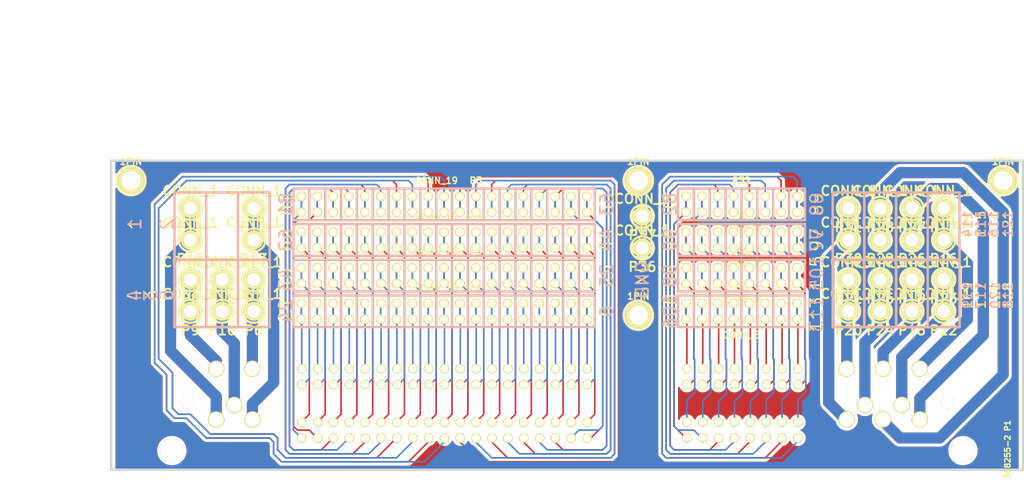
<source format=kicad_pcb>
(kicad_pcb (version 3) (host pcbnew "(2013-07-07 BZR 4022)-stable")
  (layers (15 F.Cu signal) (0 B.Cu signal) (18 B.Paste user) (19 F.Paste user) (20 B.SilkS user) (21 F.SilkS user) (22 B.Mask user) (23 F.Mask user) (28 Edge.Cuts user))
  (net 0 "")
  (net 1 GND)
  (net 2 N-000001)
  (net 3 N-0000010)
  (net 4 N-00000100)
  (net 5 N-00000101)
  (net 6 N-00000102)
  (net 7 N-00000103)
  (net 8 N-00000104)
  (net 9 N-00000105)
  (net 10 N-00000106)
  (net 11 N-00000107)
  (net 12 N-00000108)
  (net 13 N-00000109)
  (net 14 N-0000011)
  (net 15 N-00000110)
  (net 16 N-00000111)
  (net 17 N-00000112)
  (net 18 N-00000113)
  (net 19 N-00000114)
  (net 20 N-00000115)
  (net 21 N-00000116)
  (net 22 N-00000117)
  (net 23 N-00000118)
  (net 24 N-00000119)
  (net 25 N-0000012)
  (net 26 N-00000120)
  (net 27 N-00000121)
  (net 28 N-00000122)
  (net 29 N-0000013)
  (net 30 N-0000014)
  (net 31 N-0000015)
  (net 32 N-0000016)
  (net 33 N-0000017)
  (net 34 N-0000018)
  (net 35 N-0000019)
  (net 36 N-000002)
  (net 37 N-0000020)
  (net 38 N-0000021)
  (net 39 N-0000022)
  (net 40 N-0000023)
  (net 41 N-0000024)
  (net 42 N-0000025)
  (net 43 N-0000026)
  (net 44 N-0000027)
  (net 45 N-0000028)
  (net 46 N-0000029)
  (net 47 N-000003)
  (net 48 N-0000030)
  (net 49 N-0000031)
  (net 50 N-0000032)
  (net 51 N-0000033)
  (net 52 N-0000034)
  (net 53 N-0000035)
  (net 54 N-0000036)
  (net 55 N-0000037)
  (net 56 N-0000038)
  (net 57 N-0000039)
  (net 58 N-000004)
  (net 59 N-0000040)
  (net 60 N-0000041)
  (net 61 N-0000042)
  (net 62 N-0000043)
  (net 63 N-0000044)
  (net 64 N-0000045)
  (net 65 N-0000046)
  (net 66 N-0000047)
  (net 67 N-0000048)
  (net 68 N-0000049)
  (net 69 N-000005)
  (net 70 N-0000050)
  (net 71 N-0000051)
  (net 72 N-0000052)
  (net 73 N-0000053)
  (net 74 N-0000054)
  (net 75 N-0000055)
  (net 76 N-0000056)
  (net 77 N-0000057)
  (net 78 N-0000058)
  (net 79 N-0000059)
  (net 80 N-000006)
  (net 81 N-0000060)
  (net 82 N-0000061)
  (net 83 N-0000062)
  (net 84 N-0000063)
  (net 85 N-0000064)
  (net 86 N-0000065)
  (net 87 N-0000066)
  (net 88 N-0000067)
  (net 89 N-0000068)
  (net 90 N-0000069)
  (net 91 N-000007)
  (net 92 N-0000070)
  (net 93 N-0000071)
  (net 94 N-0000072)
  (net 95 N-0000073)
  (net 96 N-0000074)
  (net 97 N-0000075)
  (net 98 N-0000076)
  (net 99 N-0000077)
  (net 100 N-0000078)
  (net 101 N-0000079)
  (net 102 N-000008)
  (net 103 N-0000080)
  (net 104 N-0000081)
  (net 105 N-0000082)
  (net 106 N-0000083)
  (net 107 N-0000084)
  (net 108 N-0000085)
  (net 109 N-0000086)
  (net 110 N-0000087)
  (net 111 N-0000088)
  (net 112 N-0000089)
  (net 113 N-000009)
  (net 114 N-0000090)
  (net 115 N-0000091)
  (net 116 N-0000092)
  (net 117 N-0000093)
  (net 118 N-0000094)
  (net 119 N-0000096)
  (net 120 N-0000097)
  (net 121 N-0000098)
  (net 122 N-0000099)
  (module 368255-2 (layer F.Cu) (at 60.198 32.893)
    (fp_text reference P1 (at 138 68 270) (layer F.SilkS) (effects (font (size 0.889 0.889) (thickness 0.22352))))
    (fp_text value 368255-2 (at 138 73 90) (layer F.SilkS) (effects (font (size 0.889 0.889) (thickness 0.22225))))
    (pad 72 thru_hole circle (at 47.81 69.99) (size 1.5 1.5) (drill 1.1) (layers *.Cu *.Mask F.SilkS) (net 11 N-00000107))
    (pad 71 thru_hole circle (at 50.35 69.99) (size 1.5 1.5) (drill 1.1) (layers *.Cu *.Mask F.SilkS) (net 12 N-00000108))
    (pad 69 thru_hole circle (at 55.43 69.99) (size 1.5 1.5) (drill 1.1) (layers *.Cu *.Mask F.SilkS) (net 15 N-00000110))
    (pad 70 thru_hole circle (at 52.89 69.99) (size 1.5 1.5) (drill 1.1) (layers *.Cu *.Mask F.SilkS) (net 13 N-00000109))
    (pad 68 thru_hole circle (at 57.97 69.99) (size 1.5 1.5) (drill 1.1) (layers *.Cu *.Mask F.SilkS) (net 16 N-00000111))
    (pad 76 thru_hole circle (at 37.65 69.99) (size 1.5 1.5) (drill 1.1) (layers *.Cu *.Mask F.SilkS) (net 8 N-00000104))
    (pad 75 thru_hole circle (at 40.19 69.99) (size 1.5 1.5) (drill 1.1) (layers *.Cu *.Mask F.SilkS) (net 9 N-00000105))
    (pad 73 thru_hole circle (at 45.27 69.99) (size 1.5 1.5) (drill 1.1) (layers *.Cu *.Mask F.SilkS) (net 10 N-00000106))
    (pad 74 thru_hole circle (at 42.73 69.99) (size 1.5 1.5) (drill 1.1) (layers *.Cu *.Mask F.SilkS) (net 121 N-0000098))
    (pad 78 thru_hole circle (at 32.57 69.99) (size 1.5 1.5) (drill 1.1) (layers *.Cu *.Mask F.SilkS) (net 6 N-00000102))
    (pad 77 thru_hole circle (at 35.11 69.99) (size 1.5 1.5) (drill 1.1) (layers *.Cu *.Mask F.SilkS) (net 7 N-00000103))
    (pad 79 thru_hole circle (at 30.03 69.99) (size 1.5 1.5) (drill 1.1) (layers *.Cu *.Mask F.SilkS) (net 5 N-00000101))
    (pad 26 thru_hole circle (at 68.13 61.4) (size 1.5 1.5) (drill 1.1) (layers *.Cu *.Mask F.SilkS) (net 3 N-0000010))
    (pad 27 thru_hole circle (at 65.59 61.4) (size 1.5 1.5) (drill 1.1) (layers *.Cu *.Mask F.SilkS) (net 113 N-000009))
    (pad 80 thru_hole circle (at 27.49 69.99) (size 1.5 1.5) (drill 1.1) (layers *.Cu *.Mask F.SilkS) (net 4 N-00000100))
    (pad 61 thru_hole circle (at 27.49 67.45) (size 1.5 1.5) (drill 1.1) (layers *.Cu *.Mask F.SilkS) (net 108 N-0000085))
    (pad 60 thru_hole circle (at 30.03 67.45) (size 1.5 1.5) (drill 1.1) (layers *.Cu *.Mask F.SilkS) (net 45 N-0000028))
    (pad 58 thru_hole circle (at 35.11 67.45) (size 1.5 1.5) (drill 1.1) (layers *.Cu *.Mask F.SilkS) (net 48 N-0000030))
    (pad 59 thru_hole circle (at 32.57 67.45) (size 1.5 1.5) (drill 1.1) (layers *.Cu *.Mask F.SilkS) (net 46 N-0000029))
    (pad 55 thru_hole circle (at 42.73 67.45) (size 1.5 1.5) (drill 1.1) (layers *.Cu *.Mask F.SilkS) (net 51 N-0000033))
    (pad 54 thru_hole circle (at 45.27 67.45) (size 1.5 1.5) (drill 1.1) (layers *.Cu *.Mask F.SilkS) (net 52 N-0000034))
    (pad 56 thru_hole circle (at 40.19 67.45) (size 1.5 1.5) (drill 1.1) (layers *.Cu *.Mask F.SilkS) (net 50 N-0000032))
    (pad 57 thru_hole circle (at 37.65 67.45) (size 1.5 1.5) (drill 1.1) (layers *.Cu *.Mask F.SilkS) (net 49 N-0000031))
    (pad 15 thru_hole circle (at 47.81 58.86) (size 1.5 1.5) (drill 1.1) (layers *.Cu *.Mask F.SilkS) (net 38 N-0000021))
    (pad 14 thru_hole circle (at 50.35 58.86) (size 1.5 1.5) (drill 1.1) (layers *.Cu *.Mask F.SilkS) (net 39 N-0000022))
    (pad 12 thru_hole circle (at 55.43 58.86) (size 1.5 1.5) (drill 1.1) (layers *.Cu *.Mask F.SilkS) (net 41 N-0000024))
    (pad 13 thru_hole circle (at 52.89 58.86) (size 1.5 1.5) (drill 1.1) (layers *.Cu *.Mask F.SilkS) (net 40 N-0000023))
    (pad 9 thru_hole circle (at 63.05 58.86) (size 1.5 1.5) (drill 1.1) (layers *.Cu *.Mask F.SilkS) (net 59 N-0000040))
    (pad 10 thru_hole circle (at 60.51 58.86) (size 1.5 1.5) (drill 1.1) (layers *.Cu *.Mask F.SilkS) (net 43 N-0000026))
    (pad 11 thru_hole circle (at 57.97 58.86) (size 1.5 1.5) (drill 1.1) (layers *.Cu *.Mask F.SilkS) (net 42 N-0000025))
    (pad 25 thru_hole circle (at 70.67 61.4) (size 1.5 1.5) (drill 1.1) (layers *.Cu *.Mask F.SilkS) (net 14 N-0000011))
    (pad 118 thru_hole circle (at 121.05 64.66) (size 2.6 2.6) (drill 2.2) (layers *.Cu *.Mask F.SilkS) (net 107 N-0000084))
    (pad 116 thru_hole circle (at 123.95 66.99) (size 2.6 2.6) (drill 2.2) (layers *.Cu *.Mask F.SilkS) (net 109 N-0000086))
    (pad 121 thru_hole circle (at 123.95 58.86 180) (size 2.6 2.6) (drill 2.2) (layers *.Cu *.Mask F.SilkS) (net 119 N-0000096))
    (pad 119 thru_hole circle (at 112.25 58.86 180) (size 2.6 2.6) (drill 2.2) (layers *.Cu *.Mask F.SilkS) (net 120 N-0000097))
    (pad 114 thru_hole circle (at 112.25 66.99) (size 2.6 2.6) (drill 2.2) (layers *.Cu *.Mask F.SilkS) (net 111 N-0000088))
    (pad 120 thru_hole circle (at 118.05 58.86 180) (size 2.6 2.6) (drill 2.2) (layers *.Cu *.Mask F.SilkS) (net 106 N-0000083))
    (pad 115 thru_hole circle (at 118.05 66.99) (size 2.6 2.6) (drill 2.2) (layers *.Cu *.Mask F.SilkS) (net 110 N-0000087))
    (pad 117 thru_hole circle (at 115.15 64.66) (size 2.6 2.6) (drill 2.2) (layers *.Cu *.Mask F.SilkS) (net 101 N-0000079))
    (pad 112 thru_hole circle (at 101.88 58.86) (size 1.5 1.5) (drill 1.1) (layers *.Cu *.Mask F.SilkS) (net 114 N-0000090))
    (pad 108 thru_hole circle (at 91.72 58.86) (size 1.5 1.5) (drill 1.1) (layers *.Cu *.Mask F.SilkS) (net 118 N-0000094))
    (pad 109 thru_hole circle (at 94.26 58.86) (size 1.5 1.5) (drill 1.1) (layers *.Cu *.Mask F.SilkS) (net 117 N-0000093))
    (pad 111 thru_hole circle (at 99.34 58.86) (size 1.5 1.5) (drill 1.1) (layers *.Cu *.Mask F.SilkS) (net 115 N-0000091))
    (pad 110 thru_hole circle (at 96.8 58.86) (size 1.5 1.5) (drill 1.1) (layers *.Cu *.Mask F.SilkS) (net 116 N-0000092))
    (pad 106 thru_hole circle (at 86.64 58.86) (size 1.5 1.5) (drill 1.1) (layers *.Cu *.Mask F.SilkS) (net 74 N-0000054))
    (pad 107 thru_hole circle (at 89.18 58.86) (size 1.5 1.5) (drill 1.1) (layers *.Cu *.Mask F.SilkS) (net 87 N-0000066))
    (pad 113 thru_hole circle (at 104.42 58.86) (size 1.5 1.5) (drill 1.1) (layers *.Cu *.Mask F.SilkS) (net 112 N-0000089))
    (pad 105 thru_hole circle (at 104.42 61.4) (size 1.5 1.5) (drill 1.1) (layers *.Cu *.Mask F.SilkS) (net 75 N-0000055))
    (pad 99 thru_hole circle (at 89.18 61.4) (size 1.5 1.5) (drill 1.1) (layers *.Cu *.Mask F.SilkS) (net 82 N-0000061))
    (pad 98 thru_hole circle (at 86.64 61.4) (size 1.5 1.5) (drill 1.1) (layers *.Cu *.Mask F.SilkS) (net 83 N-0000062))
    (pad 102 thru_hole circle (at 96.8 61.4) (size 1.5 1.5) (drill 1.1) (layers *.Cu *.Mask F.SilkS) (net 78 N-0000058))
    (pad 103 thru_hole circle (at 99.34 61.4) (size 1.5 1.5) (drill 1.1) (layers *.Cu *.Mask F.SilkS) (net 77 N-0000057))
    (pad 101 thru_hole circle (at 94.26 61.4) (size 1.5 1.5) (drill 1.1) (layers *.Cu *.Mask F.SilkS) (net 79 N-0000059))
    (pad 100 thru_hole circle (at 91.72 61.4) (size 1.5 1.5) (drill 1.1) (layers *.Cu *.Mask F.SilkS) (net 81 N-0000060))
    (pad 104 thru_hole circle (at 101.88 61.4) (size 1.5 1.5) (drill 1.1) (layers *.Cu *.Mask F.SilkS) (net 76 N-0000056))
    (pad 88 thru_hole circle (at 101.88 69.99) (size 1.5 1.5) (drill 1.1) (layers *.Cu *.Mask F.SilkS) (net 94 N-0000072))
    (pad 84 thru_hole circle (at 91.72 69.99) (size 1.5 1.5) (drill 1.1) (layers *.Cu *.Mask F.SilkS) (net 98 N-0000076))
    (pad 85 thru_hole circle (at 94.26 69.99) (size 1.5 1.5) (drill 1.1) (layers *.Cu *.Mask F.SilkS) (net 97 N-0000075))
    (pad 87 thru_hole circle (at 99.34 69.99) (size 1.5 1.5) (drill 1.1) (layers *.Cu *.Mask F.SilkS) (net 95 N-0000073))
    (pad 86 thru_hole circle (at 96.8 69.99) (size 1.5 1.5) (drill 1.1) (layers *.Cu *.Mask F.SilkS) (net 96 N-0000074))
    (pad 82 thru_hole circle (at 86.64 69.99) (size 1.5 1.5) (drill 1.1) (layers *.Cu *.Mask F.SilkS) (net 100 N-0000078))
    (pad 83 thru_hole circle (at 89.18 69.99) (size 1.5 1.5) (drill 1.1) (layers *.Cu *.Mask F.SilkS) (net 99 N-0000077))
    (pad 89 thru_hole circle (at 104.42 69.99) (size 1.5 1.5) (drill 1.1) (layers *.Cu *.Mask F.SilkS) (net 93 N-0000071))
    (pad 97 thru_hole circle (at 104.42 67.45) (size 1.5 1.5) (drill 1.1) (layers *.Cu *.Mask F.SilkS) (net 84 N-0000063))
    (pad 91 thru_hole circle (at 89.18 67.45) (size 1.5 1.5) (drill 1.1) (layers *.Cu *.Mask F.SilkS) (net 90 N-0000069))
    (pad 90 thru_hole circle (at 86.64 67.45) (size 1.5 1.5) (drill 1.1) (layers *.Cu *.Mask F.SilkS) (net 92 N-0000070))
    (pad 94 thru_hole circle (at 96.8 67.45) (size 1.5 1.5) (drill 1.1) (layers *.Cu *.Mask F.SilkS) (net 73 N-0000053))
    (pad 95 thru_hole circle (at 99.34 67.45) (size 1.5 1.5) (drill 1.1) (layers *.Cu *.Mask F.SilkS) (net 86 N-0000065))
    (pad 93 thru_hole circle (at 94.26 67.45) (size 1.5 1.5) (drill 1.1) (layers *.Cu *.Mask F.SilkS) (net 88 N-0000067))
    (pad 92 thru_hole circle (at 91.72 67.45) (size 1.5 1.5) (drill 1.1) (layers *.Cu *.Mask F.SilkS) (net 89 N-0000068))
    (pad 96 thru_hole circle (at 101.88 67.45) (size 1.5 1.5) (drill 1.1) (layers *.Cu *.Mask F.SilkS) (net 85 N-0000064))
    (pad 62 thru_hole circle (at 24.95 67.45) (size 1.5 1.5) (drill 1.1) (layers *.Cu *.Mask F.SilkS) (net 22 N-00000117))
    (pad 45 thru_hole circle (at 68.13 67.45) (size 1.5 1.5) (drill 1.1) (layers *.Cu *.Mask F.SilkS) (net 62 N-0000043))
    (pad 49 thru_hole circle (at 57.97 67.45) (size 1.5 1.5) (drill 1.1) (layers *.Cu *.Mask F.SilkS) (net 57 N-0000039))
    (pad 48 thru_hole circle (at 60.51 67.45) (size 1.5 1.5) (drill 1.1) (layers *.Cu *.Mask F.SilkS) (net 44 N-0000027))
    (pad 46 thru_hole circle (at 65.59 67.45) (size 1.5 1.5) (drill 1.1) (layers *.Cu *.Mask F.SilkS) (net 61 N-0000042))
    (pad 47 thru_hole circle (at 63.05 67.45) (size 1.5 1.5) (drill 1.1) (layers *.Cu *.Mask F.SilkS) (net 60 N-0000041))
    (pad 51 thru_hole circle (at 52.89 67.45) (size 1.5 1.5) (drill 1.1) (layers *.Cu *.Mask F.SilkS) (net 55 N-0000037))
    (pad 50 thru_hole circle (at 55.43 67.45) (size 1.5 1.5) (drill 1.1) (layers *.Cu *.Mask F.SilkS) (net 56 N-0000038))
    (pad 52 thru_hole circle (at 50.35 67.45) (size 1.5 1.5) (drill 1.1) (layers *.Cu *.Mask F.SilkS) (net 54 N-0000036))
    (pad 53 thru_hole circle (at 47.81 67.45) (size 1.5 1.5) (drill 1.1) (layers *.Cu *.Mask F.SilkS) (net 53 N-0000035))
    (pad 44 thru_hole circle (at 70.67 67.45) (size 1.5 1.5) (drill 1.1) (layers *.Cu *.Mask F.SilkS) (net 63 N-0000044))
    (pad 63 thru_hole circle (at 70.67 69.99) (size 1.5 1.5) (drill 1.1) (layers *.Cu *.Mask F.SilkS) (net 21 N-00000116))
    (pad 66 thru_hole circle (at 63.05 69.99) (size 1.5 1.5) (drill 1.1) (layers *.Cu *.Mask F.SilkS) (net 18 N-00000113))
    (pad 65 thru_hole circle (at 65.59 69.99) (size 1.5 1.5) (drill 1.1) (layers *.Cu *.Mask F.SilkS) (net 19 N-00000114))
    (pad 67 thru_hole circle (at 60.51 69.99) (size 1.5 1.5) (drill 1.1) (layers *.Cu *.Mask F.SilkS) (net 17 N-00000112))
    (pad 64 thru_hole circle (at 68.13 69.99) (size 1.5 1.5) (drill 1.1) (layers *.Cu *.Mask F.SilkS) (net 20 N-00000115))
    (pad 81 thru_hole circle (at 24.95 69.99) (size 1.5 1.5) (drill 1.1) (layers *.Cu *.Mask F.SilkS) (net 122 N-0000099))
    (pad 43 thru_hole circle (at 24.95 61.4) (size 1.5 1.5) (drill 1.1) (layers *.Cu *.Mask F.SilkS) (net 64 N-0000045))
    (pad 42 thru_hole circle (at 27.49 61.4) (size 1.5 1.5) (drill 1.1) (layers *.Cu *.Mask F.SilkS) (net 65 N-0000046))
    (pad 40 thru_hole circle (at 32.57 61.4) (size 1.5 1.5) (drill 1.1) (layers *.Cu *.Mask F.SilkS) (net 67 N-0000048))
    (pad 41 thru_hole circle (at 30.03 61.4) (size 1.5 1.5) (drill 1.1) (layers *.Cu *.Mask F.SilkS) (net 66 N-0000047))
    (pad 37 thru_hole circle (at 40.19 61.4) (size 1.5 1.5) (drill 1.1) (layers *.Cu *.Mask F.SilkS) (net 71 N-0000051))
    (pad 36 thru_hole circle (at 42.73 61.4) (size 1.5 1.5) (drill 1.1) (layers *.Cu *.Mask F.SilkS) (net 72 N-0000052))
    (pad 38 thru_hole circle (at 37.65 61.4) (size 1.5 1.5) (drill 1.1) (layers *.Cu *.Mask F.SilkS) (net 70 N-0000050))
    (pad 39 thru_hole circle (at 35.11 61.4) (size 1.5 1.5) (drill 1.1) (layers *.Cu *.Mask F.SilkS) (net 68 N-0000049))
    (pad 35 thru_hole circle (at 45.27 61.4) (size 1.5 1.5) (drill 1.1) (layers *.Cu *.Mask F.SilkS) (net 30 N-0000014))
    (pad 30 thru_hole circle (at 57.97 61.4) (size 1.5 1.5) (drill 1.1) (layers *.Cu *.Mask F.SilkS) (net 80 N-000006))
    (pad 29 thru_hole circle (at 60.51 61.4) (size 1.5 1.5) (drill 1.1) (layers *.Cu *.Mask F.SilkS) (net 91 N-000007))
    (pad 28 thru_hole circle (at 63.05 61.4) (size 1.5 1.5) (drill 1.1) (layers *.Cu *.Mask F.SilkS) (net 102 N-000008))
    (pad 32 thru_hole circle (at 52.89 61.4) (size 1.5 1.5) (drill 1.1) (layers *.Cu *.Mask F.SilkS) (net 58 N-000004))
    (pad 31 thru_hole circle (at 55.43 61.4) (size 1.5 1.5) (drill 1.1) (layers *.Cu *.Mask F.SilkS) (net 69 N-000005))
    (pad 33 thru_hole circle (at 50.35 61.4) (size 1.5 1.5) (drill 1.1) (layers *.Cu *.Mask F.SilkS) (net 47 N-000003))
    (pad 34 thru_hole circle (at 47.81 61.4) (size 1.5 1.5) (drill 1.1) (layers *.Cu *.Mask F.SilkS) (net 36 N-000002))
    (pad 6 thru_hole circle (at 70.67 58.86) (size 1.5 1.5) (drill 1.1) (layers *.Cu *.Mask F.SilkS) (net 105 N-0000082))
    (pad 8 thru_hole circle (at 65.59 58.86) (size 1.5 1.5) (drill 1.1) (layers *.Cu *.Mask F.SilkS) (net 103 N-0000080))
    (pad 7 thru_hole circle (at 68.13 58.86) (size 1.5 1.5) (drill 1.1) (layers *.Cu *.Mask F.SilkS) (net 104 N-0000081))
    (pad 16 thru_hole circle (at 45.27 58.86) (size 1.5 1.5) (drill 1.1) (layers *.Cu *.Mask F.SilkS) (net 37 N-0000020))
    (pad 20 thru_hole circle (at 35.11 58.86) (size 1.5 1.5) (drill 1.1) (layers *.Cu *.Mask F.SilkS) (net 32 N-0000016))
    (pad 19 thru_hole circle (at 37.65 58.86) (size 1.5 1.5) (drill 1.1) (layers *.Cu *.Mask F.SilkS) (net 33 N-0000017))
    (pad 17 thru_hole circle (at 42.73 58.86) (size 1.5 1.5) (drill 1.1) (layers *.Cu *.Mask F.SilkS) (net 35 N-0000019))
    (pad 18 thru_hole circle (at 40.19 58.86) (size 1.5 1.5) (drill 1.1) (layers *.Cu *.Mask F.SilkS) (net 34 N-0000018))
    (pad 22 thru_hole circle (at 30.03 58.86) (size 1.5 1.5) (drill 1.1) (layers *.Cu *.Mask F.SilkS) (net 2 N-000001))
    (pad 21 thru_hole circle (at 32.57 58.86) (size 1.5 1.5) (drill 1.1) (layers *.Cu *.Mask F.SilkS) (net 31 N-0000015))
    (pad 23 thru_hole circle (at 27.49 58.86) (size 1.5 1.5) (drill 1.1) (layers *.Cu *.Mask F.SilkS) (net 29 N-0000013))
    (pad 24 thru_hole circle (at 24.95 58.86) (size 1.5 1.5) (drill 1.1) (layers *.Cu *.Mask F.SilkS) (net 25 N-0000012))
    (pad 3 thru_hole circle (at 14.15 64.66) (size 2.6 2.6) (drill 2.2) (layers *.Cu *.Mask F.SilkS) (net 26 N-00000120))
    (pad 2 thru_hole circle (at 17.05 66.99) (size 2.6 2.6) (drill 2.2) (layers *.Cu *.Mask F.SilkS) (net 27 N-00000121))
    (pad 5 thru_hole circle (at 17.05 58.86 180) (size 2.6 2.6) (drill 2.2) (layers *.Cu *.Mask F.SilkS) (net 23 N-00000118))
    (pad "" thru_hole circle (at 128.4 64.19) (size 2.2 2.2) (drill 2.2) (layers *.Cu *.Mask F.SilkS))
    (pad "" thru_hole circle (at 6.6 64.19) (size 2.2 2.2) (drill 2.2) (layers *.Cu *.Mask F.SilkS))
    (pad "" thru_hole circle (at 130.85 71.99) (size 3.7 3.7) (drill 3.7) (layers *.Cu *.Mask F.SilkS))
    (pad 1 thru_hole circle (at 11.25 66.99) (size 2.6 2.6) (drill 2.2) (layers *.Cu *.Mask F.SilkS) (net 28 N-00000122))
    (pad 4 thru_hole circle (at 11.25 58.86 180) (size 2.6 2.6) (drill 2.2) (layers *.Cu *.Mask F.SilkS) (net 24 N-00000119))
    (pad "" thru_hole circle (at 4.15 71.99) (size 3.7 3.7) (drill 3.7) (layers *.Cu *.Mask F.SilkS))
  )
  (module 19dpad (layer F.Cu) (at 106.68 82.55 180)
    (fp_text reference P2 (at -6.35 3.81 180) (layer F.SilkS) (effects (font (size 1.016 1.016) (thickness 0.27432))))
    (fp_text value CONN_19 (at 0 3.81 180) (layer F.SilkS) (effects (font (size 1.016 1.016) (thickness 0.2032))))
    (pad 1 thru_hole circle (at -24.13 1.27 180) (size 1.524 1.524) (drill 1.016) (layers *.Cu *.Mask F.SilkS) (net 105 N-0000082))
    (pad 2 thru_hole circle (at -21.59 1.27 180) (size 1.524 1.524) (drill 1.016) (layers *.Cu *.Mask F.SilkS) (net 104 N-0000081))
    (pad 3 thru_hole circle (at -19.05 1.27 180) (size 1.524 1.524) (drill 1.016) (layers *.Cu *.Mask F.SilkS) (net 103 N-0000080))
    (pad 4 thru_hole circle (at -16.51 1.27 180) (size 1.524 1.524) (drill 1.016) (layers *.Cu *.Mask F.SilkS) (net 59 N-0000040))
    (pad 5 thru_hole circle (at -13.97 1.27 180) (size 1.524 1.524) (drill 1.016) (layers *.Cu *.Mask F.SilkS) (net 43 N-0000026))
    (pad 6 thru_hole circle (at -11.43 1.27 180) (size 1.524 1.524) (drill 1.016) (layers *.Cu *.Mask F.SilkS) (net 42 N-0000025))
    (pad 7 thru_hole circle (at -8.89 1.27 180) (size 1.524 1.524) (drill 1.016) (layers *.Cu *.Mask F.SilkS) (net 41 N-0000024))
    (pad 8 thru_hole circle (at -6.35 1.27 180) (size 1.524 1.524) (drill 1.016) (layers *.Cu *.Mask F.SilkS) (net 40 N-0000023))
    (pad 9 thru_hole circle (at -3.81 1.27 180) (size 1.524 1.524) (drill 1.016) (layers *.Cu *.Mask F.SilkS) (net 39 N-0000022))
    (pad 10 thru_hole circle (at -1.27 1.27 180) (size 1.524 1.524) (drill 1.016) (layers *.Cu *.Mask F.SilkS) (net 38 N-0000021))
    (pad 11 thru_hole circle (at 1.27 1.27 180) (size 1.524 1.524) (drill 1.016) (layers *.Cu *.Mask F.SilkS) (net 37 N-0000020))
    (pad 12 thru_hole circle (at 3.81 1.27 180) (size 1.524 1.524) (drill 1.016) (layers *.Cu *.Mask F.SilkS) (net 35 N-0000019))
    (pad 13 thru_hole circle (at 6.35 1.27 180) (size 1.524 1.524) (drill 1.016) (layers *.Cu *.Mask F.SilkS) (net 34 N-0000018))
    (pad 14 thru_hole circle (at 8.89 1.27 180) (size 1.524 1.524) (drill 1.016) (layers *.Cu *.Mask F.SilkS) (net 33 N-0000017))
    (pad 15 thru_hole circle (at 11.43 1.27 180) (size 1.524 1.524) (drill 1.016) (layers *.Cu *.Mask F.SilkS) (net 32 N-0000016))
    (pad 16 thru_hole circle (at 13.97 1.27 180) (size 1.524 1.524) (drill 1.016) (layers *.Cu *.Mask F.SilkS) (net 31 N-0000015))
    (pad 17 thru_hole circle (at 16.51 1.27 180) (size 1.524 1.524) (drill 1.016) (layers *.Cu *.Mask F.SilkS) (net 2 N-000001))
    (pad 18 thru_hole circle (at 19.05 1.27 180) (size 1.524 1.524) (drill 1.016) (layers *.Cu *.Mask F.SilkS) (net 29 N-0000013))
    (pad 19 thru_hole circle (at 21.59 1.27 180) (size 1.524 1.524) (drill 1.016) (layers *.Cu *.Mask F.SilkS) (net 25 N-0000012))
    (pad 1 thru_hole circle (at -24.13 -1.27 180) (size 1.524 1.524) (drill 1.016) (layers *.Cu *.Mask F.SilkS) (net 105 N-0000082))
    (pad 2 thru_hole circle (at -21.59 -1.27 180) (size 1.524 1.524) (drill 1.016) (layers *.Cu *.Mask F.SilkS) (net 104 N-0000081))
    (pad 3 thru_hole circle (at -19.05 -1.27 180) (size 1.524 1.524) (drill 1.016) (layers *.Cu *.Mask F.SilkS) (net 103 N-0000080))
    (pad 4 thru_hole circle (at -16.51 -1.27 180) (size 1.524 1.524) (drill 1.016) (layers *.Cu *.Mask F.SilkS) (net 59 N-0000040))
    (pad 5 thru_hole circle (at -13.97 -1.27 180) (size 1.524 1.524) (drill 1.016) (layers *.Cu *.Mask F.SilkS) (net 43 N-0000026))
    (pad 6 thru_hole circle (at -11.43 -1.27 180) (size 1.524 1.524) (drill 1.016) (layers *.Cu *.Mask F.SilkS) (net 42 N-0000025))
    (pad 7 thru_hole circle (at -8.89 -1.27 180) (size 1.524 1.524) (drill 1.016) (layers *.Cu *.Mask F.SilkS) (net 41 N-0000024))
    (pad 8 thru_hole circle (at -6.35 -1.27 180) (size 1.524 1.524) (drill 1.016) (layers *.Cu *.Mask F.SilkS) (net 40 N-0000023))
    (pad 9 thru_hole circle (at -3.81 -1.27 180) (size 1.524 1.524) (drill 1.016) (layers *.Cu *.Mask F.SilkS) (net 39 N-0000022))
    (pad 10 thru_hole circle (at -1.27 -1.27 180) (size 1.524 1.524) (drill 1.016) (layers *.Cu *.Mask F.SilkS) (net 38 N-0000021))
    (pad 11 thru_hole circle (at 1.27 -1.27 180) (size 1.524 1.524) (drill 1.016) (layers *.Cu *.Mask F.SilkS) (net 37 N-0000020))
    (pad 12 thru_hole circle (at 3.81 -1.27 180) (size 1.524 1.524) (drill 1.016) (layers *.Cu *.Mask F.SilkS) (net 35 N-0000019))
    (pad 13 thru_hole circle (at 6.35 -1.27 180) (size 1.524 1.524) (drill 1.016) (layers *.Cu *.Mask F.SilkS) (net 34 N-0000018))
    (pad 14 thru_hole circle (at 8.89 -1.27 180) (size 1.524 1.524) (drill 1.016) (layers *.Cu *.Mask F.SilkS) (net 33 N-0000017))
    (pad 15 thru_hole circle (at 11.43 -1.27 180) (size 1.524 1.524) (drill 1.016) (layers *.Cu *.Mask F.SilkS) (net 32 N-0000016))
    (pad 16 thru_hole circle (at 13.97 -1.27 180) (size 1.524 1.524) (drill 1.016) (layers *.Cu *.Mask F.SilkS) (net 31 N-0000015))
    (pad 17 thru_hole circle (at 16.51 -1.27 180) (size 1.524 1.524) (drill 1.016) (layers *.Cu *.Mask F.SilkS) (net 2 N-000001))
    (pad 18 thru_hole circle (at 19.05 -1.27 180) (size 1.524 1.524) (drill 1.016) (layers *.Cu *.Mask F.SilkS) (net 29 N-0000013))
    (pad 19 thru_hole circle (at 21.59 -1.27 180) (size 1.524 1.524) (drill 1.016) (layers *.Cu *.Mask F.SilkS) (net 25 N-0000012))
  )
  (module 19dpad (layer F.Cu) (at 106.68 76.835 180)
    (fp_text reference P3 (at -6.35 3.81 180) (layer F.SilkS) (effects (font (size 1.016 1.016) (thickness 0.27432))))
    (fp_text value CONN_19 (at 0 3.81 180) (layer F.SilkS) (effects (font (size 1.016 1.016) (thickness 0.2032))))
    (pad 1 thru_hole circle (at -24.13 1.27 180) (size 1.524 1.524) (drill 1.016) (layers *.Cu *.Mask F.SilkS) (net 14 N-0000011))
    (pad 2 thru_hole circle (at -21.59 1.27 180) (size 1.524 1.524) (drill 1.016) (layers *.Cu *.Mask F.SilkS) (net 3 N-0000010))
    (pad 3 thru_hole circle (at -19.05 1.27 180) (size 1.524 1.524) (drill 1.016) (layers *.Cu *.Mask F.SilkS) (net 113 N-000009))
    (pad 4 thru_hole circle (at -16.51 1.27 180) (size 1.524 1.524) (drill 1.016) (layers *.Cu *.Mask F.SilkS) (net 102 N-000008))
    (pad 5 thru_hole circle (at -13.97 1.27 180) (size 1.524 1.524) (drill 1.016) (layers *.Cu *.Mask F.SilkS) (net 91 N-000007))
    (pad 6 thru_hole circle (at -11.43 1.27 180) (size 1.524 1.524) (drill 1.016) (layers *.Cu *.Mask F.SilkS) (net 80 N-000006))
    (pad 7 thru_hole circle (at -8.89 1.27 180) (size 1.524 1.524) (drill 1.016) (layers *.Cu *.Mask F.SilkS) (net 69 N-000005))
    (pad 8 thru_hole circle (at -6.35 1.27 180) (size 1.524 1.524) (drill 1.016) (layers *.Cu *.Mask F.SilkS) (net 58 N-000004))
    (pad 9 thru_hole circle (at -3.81 1.27 180) (size 1.524 1.524) (drill 1.016) (layers *.Cu *.Mask F.SilkS) (net 47 N-000003))
    (pad 10 thru_hole circle (at -1.27 1.27 180) (size 1.524 1.524) (drill 1.016) (layers *.Cu *.Mask F.SilkS) (net 36 N-000002))
    (pad 11 thru_hole circle (at 1.27 1.27 180) (size 1.524 1.524) (drill 1.016) (layers *.Cu *.Mask F.SilkS) (net 30 N-0000014))
    (pad 12 thru_hole circle (at 3.81 1.27 180) (size 1.524 1.524) (drill 1.016) (layers *.Cu *.Mask F.SilkS) (net 72 N-0000052))
    (pad 13 thru_hole circle (at 6.35 1.27 180) (size 1.524 1.524) (drill 1.016) (layers *.Cu *.Mask F.SilkS) (net 71 N-0000051))
    (pad 14 thru_hole circle (at 8.89 1.27 180) (size 1.524 1.524) (drill 1.016) (layers *.Cu *.Mask F.SilkS) (net 70 N-0000050))
    (pad 15 thru_hole circle (at 11.43 1.27 180) (size 1.524 1.524) (drill 1.016) (layers *.Cu *.Mask F.SilkS) (net 68 N-0000049))
    (pad 16 thru_hole circle (at 13.97 1.27 180) (size 1.524 1.524) (drill 1.016) (layers *.Cu *.Mask F.SilkS) (net 67 N-0000048))
    (pad 17 thru_hole circle (at 16.51 1.27 180) (size 1.524 1.524) (drill 1.016) (layers *.Cu *.Mask F.SilkS) (net 66 N-0000047))
    (pad 18 thru_hole circle (at 19.05 1.27 180) (size 1.524 1.524) (drill 1.016) (layers *.Cu *.Mask F.SilkS) (net 65 N-0000046))
    (pad 19 thru_hole circle (at 21.59 1.27 180) (size 1.524 1.524) (drill 1.016) (layers *.Cu *.Mask F.SilkS) (net 64 N-0000045))
    (pad 1 thru_hole circle (at -24.13 -1.27 180) (size 1.524 1.524) (drill 1.016) (layers *.Cu *.Mask F.SilkS) (net 14 N-0000011))
    (pad 2 thru_hole circle (at -21.59 -1.27 180) (size 1.524 1.524) (drill 1.016) (layers *.Cu *.Mask F.SilkS) (net 3 N-0000010))
    (pad 3 thru_hole circle (at -19.05 -1.27 180) (size 1.524 1.524) (drill 1.016) (layers *.Cu *.Mask F.SilkS) (net 113 N-000009))
    (pad 4 thru_hole circle (at -16.51 -1.27 180) (size 1.524 1.524) (drill 1.016) (layers *.Cu *.Mask F.SilkS) (net 102 N-000008))
    (pad 5 thru_hole circle (at -13.97 -1.27 180) (size 1.524 1.524) (drill 1.016) (layers *.Cu *.Mask F.SilkS) (net 91 N-000007))
    (pad 6 thru_hole circle (at -11.43 -1.27 180) (size 1.524 1.524) (drill 1.016) (layers *.Cu *.Mask F.SilkS) (net 80 N-000006))
    (pad 7 thru_hole circle (at -8.89 -1.27 180) (size 1.524 1.524) (drill 1.016) (layers *.Cu *.Mask F.SilkS) (net 69 N-000005))
    (pad 8 thru_hole circle (at -6.35 -1.27 180) (size 1.524 1.524) (drill 1.016) (layers *.Cu *.Mask F.SilkS) (net 58 N-000004))
    (pad 9 thru_hole circle (at -3.81 -1.27 180) (size 1.524 1.524) (drill 1.016) (layers *.Cu *.Mask F.SilkS) (net 47 N-000003))
    (pad 10 thru_hole circle (at -1.27 -1.27 180) (size 1.524 1.524) (drill 1.016) (layers *.Cu *.Mask F.SilkS) (net 36 N-000002))
    (pad 11 thru_hole circle (at 1.27 -1.27 180) (size 1.524 1.524) (drill 1.016) (layers *.Cu *.Mask F.SilkS) (net 30 N-0000014))
    (pad 12 thru_hole circle (at 3.81 -1.27 180) (size 1.524 1.524) (drill 1.016) (layers *.Cu *.Mask F.SilkS) (net 72 N-0000052))
    (pad 13 thru_hole circle (at 6.35 -1.27 180) (size 1.524 1.524) (drill 1.016) (layers *.Cu *.Mask F.SilkS) (net 71 N-0000051))
    (pad 14 thru_hole circle (at 8.89 -1.27 180) (size 1.524 1.524) (drill 1.016) (layers *.Cu *.Mask F.SilkS) (net 70 N-0000050))
    (pad 15 thru_hole circle (at 11.43 -1.27 180) (size 1.524 1.524) (drill 1.016) (layers *.Cu *.Mask F.SilkS) (net 68 N-0000049))
    (pad 16 thru_hole circle (at 13.97 -1.27 180) (size 1.524 1.524) (drill 1.016) (layers *.Cu *.Mask F.SilkS) (net 67 N-0000048))
    (pad 17 thru_hole circle (at 16.51 -1.27 180) (size 1.524 1.524) (drill 1.016) (layers *.Cu *.Mask F.SilkS) (net 66 N-0000047))
    (pad 18 thru_hole circle (at 19.05 -1.27 180) (size 1.524 1.524) (drill 1.016) (layers *.Cu *.Mask F.SilkS) (net 65 N-0000046))
    (pad 19 thru_hole circle (at 21.59 -1.27 180) (size 1.524 1.524) (drill 1.016) (layers *.Cu *.Mask F.SilkS) (net 64 N-0000045))
  )
  (module 19dpad (layer F.Cu) (at 106.68 71.12 180)
    (fp_text reference P4 (at -6.35 3.81 180) (layer F.SilkS) (effects (font (size 1.016 1.016) (thickness 0.27432))))
    (fp_text value CONN_19 (at 0 3.81 180) (layer F.SilkS) (effects (font (size 1.016 1.016) (thickness 0.2032))))
    (pad 1 thru_hole circle (at -24.13 1.27 180) (size 1.524 1.524) (drill 1.016) (layers *.Cu *.Mask F.SilkS) (net 63 N-0000044))
    (pad 2 thru_hole circle (at -21.59 1.27 180) (size 1.524 1.524) (drill 1.016) (layers *.Cu *.Mask F.SilkS) (net 62 N-0000043))
    (pad 3 thru_hole circle (at -19.05 1.27 180) (size 1.524 1.524) (drill 1.016) (layers *.Cu *.Mask F.SilkS) (net 61 N-0000042))
    (pad 4 thru_hole circle (at -16.51 1.27 180) (size 1.524 1.524) (drill 1.016) (layers *.Cu *.Mask F.SilkS) (net 60 N-0000041))
    (pad 5 thru_hole circle (at -13.97 1.27 180) (size 1.524 1.524) (drill 1.016) (layers *.Cu *.Mask F.SilkS) (net 44 N-0000027))
    (pad 6 thru_hole circle (at -11.43 1.27 180) (size 1.524 1.524) (drill 1.016) (layers *.Cu *.Mask F.SilkS) (net 57 N-0000039))
    (pad 7 thru_hole circle (at -8.89 1.27 180) (size 1.524 1.524) (drill 1.016) (layers *.Cu *.Mask F.SilkS) (net 56 N-0000038))
    (pad 8 thru_hole circle (at -6.35 1.27 180) (size 1.524 1.524) (drill 1.016) (layers *.Cu *.Mask F.SilkS) (net 55 N-0000037))
    (pad 9 thru_hole circle (at -3.81 1.27 180) (size 1.524 1.524) (drill 1.016) (layers *.Cu *.Mask F.SilkS) (net 54 N-0000036))
    (pad 10 thru_hole circle (at -1.27 1.27 180) (size 1.524 1.524) (drill 1.016) (layers *.Cu *.Mask F.SilkS) (net 53 N-0000035))
    (pad 11 thru_hole circle (at 1.27 1.27 180) (size 1.524 1.524) (drill 1.016) (layers *.Cu *.Mask F.SilkS) (net 52 N-0000034))
    (pad 12 thru_hole circle (at 3.81 1.27 180) (size 1.524 1.524) (drill 1.016) (layers *.Cu *.Mask F.SilkS) (net 51 N-0000033))
    (pad 13 thru_hole circle (at 6.35 1.27 180) (size 1.524 1.524) (drill 1.016) (layers *.Cu *.Mask F.SilkS) (net 50 N-0000032))
    (pad 14 thru_hole circle (at 8.89 1.27 180) (size 1.524 1.524) (drill 1.016) (layers *.Cu *.Mask F.SilkS) (net 49 N-0000031))
    (pad 15 thru_hole circle (at 11.43 1.27 180) (size 1.524 1.524) (drill 1.016) (layers *.Cu *.Mask F.SilkS) (net 48 N-0000030))
    (pad 16 thru_hole circle (at 13.97 1.27 180) (size 1.524 1.524) (drill 1.016) (layers *.Cu *.Mask F.SilkS) (net 46 N-0000029))
    (pad 17 thru_hole circle (at 16.51 1.27 180) (size 1.524 1.524) (drill 1.016) (layers *.Cu *.Mask F.SilkS) (net 45 N-0000028))
    (pad 18 thru_hole circle (at 19.05 1.27 180) (size 1.524 1.524) (drill 1.016) (layers *.Cu *.Mask F.SilkS) (net 108 N-0000085))
    (pad 19 thru_hole circle (at 21.59 1.27 180) (size 1.524 1.524) (drill 1.016) (layers *.Cu *.Mask F.SilkS) (net 22 N-00000117))
    (pad 1 thru_hole circle (at -24.13 -1.27 180) (size 1.524 1.524) (drill 1.016) (layers *.Cu *.Mask F.SilkS) (net 63 N-0000044))
    (pad 2 thru_hole circle (at -21.59 -1.27 180) (size 1.524 1.524) (drill 1.016) (layers *.Cu *.Mask F.SilkS) (net 62 N-0000043))
    (pad 3 thru_hole circle (at -19.05 -1.27 180) (size 1.524 1.524) (drill 1.016) (layers *.Cu *.Mask F.SilkS) (net 61 N-0000042))
    (pad 4 thru_hole circle (at -16.51 -1.27 180) (size 1.524 1.524) (drill 1.016) (layers *.Cu *.Mask F.SilkS) (net 60 N-0000041))
    (pad 5 thru_hole circle (at -13.97 -1.27 180) (size 1.524 1.524) (drill 1.016) (layers *.Cu *.Mask F.SilkS) (net 44 N-0000027))
    (pad 6 thru_hole circle (at -11.43 -1.27 180) (size 1.524 1.524) (drill 1.016) (layers *.Cu *.Mask F.SilkS) (net 57 N-0000039))
    (pad 7 thru_hole circle (at -8.89 -1.27 180) (size 1.524 1.524) (drill 1.016) (layers *.Cu *.Mask F.SilkS) (net 56 N-0000038))
    (pad 8 thru_hole circle (at -6.35 -1.27 180) (size 1.524 1.524) (drill 1.016) (layers *.Cu *.Mask F.SilkS) (net 55 N-0000037))
    (pad 9 thru_hole circle (at -3.81 -1.27 180) (size 1.524 1.524) (drill 1.016) (layers *.Cu *.Mask F.SilkS) (net 54 N-0000036))
    (pad 10 thru_hole circle (at -1.27 -1.27 180) (size 1.524 1.524) (drill 1.016) (layers *.Cu *.Mask F.SilkS) (net 53 N-0000035))
    (pad 11 thru_hole circle (at 1.27 -1.27 180) (size 1.524 1.524) (drill 1.016) (layers *.Cu *.Mask F.SilkS) (net 52 N-0000034))
    (pad 12 thru_hole circle (at 3.81 -1.27 180) (size 1.524 1.524) (drill 1.016) (layers *.Cu *.Mask F.SilkS) (net 51 N-0000033))
    (pad 13 thru_hole circle (at 6.35 -1.27 180) (size 1.524 1.524) (drill 1.016) (layers *.Cu *.Mask F.SilkS) (net 50 N-0000032))
    (pad 14 thru_hole circle (at 8.89 -1.27 180) (size 1.524 1.524) (drill 1.016) (layers *.Cu *.Mask F.SilkS) (net 49 N-0000031))
    (pad 15 thru_hole circle (at 11.43 -1.27 180) (size 1.524 1.524) (drill 1.016) (layers *.Cu *.Mask F.SilkS) (net 48 N-0000030))
    (pad 16 thru_hole circle (at 13.97 -1.27 180) (size 1.524 1.524) (drill 1.016) (layers *.Cu *.Mask F.SilkS) (net 46 N-0000029))
    (pad 17 thru_hole circle (at 16.51 -1.27 180) (size 1.524 1.524) (drill 1.016) (layers *.Cu *.Mask F.SilkS) (net 45 N-0000028))
    (pad 18 thru_hole circle (at 19.05 -1.27 180) (size 1.524 1.524) (drill 1.016) (layers *.Cu *.Mask F.SilkS) (net 108 N-0000085))
    (pad 19 thru_hole circle (at 21.59 -1.27 180) (size 1.524 1.524) (drill 1.016) (layers *.Cu *.Mask F.SilkS) (net 22 N-00000117))
  )
  (module 19dpad (layer F.Cu) (at 106.68 65.405 180)
    (fp_text reference P5 (at -6.35 3.81 180) (layer F.SilkS) (effects (font (size 1.016 1.016) (thickness 0.27432))))
    (fp_text value CONN_19 (at 0 3.81 180) (layer F.SilkS) (effects (font (size 1.016 1.016) (thickness 0.2032))))
    (pad 1 thru_hole circle (at -24.13 1.27 180) (size 1.524 1.524) (drill 1.016) (layers *.Cu *.Mask F.SilkS) (net 21 N-00000116))
    (pad 2 thru_hole circle (at -21.59 1.27 180) (size 1.524 1.524) (drill 1.016) (layers *.Cu *.Mask F.SilkS) (net 20 N-00000115))
    (pad 3 thru_hole circle (at -19.05 1.27 180) (size 1.524 1.524) (drill 1.016) (layers *.Cu *.Mask F.SilkS) (net 19 N-00000114))
    (pad 4 thru_hole circle (at -16.51 1.27 180) (size 1.524 1.524) (drill 1.016) (layers *.Cu *.Mask F.SilkS) (net 18 N-00000113))
    (pad 5 thru_hole circle (at -13.97 1.27 180) (size 1.524 1.524) (drill 1.016) (layers *.Cu *.Mask F.SilkS) (net 17 N-00000112))
    (pad 6 thru_hole circle (at -11.43 1.27 180) (size 1.524 1.524) (drill 1.016) (layers *.Cu *.Mask F.SilkS) (net 16 N-00000111))
    (pad 7 thru_hole circle (at -8.89 1.27 180) (size 1.524 1.524) (drill 1.016) (layers *.Cu *.Mask F.SilkS) (net 15 N-00000110))
    (pad 8 thru_hole circle (at -6.35 1.27 180) (size 1.524 1.524) (drill 1.016) (layers *.Cu *.Mask F.SilkS) (net 13 N-00000109))
    (pad 9 thru_hole circle (at -3.81 1.27 180) (size 1.524 1.524) (drill 1.016) (layers *.Cu *.Mask F.SilkS) (net 12 N-00000108))
    (pad 10 thru_hole circle (at -1.27 1.27 180) (size 1.524 1.524) (drill 1.016) (layers *.Cu *.Mask F.SilkS) (net 11 N-00000107))
    (pad 11 thru_hole circle (at 1.27 1.27 180) (size 1.524 1.524) (drill 1.016) (layers *.Cu *.Mask F.SilkS) (net 10 N-00000106))
    (pad 12 thru_hole circle (at 3.81 1.27 180) (size 1.524 1.524) (drill 1.016) (layers *.Cu *.Mask F.SilkS) (net 121 N-0000098))
    (pad 13 thru_hole circle (at 6.35 1.27 180) (size 1.524 1.524) (drill 1.016) (layers *.Cu *.Mask F.SilkS) (net 9 N-00000105))
    (pad 14 thru_hole circle (at 8.89 1.27 180) (size 1.524 1.524) (drill 1.016) (layers *.Cu *.Mask F.SilkS) (net 8 N-00000104))
    (pad 15 thru_hole circle (at 11.43 1.27 180) (size 1.524 1.524) (drill 1.016) (layers *.Cu *.Mask F.SilkS) (net 7 N-00000103))
    (pad 16 thru_hole circle (at 13.97 1.27 180) (size 1.524 1.524) (drill 1.016) (layers *.Cu *.Mask F.SilkS) (net 6 N-00000102))
    (pad 17 thru_hole circle (at 16.51 1.27 180) (size 1.524 1.524) (drill 1.016) (layers *.Cu *.Mask F.SilkS) (net 5 N-00000101))
    (pad 18 thru_hole circle (at 19.05 1.27 180) (size 1.524 1.524) (drill 1.016) (layers *.Cu *.Mask F.SilkS) (net 4 N-00000100))
    (pad 19 thru_hole circle (at 21.59 1.27 180) (size 1.524 1.524) (drill 1.016) (layers *.Cu *.Mask F.SilkS) (net 122 N-0000099))
    (pad 1 thru_hole circle (at -24.13 -1.27 180) (size 1.524 1.524) (drill 1.016) (layers *.Cu *.Mask F.SilkS) (net 21 N-00000116))
    (pad 2 thru_hole circle (at -21.59 -1.27 180) (size 1.524 1.524) (drill 1.016) (layers *.Cu *.Mask F.SilkS) (net 20 N-00000115))
    (pad 3 thru_hole circle (at -19.05 -1.27 180) (size 1.524 1.524) (drill 1.016) (layers *.Cu *.Mask F.SilkS) (net 19 N-00000114))
    (pad 4 thru_hole circle (at -16.51 -1.27 180) (size 1.524 1.524) (drill 1.016) (layers *.Cu *.Mask F.SilkS) (net 18 N-00000113))
    (pad 5 thru_hole circle (at -13.97 -1.27 180) (size 1.524 1.524) (drill 1.016) (layers *.Cu *.Mask F.SilkS) (net 17 N-00000112))
    (pad 6 thru_hole circle (at -11.43 -1.27 180) (size 1.524 1.524) (drill 1.016) (layers *.Cu *.Mask F.SilkS) (net 16 N-00000111))
    (pad 7 thru_hole circle (at -8.89 -1.27 180) (size 1.524 1.524) (drill 1.016) (layers *.Cu *.Mask F.SilkS) (net 15 N-00000110))
    (pad 8 thru_hole circle (at -6.35 -1.27 180) (size 1.524 1.524) (drill 1.016) (layers *.Cu *.Mask F.SilkS) (net 13 N-00000109))
    (pad 9 thru_hole circle (at -3.81 -1.27 180) (size 1.524 1.524) (drill 1.016) (layers *.Cu *.Mask F.SilkS) (net 12 N-00000108))
    (pad 10 thru_hole circle (at -1.27 -1.27 180) (size 1.524 1.524) (drill 1.016) (layers *.Cu *.Mask F.SilkS) (net 11 N-00000107))
    (pad 11 thru_hole circle (at 1.27 -1.27 180) (size 1.524 1.524) (drill 1.016) (layers *.Cu *.Mask F.SilkS) (net 10 N-00000106))
    (pad 12 thru_hole circle (at 3.81 -1.27 180) (size 1.524 1.524) (drill 1.016) (layers *.Cu *.Mask F.SilkS) (net 121 N-0000098))
    (pad 13 thru_hole circle (at 6.35 -1.27 180) (size 1.524 1.524) (drill 1.016) (layers *.Cu *.Mask F.SilkS) (net 9 N-00000105))
    (pad 14 thru_hole circle (at 8.89 -1.27 180) (size 1.524 1.524) (drill 1.016) (layers *.Cu *.Mask F.SilkS) (net 8 N-00000104))
    (pad 15 thru_hole circle (at 11.43 -1.27 180) (size 1.524 1.524) (drill 1.016) (layers *.Cu *.Mask F.SilkS) (net 7 N-00000103))
    (pad 16 thru_hole circle (at 13.97 -1.27 180) (size 1.524 1.524) (drill 1.016) (layers *.Cu *.Mask F.SilkS) (net 6 N-00000102))
    (pad 17 thru_hole circle (at 16.51 -1.27 180) (size 1.524 1.524) (drill 1.016) (layers *.Cu *.Mask F.SilkS) (net 5 N-00000101))
    (pad 18 thru_hole circle (at 19.05 -1.27 180) (size 1.524 1.524) (drill 1.016) (layers *.Cu *.Mask F.SilkS) (net 4 N-00000100))
    (pad 19 thru_hole circle (at 21.59 -1.27 180) (size 1.524 1.524) (drill 1.016) (layers *.Cu *.Mask F.SilkS) (net 122 N-0000099))
  )
  (module "1pin(m)" (layer F.Cu) (at 67.31 71.12)
    (fp_text reference P15 (at 0 3.048) (layer F.SilkS) (effects (font (size 1.524 1.524) (thickness 0.3048))))
    (fp_text value CONN_1 (at 0 -2.794) (layer F.SilkS) (effects (font (size 1.524 1.524) (thickness 0.3048))))
    (pad 1 thru_hole circle (at 0 0) (size 3.064 3.064) (drill 2.048) (layers *.Cu *.Mask F.SilkS) (net 28 N-00000122))
  )
  (module "1pin(m)" (layer F.Cu) (at 67.31 66.04)
    (fp_text reference P14 (at 0 3.048) (layer F.SilkS) (effects (font (size 1.524 1.524) (thickness 0.3048))))
    (fp_text value CONN_1 (at 0 -2.794) (layer F.SilkS) (effects (font (size 1.524 1.524) (thickness 0.3048))))
    (pad 1 thru_hole circle (at 0 0) (size 3.064 3.064) (drill 2.048) (layers *.Cu *.Mask F.SilkS) (net 28 N-00000122))
  )
  (module "1pin(m)" (layer F.Cu) (at 77.47 71.12)
    (fp_text reference P13 (at 0 3.048) (layer F.SilkS) (effects (font (size 1.524 1.524) (thickness 0.3048))))
    (fp_text value CONN_1 (at 0 -2.794) (layer F.SilkS) (effects (font (size 1.524 1.524) (thickness 0.3048))))
    (pad 1 thru_hole circle (at 0 0) (size 3.064 3.064) (drill 2.048) (layers *.Cu *.Mask F.SilkS) (net 27 N-00000121))
  )
  (module "1pin(m)" (layer F.Cu) (at 77.47 66.04)
    (fp_text reference P12 (at 0 3.048) (layer F.SilkS) (effects (font (size 1.524 1.524) (thickness 0.3048))))
    (fp_text value CONN_1 (at 0 -2.794) (layer F.SilkS) (effects (font (size 1.524 1.524) (thickness 0.3048))))
    (pad 1 thru_hole circle (at 0 0) (size 3.064 3.064) (drill 2.048) (layers *.Cu *.Mask F.SilkS) (net 27 N-00000121))
  )
  (module "1pin(m)" (layer F.Cu) (at 72.39 77.47)
    (fp_text reference P11 (at 0 3.048) (layer F.SilkS) (effects (font (size 1.524 1.524) (thickness 0.3048))))
    (fp_text value CONN_1 (at 0 -2.794) (layer F.SilkS) (effects (font (size 1.524 1.524) (thickness 0.3048))))
    (pad 1 thru_hole circle (at 0 0) (size 3.064 3.064) (drill 2.048) (layers *.Cu *.Mask F.SilkS) (net 26 N-00000120))
  )
  (module "1pin(m)" (layer F.Cu) (at 72.39 82.55)
    (fp_text reference P10 (at 0 3.048) (layer F.SilkS) (effects (font (size 1.524 1.524) (thickness 0.3048))))
    (fp_text value CONN_1 (at 0 -2.794) (layer F.SilkS) (effects (font (size 1.524 1.524) (thickness 0.3048))))
    (pad 1 thru_hole circle (at 0 0) (size 3.064 3.064) (drill 2.048) (layers *.Cu *.Mask F.SilkS) (net 26 N-00000120))
  )
  (module "1pin(m)" (layer F.Cu) (at 67.31 82.55)
    (fp_text reference P9 (at 0 3.048) (layer F.SilkS) (effects (font (size 1.524 1.524) (thickness 0.3048))))
    (fp_text value CONN_1 (at 0 -2.794) (layer F.SilkS) (effects (font (size 1.524 1.524) (thickness 0.3048))))
    (pad 1 thru_hole circle (at 0 0) (size 3.064 3.064) (drill 2.048) (layers *.Cu *.Mask F.SilkS) (net 24 N-00000119))
  )
  (module "1pin(m)" (layer F.Cu) (at 67.31 77.47)
    (fp_text reference P8 (at 0 3.048) (layer F.SilkS) (effects (font (size 1.524 1.524) (thickness 0.3048))))
    (fp_text value CONN_1 (at 0 -2.794) (layer F.SilkS) (effects (font (size 1.524 1.524) (thickness 0.3048))))
    (pad 1 thru_hole circle (at 0 0) (size 3.064 3.064) (drill 2.048) (layers *.Cu *.Mask F.SilkS) (net 24 N-00000119))
  )
  (module "1pin(m)" (layer F.Cu) (at 77.47 77.47)
    (fp_text reference P7 (at 0 3.048) (layer F.SilkS) (effects (font (size 1.524 1.524) (thickness 0.3048))))
    (fp_text value CONN_1 (at 0 -2.794) (layer F.SilkS) (effects (font (size 1.524 1.524) (thickness 0.3048))))
    (pad 1 thru_hole circle (at 0 0) (size 3.064 3.064) (drill 2.048) (layers *.Cu *.Mask F.SilkS) (net 23 N-00000118))
  )
  (module "1pin(m)" (layer F.Cu) (at 77.47 82.55)
    (fp_text reference P6 (at 0 3.048) (layer F.SilkS) (effects (font (size 1.524 1.524) (thickness 0.3048))))
    (fp_text value CONN_1 (at 0 -2.794) (layer F.SilkS) (effects (font (size 1.524 1.524) (thickness 0.3048))))
    (pad 1 thru_hole circle (at 0 0) (size 3.064 3.064) (drill 2.048) (layers *.Cu *.Mask F.SilkS) (net 23 N-00000118))
  )
  (module 8dpad (layer F.Cu) (at 155.575 71.12)
    (fp_text reference P33 (at 0 -3.81) (layer F.SilkS) (effects (font (size 1.016 1.016) (thickness 0.27432))))
    (fp_text value CONN_8 (at 0 3.81) (layer F.SilkS) (effects (font (size 1.016 1.016) (thickness 0.2032))))
    (pad 1 thru_hole circle (at -8.89 1.27) (size 1.524 1.524) (drill 1.016) (layers *.Cu *.Mask F.SilkS) (net 92 N-0000070))
    (pad 2 thru_hole circle (at -6.35 1.27) (size 1.524 1.524) (drill 1.016) (layers *.Cu *.Mask F.SilkS) (net 90 N-0000069))
    (pad 3 thru_hole circle (at -3.81 1.27) (size 1.524 1.524) (drill 1.016) (layers *.Cu *.Mask F.SilkS) (net 89 N-0000068))
    (pad 4 thru_hole circle (at -1.27 1.27) (size 1.524 1.524) (drill 1.016) (layers *.Cu *.Mask F.SilkS) (net 88 N-0000067))
    (pad 5 thru_hole circle (at 1.27 1.27) (size 1.524 1.524) (drill 1.016) (layers *.Cu *.Mask F.SilkS) (net 73 N-0000053))
    (pad 6 thru_hole circle (at 3.81 1.27) (size 1.524 1.524) (drill 1.016) (layers *.Cu *.Mask F.SilkS) (net 86 N-0000065))
    (pad 7 thru_hole circle (at 6.35 1.27) (size 1.524 1.524) (drill 1.016) (layers *.Cu *.Mask F.SilkS) (net 85 N-0000064))
    (pad 8 thru_hole circle (at 8.89 1.27) (size 1.524 1.524) (drill 1.016) (layers *.Cu *.Mask F.SilkS) (net 84 N-0000063))
    (pad 1 thru_hole circle (at -8.89 -1.27) (size 1.524 1.524) (drill 1.016) (layers *.Cu *.Mask F.SilkS) (net 92 N-0000070))
    (pad 2 thru_hole circle (at -6.35 -1.27) (size 1.524 1.524) (drill 1.016) (layers *.Cu *.Mask F.SilkS) (net 90 N-0000069))
    (pad 3 thru_hole circle (at -3.81 -1.27) (size 1.524 1.524) (drill 1.016) (layers *.Cu *.Mask F.SilkS) (net 89 N-0000068))
    (pad 4 thru_hole circle (at -1.27 -1.27) (size 1.524 1.524) (drill 1.016) (layers *.Cu *.Mask F.SilkS) (net 88 N-0000067))
    (pad 5 thru_hole circle (at 1.27 -1.27) (size 1.524 1.524) (drill 1.016) (layers *.Cu *.Mask F.SilkS) (net 73 N-0000053))
    (pad 6 thru_hole circle (at 3.81 -1.27) (size 1.524 1.524) (drill 1.016) (layers *.Cu *.Mask F.SilkS) (net 86 N-0000065))
    (pad 7 thru_hole circle (at 6.35 -1.27) (size 1.524 1.524) (drill 1.016) (layers *.Cu *.Mask F.SilkS) (net 85 N-0000064))
    (pad 8 thru_hole circle (at 8.89 -1.27) (size 1.524 1.524) (drill 1.016) (layers *.Cu *.Mask F.SilkS) (net 84 N-0000063))
  )
  (module 8dpad (layer F.Cu) (at 155.575 76.835)
    (fp_text reference P34 (at 0 -3.81) (layer F.SilkS) (effects (font (size 1.016 1.016) (thickness 0.27432))))
    (fp_text value CONN_8 (at 0 3.81) (layer F.SilkS) (effects (font (size 1.016 1.016) (thickness 0.2032))))
    (pad 1 thru_hole circle (at -8.89 1.27) (size 1.524 1.524) (drill 1.016) (layers *.Cu *.Mask F.SilkS) (net 83 N-0000062))
    (pad 2 thru_hole circle (at -6.35 1.27) (size 1.524 1.524) (drill 1.016) (layers *.Cu *.Mask F.SilkS) (net 82 N-0000061))
    (pad 3 thru_hole circle (at -3.81 1.27) (size 1.524 1.524) (drill 1.016) (layers *.Cu *.Mask F.SilkS) (net 81 N-0000060))
    (pad 4 thru_hole circle (at -1.27 1.27) (size 1.524 1.524) (drill 1.016) (layers *.Cu *.Mask F.SilkS) (net 79 N-0000059))
    (pad 5 thru_hole circle (at 1.27 1.27) (size 1.524 1.524) (drill 1.016) (layers *.Cu *.Mask F.SilkS) (net 78 N-0000058))
    (pad 6 thru_hole circle (at 3.81 1.27) (size 1.524 1.524) (drill 1.016) (layers *.Cu *.Mask F.SilkS) (net 77 N-0000057))
    (pad 7 thru_hole circle (at 6.35 1.27) (size 1.524 1.524) (drill 1.016) (layers *.Cu *.Mask F.SilkS) (net 76 N-0000056))
    (pad 8 thru_hole circle (at 8.89 1.27) (size 1.524 1.524) (drill 1.016) (layers *.Cu *.Mask F.SilkS) (net 75 N-0000055))
    (pad 1 thru_hole circle (at -8.89 -1.27) (size 1.524 1.524) (drill 1.016) (layers *.Cu *.Mask F.SilkS) (net 83 N-0000062))
    (pad 2 thru_hole circle (at -6.35 -1.27) (size 1.524 1.524) (drill 1.016) (layers *.Cu *.Mask F.SilkS) (net 82 N-0000061))
    (pad 3 thru_hole circle (at -3.81 -1.27) (size 1.524 1.524) (drill 1.016) (layers *.Cu *.Mask F.SilkS) (net 81 N-0000060))
    (pad 4 thru_hole circle (at -1.27 -1.27) (size 1.524 1.524) (drill 1.016) (layers *.Cu *.Mask F.SilkS) (net 79 N-0000059))
    (pad 5 thru_hole circle (at 1.27 -1.27) (size 1.524 1.524) (drill 1.016) (layers *.Cu *.Mask F.SilkS) (net 78 N-0000058))
    (pad 6 thru_hole circle (at 3.81 -1.27) (size 1.524 1.524) (drill 1.016) (layers *.Cu *.Mask F.SilkS) (net 77 N-0000057))
    (pad 7 thru_hole circle (at 6.35 -1.27) (size 1.524 1.524) (drill 1.016) (layers *.Cu *.Mask F.SilkS) (net 76 N-0000056))
    (pad 8 thru_hole circle (at 8.89 -1.27) (size 1.524 1.524) (drill 1.016) (layers *.Cu *.Mask F.SilkS) (net 75 N-0000055))
  )
  (module 8dpad (layer F.Cu) (at 155.575 82.55)
    (fp_text reference P35 (at 0 -3.81) (layer F.SilkS) (effects (font (size 1.016 1.016) (thickness 0.27432))))
    (fp_text value CONN_8 (at 0 3.81) (layer F.SilkS) (effects (font (size 1.016 1.016) (thickness 0.2032))))
    (pad 1 thru_hole circle (at -8.89 1.27) (size 1.524 1.524) (drill 1.016) (layers *.Cu *.Mask F.SilkS) (net 74 N-0000054))
    (pad 2 thru_hole circle (at -6.35 1.27) (size 1.524 1.524) (drill 1.016) (layers *.Cu *.Mask F.SilkS) (net 87 N-0000066))
    (pad 3 thru_hole circle (at -3.81 1.27) (size 1.524 1.524) (drill 1.016) (layers *.Cu *.Mask F.SilkS) (net 118 N-0000094))
    (pad 4 thru_hole circle (at -1.27 1.27) (size 1.524 1.524) (drill 1.016) (layers *.Cu *.Mask F.SilkS) (net 117 N-0000093))
    (pad 5 thru_hole circle (at 1.27 1.27) (size 1.524 1.524) (drill 1.016) (layers *.Cu *.Mask F.SilkS) (net 116 N-0000092))
    (pad 6 thru_hole circle (at 3.81 1.27) (size 1.524 1.524) (drill 1.016) (layers *.Cu *.Mask F.SilkS) (net 115 N-0000091))
    (pad 7 thru_hole circle (at 6.35 1.27) (size 1.524 1.524) (drill 1.016) (layers *.Cu *.Mask F.SilkS) (net 114 N-0000090))
    (pad 8 thru_hole circle (at 8.89 1.27) (size 1.524 1.524) (drill 1.016) (layers *.Cu *.Mask F.SilkS) (net 112 N-0000089))
    (pad 1 thru_hole circle (at -8.89 -1.27) (size 1.524 1.524) (drill 1.016) (layers *.Cu *.Mask F.SilkS) (net 74 N-0000054))
    (pad 2 thru_hole circle (at -6.35 -1.27) (size 1.524 1.524) (drill 1.016) (layers *.Cu *.Mask F.SilkS) (net 87 N-0000066))
    (pad 3 thru_hole circle (at -3.81 -1.27) (size 1.524 1.524) (drill 1.016) (layers *.Cu *.Mask F.SilkS) (net 118 N-0000094))
    (pad 4 thru_hole circle (at -1.27 -1.27) (size 1.524 1.524) (drill 1.016) (layers *.Cu *.Mask F.SilkS) (net 117 N-0000093))
    (pad 5 thru_hole circle (at 1.27 -1.27) (size 1.524 1.524) (drill 1.016) (layers *.Cu *.Mask F.SilkS) (net 116 N-0000092))
    (pad 6 thru_hole circle (at 3.81 -1.27) (size 1.524 1.524) (drill 1.016) (layers *.Cu *.Mask F.SilkS) (net 115 N-0000091))
    (pad 7 thru_hole circle (at 6.35 -1.27) (size 1.524 1.524) (drill 1.016) (layers *.Cu *.Mask F.SilkS) (net 114 N-0000090))
    (pad 8 thru_hole circle (at 8.89 -1.27) (size 1.524 1.524) (drill 1.016) (layers *.Cu *.Mask F.SilkS) (net 112 N-0000089))
  )
  (module 8dpad (layer F.Cu) (at 155.575 65.405)
    (fp_text reference P32 (at 0 -3.81) (layer F.SilkS) (effects (font (size 1.016 1.016) (thickness 0.27432))))
    (fp_text value CONN_8 (at 0 3.81) (layer F.SilkS) (effects (font (size 1.016 1.016) (thickness 0.2032))))
    (pad 1 thru_hole circle (at -8.89 1.27) (size 1.524 1.524) (drill 1.016) (layers *.Cu *.Mask F.SilkS) (net 100 N-0000078))
    (pad 2 thru_hole circle (at -6.35 1.27) (size 1.524 1.524) (drill 1.016) (layers *.Cu *.Mask F.SilkS) (net 99 N-0000077))
    (pad 3 thru_hole circle (at -3.81 1.27) (size 1.524 1.524) (drill 1.016) (layers *.Cu *.Mask F.SilkS) (net 98 N-0000076))
    (pad 4 thru_hole circle (at -1.27 1.27) (size 1.524 1.524) (drill 1.016) (layers *.Cu *.Mask F.SilkS) (net 97 N-0000075))
    (pad 5 thru_hole circle (at 1.27 1.27) (size 1.524 1.524) (drill 1.016) (layers *.Cu *.Mask F.SilkS) (net 96 N-0000074))
    (pad 6 thru_hole circle (at 3.81 1.27) (size 1.524 1.524) (drill 1.016) (layers *.Cu *.Mask F.SilkS) (net 95 N-0000073))
    (pad 7 thru_hole circle (at 6.35 1.27) (size 1.524 1.524) (drill 1.016) (layers *.Cu *.Mask F.SilkS) (net 94 N-0000072))
    (pad 8 thru_hole circle (at 8.89 1.27) (size 1.524 1.524) (drill 1.016) (layers *.Cu *.Mask F.SilkS) (net 93 N-0000071))
    (pad 1 thru_hole circle (at -8.89 -1.27) (size 1.524 1.524) (drill 1.016) (layers *.Cu *.Mask F.SilkS) (net 100 N-0000078))
    (pad 2 thru_hole circle (at -6.35 -1.27) (size 1.524 1.524) (drill 1.016) (layers *.Cu *.Mask F.SilkS) (net 99 N-0000077))
    (pad 3 thru_hole circle (at -3.81 -1.27) (size 1.524 1.524) (drill 1.016) (layers *.Cu *.Mask F.SilkS) (net 98 N-0000076))
    (pad 4 thru_hole circle (at -1.27 -1.27) (size 1.524 1.524) (drill 1.016) (layers *.Cu *.Mask F.SilkS) (net 97 N-0000075))
    (pad 5 thru_hole circle (at 1.27 -1.27) (size 1.524 1.524) (drill 1.016) (layers *.Cu *.Mask F.SilkS) (net 96 N-0000074))
    (pad 6 thru_hole circle (at 3.81 -1.27) (size 1.524 1.524) (drill 1.016) (layers *.Cu *.Mask F.SilkS) (net 95 N-0000073))
    (pad 7 thru_hole circle (at 6.35 -1.27) (size 1.524 1.524) (drill 1.016) (layers *.Cu *.Mask F.SilkS) (net 94 N-0000072))
    (pad 8 thru_hole circle (at 8.89 -1.27) (size 1.524 1.524) (drill 1.016) (layers *.Cu *.Mask F.SilkS) (net 93 N-0000071))
  )
  (module "1pin(m)" (layer F.Cu) (at 187.96 71.12)
    (fp_text reference P16 (at 0 3.048) (layer F.SilkS) (effects (font (size 1.524 1.524) (thickness 0.3048))))
    (fp_text value CONN_1 (at 0 -2.794) (layer F.SilkS) (effects (font (size 1.524 1.524) (thickness 0.3048))))
    (pad 1 thru_hole circle (at 0 0) (size 3.064 3.064) (drill 2.048) (layers *.Cu *.Mask F.SilkS) (net 119 N-0000096))
  )
  (module "1pin(m)" (layer F.Cu) (at 187.96 66.04)
    (fp_text reference P17 (at 0 3.048) (layer F.SilkS) (effects (font (size 1.524 1.524) (thickness 0.3048))))
    (fp_text value CONN_1 (at 0 -2.794) (layer F.SilkS) (effects (font (size 1.524 1.524) (thickness 0.3048))))
    (pad 1 thru_hole circle (at 0 0) (size 3.064 3.064) (drill 2.048) (layers *.Cu *.Mask F.SilkS) (net 119 N-0000096))
  )
  (module "1pin(m)" (layer F.Cu) (at 182.88 82.55)
    (fp_text reference P18 (at 0 3.048) (layer F.SilkS) (effects (font (size 1.524 1.524) (thickness 0.3048))))
    (fp_text value CONN_1 (at 0 -2.794) (layer F.SilkS) (effects (font (size 1.524 1.524) (thickness 0.3048))))
    (pad 1 thru_hole circle (at 0 0) (size 3.064 3.064) (drill 2.048) (layers *.Cu *.Mask F.SilkS) (net 106 N-0000083))
  )
  (module "1pin(m)" (layer F.Cu) (at 182.88 77.47)
    (fp_text reference P19 (at 0 3.048) (layer F.SilkS) (effects (font (size 1.524 1.524) (thickness 0.3048))))
    (fp_text value CONN_1 (at 0 -2.794) (layer F.SilkS) (effects (font (size 1.524 1.524) (thickness 0.3048))))
    (pad 1 thru_hole circle (at 0 0) (size 3.064 3.064) (drill 2.048) (layers *.Cu *.Mask F.SilkS) (net 106 N-0000083))
  )
  (module "1pin(m)" (layer F.Cu) (at 172.72 82.55)
    (fp_text reference P20 (at 0 3.048) (layer F.SilkS) (effects (font (size 1.524 1.524) (thickness 0.3048))))
    (fp_text value CONN_1 (at 0 -2.794) (layer F.SilkS) (effects (font (size 1.524 1.524) (thickness 0.3048))))
    (pad 1 thru_hole circle (at 0 0) (size 3.064 3.064) (drill 2.048) (layers *.Cu *.Mask F.SilkS) (net 120 N-0000097))
  )
  (module "1pin(m)" (layer F.Cu) (at 172.72 77.47)
    (fp_text reference P21 (at 0 3.048) (layer F.SilkS) (effects (font (size 1.524 1.524) (thickness 0.3048))))
    (fp_text value CONN_1 (at 0 -2.794) (layer F.SilkS) (effects (font (size 1.524 1.524) (thickness 0.3048))))
    (pad 1 thru_hole circle (at 0 0) (size 3.064 3.064) (drill 2.048) (layers *.Cu *.Mask F.SilkS) (net 120 N-0000097))
  )
  (module "1pin(m)" (layer F.Cu) (at 187.96 82.55)
    (fp_text reference P22 (at 0 3.048) (layer F.SilkS) (effects (font (size 1.524 1.524) (thickness 0.3048))))
    (fp_text value CONN_1 (at 0 -2.794) (layer F.SilkS) (effects (font (size 1.524 1.524) (thickness 0.3048))))
    (pad 1 thru_hole circle (at 0 0) (size 3.064 3.064) (drill 2.048) (layers *.Cu *.Mask F.SilkS) (net 107 N-0000084))
  )
  (module "1pin(m)" (layer F.Cu) (at 187.96 77.47)
    (fp_text reference P23 (at 0 3.048) (layer F.SilkS) (effects (font (size 1.524 1.524) (thickness 0.3048))))
    (fp_text value CONN_1 (at 0 -2.794) (layer F.SilkS) (effects (font (size 1.524 1.524) (thickness 0.3048))))
    (pad 1 thru_hole circle (at 0 0) (size 3.064 3.064) (drill 2.048) (layers *.Cu *.Mask F.SilkS) (net 107 N-0000084))
  )
  (module "1pin(m)" (layer F.Cu) (at 177.8 82.55)
    (fp_text reference P24 (at 0 3.048) (layer F.SilkS) (effects (font (size 1.524 1.524) (thickness 0.3048))))
    (fp_text value CONN_1 (at 0 -2.794) (layer F.SilkS) (effects (font (size 1.524 1.524) (thickness 0.3048))))
    (pad 1 thru_hole circle (at 0 0) (size 3.064 3.064) (drill 2.048) (layers *.Cu *.Mask F.SilkS) (net 101 N-0000079))
  )
  (module "1pin(m)" (layer F.Cu) (at 177.8 77.47)
    (fp_text reference P25 (at 0 3.048) (layer F.SilkS) (effects (font (size 1.524 1.524) (thickness 0.3048))))
    (fp_text value CONN_1 (at 0 -2.794) (layer F.SilkS) (effects (font (size 1.524 1.524) (thickness 0.3048))))
    (pad 1 thru_hole circle (at 0 0) (size 3.064 3.064) (drill 2.048) (layers *.Cu *.Mask F.SilkS) (net 101 N-0000079))
  )
  (module "1pin(m)" (layer F.Cu) (at 182.88 71.12)
    (fp_text reference P26 (at 0 3.048) (layer F.SilkS) (effects (font (size 1.524 1.524) (thickness 0.3048))))
    (fp_text value CONN_1 (at 0 -2.794) (layer F.SilkS) (effects (font (size 1.524 1.524) (thickness 0.3048))))
    (pad 1 thru_hole circle (at 0 0) (size 3.064 3.064) (drill 2.048) (layers *.Cu *.Mask F.SilkS) (net 109 N-0000086))
  )
  (module "1pin(m)" (layer F.Cu) (at 182.88 66.04)
    (fp_text reference P27 (at 0 3.048) (layer F.SilkS) (effects (font (size 1.524 1.524) (thickness 0.3048))))
    (fp_text value CONN_1 (at 0 -2.794) (layer F.SilkS) (effects (font (size 1.524 1.524) (thickness 0.3048))))
    (pad 1 thru_hole circle (at 0 0) (size 3.064 3.064) (drill 2.048) (layers *.Cu *.Mask F.SilkS) (net 109 N-0000086))
  )
  (module "1pin(m)" (layer F.Cu) (at 177.8 66.04)
    (fp_text reference P28 (at 0 3.048) (layer F.SilkS) (effects (font (size 1.524 1.524) (thickness 0.3048))))
    (fp_text value CONN_1 (at 0 -2.794) (layer F.SilkS) (effects (font (size 1.524 1.524) (thickness 0.3048))))
    (pad 1 thru_hole circle (at 0 0) (size 3.064 3.064) (drill 2.048) (layers *.Cu *.Mask F.SilkS) (net 110 N-0000087))
  )
  (module "1pin(m)" (layer F.Cu) (at 177.8 71.12)
    (fp_text reference P29 (at 0 3.048) (layer F.SilkS) (effects (font (size 1.524 1.524) (thickness 0.3048))))
    (fp_text value CONN_1 (at 0 -2.794) (layer F.SilkS) (effects (font (size 1.524 1.524) (thickness 0.3048))))
    (pad 1 thru_hole circle (at 0 0) (size 3.064 3.064) (drill 2.048) (layers *.Cu *.Mask F.SilkS) (net 110 N-0000087))
  )
  (module "1pin(m)" (layer F.Cu) (at 172.72 71.12)
    (fp_text reference P30 (at 0 3.048) (layer F.SilkS) (effects (font (size 1.524 1.524) (thickness 0.3048))))
    (fp_text value CONN_1 (at 0 -2.794) (layer F.SilkS) (effects (font (size 1.524 1.524) (thickness 0.3048))))
    (pad 1 thru_hole circle (at 0 0) (size 3.064 3.064) (drill 2.048) (layers *.Cu *.Mask F.SilkS) (net 111 N-0000088))
  )
  (module "1pin(m)" (layer F.Cu) (at 172.72 66.04)
    (fp_text reference P31 (at 0 3.048) (layer F.SilkS) (effects (font (size 1.524 1.524) (thickness 0.3048))))
    (fp_text value CONN_1 (at 0 -2.794) (layer F.SilkS) (effects (font (size 1.524 1.524) (thickness 0.3048))))
    (pad 1 thru_hole circle (at 0 0) (size 3.064 3.064) (drill 2.048) (layers *.Cu *.Mask F.SilkS) (net 111 N-0000088))
  )
  (module "1pin(m)" (layer F.Cu) (at 139.7 67.31)
    (fp_text reference P37 (at 0 3.048) (layer F.SilkS) (effects (font (size 1.524 1.524) (thickness 0.3048))))
    (fp_text value CONN_1 (at 0 -2.794) (layer F.SilkS) (effects (font (size 1.524 1.524) (thickness 0.3048))))
    (pad 1 thru_hole circle (at 0 0) (size 3.064 3.064) (drill 2.048) (layers *.Cu *.Mask F.SilkS) (net 1 GND))
  )
  (module "1pin(m)" (layer F.Cu) (at 139.7 72.39)
    (fp_text reference P36 (at 0 3.048) (layer F.SilkS) (effects (font (size 1.524 1.524) (thickness 0.3048))))
    (fp_text value CONN_1 (at 0 -2.794) (layer F.SilkS) (effects (font (size 1.524 1.524) (thickness 0.3048))))
    (pad 1 thru_hole circle (at 0 0) (size 3.064 3.064) (drill 2.048) (layers *.Cu *.Mask F.SilkS) (net 1 GND))
  )
  (module 1pin (layer F.Cu) (at 57.785 61.595)
    (fp_text reference 1PIN (at 0 -3.048) (layer F.SilkS) (effects (font (size 1.016 1.016) (thickness 0.254))))
    (fp_text value P*** hide)
    (pad 1 thru_hole circle (at 0 0) (size 4.064 4.064) (drill 3.048) (layers *.Cu *.Mask F.SilkS))
  )
  (module 1pin (layer F.Cu) (at 139.065 61.595)
    (fp_text reference 1PIN (at 0 -3.048) (layer F.SilkS) (effects (font (size 1.016 1.016) (thickness 0.254))))
    (fp_text value P*** hide)
    (pad 1 thru_hole circle (at 0 0) (size 4.064 4.064) (drill 3.048) (layers *.Cu *.Mask F.SilkS))
  )
  (module 1pin (layer F.Cu) (at 197.485 61.595)
    (fp_text reference 1PIN (at 0 -3.048) (layer F.SilkS) (effects (font (size 1.016 1.016) (thickness 0.254))))
    (fp_text value P*** hide)
    (pad 1 thru_hole circle (at 0 0) (size 4.064 4.064) (drill 3.048) (layers *.Cu *.Mask F.SilkS))
  )
  (module 1pin (layer F.Cu) (at 139.065 83.185)
    (fp_text reference 1PIN (at 0 -3.048) (layer F.SilkS) (effects (font (size 1.016 1.016) (thickness 0.254))))
    (fp_text value P*** hide)
    (pad 1 thru_hole circle (at 0 0) (size 4.064 4.064) (drill 3.048) (layers *.Cu *.Mask F.SilkS))
  )
  (gr_line (start 54.61 58.42) (end 200.66 58.42) (angle 90) (layer Edge.Cuts) (width 0.381))
  (gr_line (start 200.66 107.95) (end 54.61 107.95) (angle 90) (layer Edge.Cuts) (width 0.381))
  (gr_line (start 129.54 80.01) (end 129.54 85.09) (angle 90) (layer F.SilkS) (width 0.381))
  (gr_line (start 127 85.09) (end 127 80.01) (angle 90) (layer F.SilkS) (width 0.381))
  (gr_line (start 124.46 80.01) (end 124.46 85.09) (angle 90) (layer F.SilkS) (width 0.381))
  (gr_line (start 121.92 85.09) (end 121.92 80.01) (angle 90) (layer F.SilkS) (width 0.381))
  (gr_line (start 119.38 80.01) (end 119.38 85.09) (angle 90) (layer F.SilkS) (width 0.381))
  (gr_line (start 116.84 80.01) (end 116.84 85.09) (angle 90) (layer F.SilkS) (width 0.381))
  (gr_line (start 114.3 85.09) (end 114.3 80.01) (angle 90) (layer F.SilkS) (width 0.381))
  (gr_line (start 111.76 80.01) (end 111.76 85.09) (angle 90) (layer F.SilkS) (width 0.381))
  (gr_line (start 109.22 85.09) (end 109.22 80.01) (angle 90) (layer F.SilkS) (width 0.381))
  (gr_line (start 106.68 80.01) (end 106.68 85.09) (angle 90) (layer F.SilkS) (width 0.381))
  (gr_line (start 104.14 85.09) (end 104.14 80.01) (angle 90) (layer F.SilkS) (width 0.381))
  (gr_line (start 101.6 80.01) (end 101.6 85.09) (angle 90) (layer F.SilkS) (width 0.381))
  (gr_line (start 99.06 85.09) (end 99.06 80.01) (angle 90) (layer F.SilkS) (width 0.381))
  (gr_line (start 96.52 80.01) (end 96.52 85.09) (angle 90) (layer F.SilkS) (width 0.381))
  (gr_line (start 93.98 85.09) (end 93.98 80.01) (angle 90) (layer F.SilkS) (width 0.381))
  (gr_line (start 91.44 80.01) (end 91.44 85.09) (angle 90) (layer F.SilkS) (width 0.381))
  (gr_line (start 88.9 85.09) (end 88.9 80.01) (angle 90) (layer F.SilkS) (width 0.381))
  (gr_line (start 86.36 80.01) (end 86.36 85.09) (angle 90) (layer F.SilkS) (width 0.381))
  (gr_line (start 86.36 74.295) (end 86.36 79.375) (angle 90) (layer F.SilkS) (width 0.381))
  (gr_line (start 88.9 79.375) (end 88.9 74.295) (angle 90) (layer F.SilkS) (width 0.381))
  (gr_line (start 91.44 74.295) (end 91.44 79.375) (angle 90) (layer F.SilkS) (width 0.381))
  (gr_line (start 93.98 79.375) (end 93.98 74.295) (angle 90) (layer F.SilkS) (width 0.381))
  (gr_line (start 96.52 74.295) (end 96.52 79.375) (angle 90) (layer F.SilkS) (width 0.381))
  (gr_line (start 99.06 79.375) (end 99.06 74.295) (angle 90) (layer F.SilkS) (width 0.381))
  (gr_line (start 101.6 74.295) (end 101.6 79.375) (angle 90) (layer F.SilkS) (width 0.381))
  (gr_line (start 104.14 79.375) (end 104.14 74.295) (angle 90) (layer F.SilkS) (width 0.381))
  (gr_line (start 106.68 74.295) (end 106.68 79.375) (angle 90) (layer F.SilkS) (width 0.381))
  (gr_line (start 109.22 79.375) (end 109.22 74.295) (angle 90) (layer F.SilkS) (width 0.381))
  (gr_line (start 111.76 79.375) (end 111.76 74.295) (angle 90) (layer F.SilkS) (width 0.381))
  (gr_line (start 114.3 74.295) (end 114.3 79.375) (angle 90) (layer F.SilkS) (width 0.381))
  (gr_line (start 116.84 79.375) (end 116.84 74.295) (angle 90) (layer F.SilkS) (width 0.381))
  (gr_line (start 119.38 74.295) (end 119.38 79.375) (angle 90) (layer F.SilkS) (width 0.381))
  (gr_line (start 121.92 79.375) (end 121.92 74.295) (angle 90) (layer F.SilkS) (width 0.381))
  (gr_line (start 124.46 74.295) (end 124.46 79.375) (angle 90) (layer F.SilkS) (width 0.381))
  (gr_line (start 127 79.375) (end 127 74.295) (angle 90) (layer F.SilkS) (width 0.381))
  (gr_line (start 129.54 74.295) (end 129.54 79.375) (angle 90) (layer F.SilkS) (width 0.381))
  (gr_line (start 129.54 73.66) (end 129.54 68.58) (angle 90) (layer F.SilkS) (width 0.381))
  (gr_line (start 127 68.58) (end 127 73.66) (angle 90) (layer F.SilkS) (width 0.381))
  (gr_line (start 124.46 73.66) (end 124.46 68.58) (angle 90) (layer F.SilkS) (width 0.381))
  (gr_line (start 121.92 68.58) (end 121.92 73.66) (angle 90) (layer F.SilkS) (width 0.381))
  (gr_line (start 119.38 73.66) (end 119.38 68.58) (angle 90) (layer F.SilkS) (width 0.381))
  (gr_line (start 116.84 73.66) (end 116.84 68.58) (angle 90) (layer F.SilkS) (width 0.381))
  (gr_line (start 114.3 68.58) (end 114.3 73.66) (angle 90) (layer F.SilkS) (width 0.381))
  (gr_line (start 111.76 73.66) (end 111.76 68.58) (angle 90) (layer F.SilkS) (width 0.381))
  (gr_line (start 109.22 68.58) (end 109.22 73.66) (angle 90) (layer F.SilkS) (width 0.381))
  (gr_line (start 106.68 73.66) (end 106.68 68.58) (angle 90) (layer F.SilkS) (width 0.381))
  (gr_line (start 104.14 68.58) (end 104.14 73.66) (angle 90) (layer F.SilkS) (width 0.381))
  (gr_line (start 101.6 73.66) (end 101.6 68.58) (angle 90) (layer F.SilkS) (width 0.381))
  (gr_line (start 99.06 68.58) (end 99.06 73.66) (angle 90) (layer F.SilkS) (width 0.381))
  (gr_line (start 96.52 73.66) (end 96.52 68.58) (angle 90) (layer F.SilkS) (width 0.381))
  (gr_line (start 93.98 68.58) (end 93.98 73.66) (angle 90) (layer F.SilkS) (width 0.381))
  (gr_line (start 91.44 73.66) (end 91.44 68.58) (angle 90) (layer F.SilkS) (width 0.381))
  (gr_line (start 88.9 68.58) (end 88.9 73.66) (angle 90) (layer F.SilkS) (width 0.381))
  (gr_line (start 86.36 73.66) (end 86.36 68.58) (angle 90) (layer F.SilkS) (width 0.381))
  (gr_line (start 86.36 62.865) (end 86.36 67.945) (angle 90) (layer F.SilkS) (width 0.381))
  (gr_line (start 88.9 67.945) (end 88.9 62.865) (angle 90) (layer F.SilkS) (width 0.381))
  (gr_line (start 91.44 62.865) (end 91.44 67.945) (angle 90) (layer F.SilkS) (width 0.381))
  (gr_line (start 93.98 67.945) (end 93.98 62.865) (angle 90) (layer F.SilkS) (width 0.381))
  (gr_line (start 96.52 62.865) (end 96.52 67.945) (angle 90) (layer F.SilkS) (width 0.381))
  (gr_line (start 99.06 67.945) (end 99.06 62.865) (angle 90) (layer F.SilkS) (width 0.381))
  (gr_line (start 101.6 62.865) (end 101.6 67.945) (angle 90) (layer F.SilkS) (width 0.381))
  (gr_line (start 104.14 67.945) (end 104.14 62.865) (angle 90) (layer F.SilkS) (width 0.381))
  (gr_line (start 106.68 62.865) (end 106.68 67.945) (angle 90) (layer F.SilkS) (width 0.381))
  (gr_line (start 109.22 67.945) (end 109.22 62.865) (angle 90) (layer F.SilkS) (width 0.381))
  (gr_line (start 111.76 62.865) (end 111.76 67.945) (angle 90) (layer F.SilkS) (width 0.381))
  (gr_line (start 114.3 67.945) (end 114.3 62.865) (angle 90) (layer F.SilkS) (width 0.381))
  (gr_line (start 116.84 62.865) (end 116.84 67.945) (angle 90) (layer F.SilkS) (width 0.381))
  (gr_line (start 119.38 67.945) (end 119.38 62.865) (angle 90) (layer F.SilkS) (width 0.381))
  (gr_line (start 121.92 62.865) (end 121.92 67.945) (angle 90) (layer F.SilkS) (width 0.381))
  (gr_line (start 124.46 67.945) (end 124.46 62.865) (angle 90) (layer F.SilkS) (width 0.381))
  (gr_line (start 127 62.865) (end 127 67.945) (angle 90) (layer F.SilkS) (width 0.381))
  (gr_line (start 129.54 67.945) (end 129.54 62.865) (angle 90) (layer F.SilkS) (width 0.381))
  (gr_line (start 129.54 80.01) (end 129.54 85.09) (angle 90) (layer B.SilkS) (width 0.381))
  (gr_line (start 127 85.09) (end 127 80.01) (angle 90) (layer B.SilkS) (width 0.381))
  (gr_line (start 124.46 80.01) (end 124.46 85.09) (angle 90) (layer B.SilkS) (width 0.381))
  (gr_line (start 121.92 85.09) (end 121.92 80.01) (angle 90) (layer B.SilkS) (width 0.381))
  (gr_line (start 119.38 80.01) (end 119.38 85.09) (angle 90) (layer B.SilkS) (width 0.381))
  (gr_line (start 116.84 85.09) (end 116.84 80.01) (angle 90) (layer B.SilkS) (width 0.381))
  (gr_line (start 114.3 80.01) (end 114.3 85.09) (angle 90) (layer B.SilkS) (width 0.381))
  (gr_line (start 111.76 85.09) (end 111.76 80.01) (angle 90) (layer B.SilkS) (width 0.381))
  (gr_line (start 109.22 80.01) (end 109.22 85.09) (angle 90) (layer B.SilkS) (width 0.381))
  (gr_line (start 106.68 85.09) (end 106.68 80.01) (angle 90) (layer B.SilkS) (width 0.381))
  (gr_line (start 104.14 80.01) (end 104.14 85.09) (angle 90) (layer B.SilkS) (width 0.381))
  (gr_line (start 101.6 85.09) (end 101.6 80.01) (angle 90) (layer B.SilkS) (width 0.381))
  (gr_line (start 99.06 80.01) (end 99.06 85.09) (angle 90) (layer B.SilkS) (width 0.381))
  (gr_line (start 96.52 85.09) (end 96.52 80.01) (angle 90) (layer B.SilkS) (width 0.381))
  (gr_line (start 93.98 80.01) (end 93.98 85.09) (angle 90) (layer B.SilkS) (width 0.381))
  (gr_line (start 91.44 85.09) (end 91.44 80.01) (angle 90) (layer B.SilkS) (width 0.381))
  (gr_line (start 88.9 80.01) (end 88.9 85.09) (angle 90) (layer B.SilkS) (width 0.381))
  (gr_line (start 86.36 85.09) (end 86.36 80.01) (angle 90) (layer B.SilkS) (width 0.381))
  (gr_line (start 86.36 74.295) (end 86.36 79.375) (angle 90) (layer B.SilkS) (width 0.381))
  (gr_line (start 88.9 79.375) (end 88.9 74.295) (angle 90) (layer B.SilkS) (width 0.381))
  (gr_line (start 91.44 74.295) (end 91.44 79.375) (angle 90) (layer B.SilkS) (width 0.381))
  (gr_line (start 93.98 79.375) (end 93.98 74.295) (angle 90) (layer B.SilkS) (width 0.381))
  (gr_line (start 96.52 74.295) (end 96.52 79.375) (angle 90) (layer B.SilkS) (width 0.381))
  (gr_line (start 99.06 79.375) (end 99.06 74.295) (angle 90) (layer B.SilkS) (width 0.381))
  (gr_line (start 101.6 74.295) (end 101.6 79.375) (angle 90) (layer B.SilkS) (width 0.381))
  (gr_line (start 104.14 79.375) (end 104.14 74.295) (angle 90) (layer B.SilkS) (width 0.381))
  (gr_line (start 106.68 74.295) (end 106.68 79.375) (angle 90) (layer B.SilkS) (width 0.381))
  (gr_line (start 109.22 79.375) (end 109.22 74.295) (angle 90) (layer B.SilkS) (width 0.381))
  (gr_line (start 111.76 79.375) (end 111.76 74.295) (angle 90) (layer B.SilkS) (width 0.381))
  (gr_line (start 111.76 74.93) (end 111.76 79.375) (angle 90) (layer B.SilkS) (width 0.381))
  (gr_line (start 114.3 79.375) (end 114.3 74.295) (angle 90) (layer B.SilkS) (width 0.381))
  (gr_line (start 116.84 74.295) (end 116.84 79.375) (angle 90) (layer B.SilkS) (width 0.381))
  (gr_line (start 119.38 79.375) (end 119.38 74.295) (angle 90) (layer B.SilkS) (width 0.381))
  (gr_line (start 121.92 74.295) (end 121.92 79.375) (angle 90) (layer B.SilkS) (width 0.381))
  (gr_line (start 124.46 79.375) (end 124.46 74.295) (angle 90) (layer B.SilkS) (width 0.381))
  (gr_line (start 127 74.295) (end 127 79.375) (angle 90) (layer B.SilkS) (width 0.381))
  (gr_line (start 129.54 79.375) (end 129.54 74.295) (angle 90) (layer B.SilkS) (width 0.381))
  (gr_line (start 129.54 68.58) (end 129.54 73.66) (angle 90) (layer B.SilkS) (width 0.381))
  (gr_line (start 127 73.66) (end 127 68.58) (angle 90) (layer B.SilkS) (width 0.381))
  (gr_line (start 124.46 68.58) (end 124.46 73.66) (angle 90) (layer B.SilkS) (width 0.381))
  (gr_line (start 121.92 73.66) (end 121.92 68.58) (angle 90) (layer B.SilkS) (width 0.381))
  (gr_line (start 119.38 68.58) (end 119.38 73.66) (angle 90) (layer B.SilkS) (width 0.381))
  (gr_line (start 116.84 73.66) (end 116.84 68.58) (angle 90) (layer B.SilkS) (width 0.381))
  (gr_line (start 114.3 68.58) (end 114.3 73.66) (angle 90) (layer B.SilkS) (width 0.381))
  (gr_line (start 111.76 68.58) (end 111.76 73.66) (angle 90) (layer B.SilkS) (width 0.381))
  (gr_line (start 109.22 73.66) (end 109.22 68.58) (angle 90) (layer B.SilkS) (width 0.381))
  (gr_line (start 106.68 68.58) (end 106.68 73.66) (angle 90) (layer B.SilkS) (width 0.381))
  (gr_line (start 104.14 68.58) (end 104.14 69.215) (angle 90) (layer B.SilkS) (width 0.381))
  (gr_line (start 104.14 73.66) (end 104.14 68.58) (angle 90) (layer B.SilkS) (width 0.381))
  (gr_line (start 104.14 69.215) (end 104.14 73.66) (angle 90) (layer B.SilkS) (width 0.381))
  (gr_line (start 101.6 73.66) (end 101.6 68.58) (angle 90) (layer B.SilkS) (width 0.381))
  (gr_line (start 99.06 68.58) (end 99.06 73.66) (angle 90) (layer B.SilkS) (width 0.381))
  (gr_line (start 96.52 73.66) (end 96.52 68.58) (angle 90) (layer B.SilkS) (width 0.381))
  (gr_line (start 93.98 68.58) (end 93.98 73.66) (angle 90) (layer B.SilkS) (width 0.381))
  (gr_line (start 91.44 73.66) (end 91.44 68.58) (angle 90) (layer B.SilkS) (width 0.381))
  (gr_line (start 88.9 68.58) (end 88.9 73.66) (angle 90) (layer B.SilkS) (width 0.381))
  (gr_line (start 86.36 73.66) (end 86.36 68.58) (angle 90) (layer B.SilkS) (width 0.381))
  (gr_line (start 86.36 62.865) (end 86.36 67.945) (angle 90) (layer B.SilkS) (width 0.381))
  (gr_line (start 88.9 67.945) (end 88.9 62.865) (angle 90) (layer B.SilkS) (width 0.381))
  (gr_line (start 91.44 62.865) (end 91.44 67.945) (angle 90) (layer B.SilkS) (width 0.381))
  (gr_line (start 93.98 67.945) (end 93.98 62.865) (angle 90) (layer B.SilkS) (width 0.381))
  (gr_line (start 96.52 62.865) (end 96.52 67.945) (angle 90) (layer B.SilkS) (width 0.381))
  (gr_line (start 99.06 67.945) (end 99.06 62.865) (angle 90) (layer B.SilkS) (width 0.381))
  (gr_line (start 101.6 62.865) (end 101.6 67.945) (angle 90) (layer B.SilkS) (width 0.381))
  (gr_line (start 104.14 67.945) (end 104.14 62.865) (angle 90) (layer B.SilkS) (width 0.381))
  (gr_line (start 106.68 62.865) (end 106.68 67.945) (angle 90) (layer B.SilkS) (width 0.381))
  (gr_line (start 109.22 67.945) (end 109.22 62.865) (angle 90) (layer B.SilkS) (width 0.381))
  (gr_line (start 111.76 62.865) (end 111.76 67.945) (angle 90) (layer B.SilkS) (width 0.381))
  (gr_line (start 114.3 67.945) (end 114.3 62.865) (angle 90) (layer B.SilkS) (width 0.381))
  (gr_line (start 116.84 62.865) (end 116.84 67.945) (angle 90) (layer B.SilkS) (width 0.381))
  (gr_line (start 119.38 67.945) (end 119.38 62.865) (angle 90) (layer B.SilkS) (width 0.381))
  (gr_line (start 121.92 62.865) (end 121.92 67.945) (angle 90) (layer B.SilkS) (width 0.381))
  (gr_line (start 124.46 67.945) (end 124.46 62.865) (angle 90) (layer B.SilkS) (width 0.381))
  (gr_line (start 127 62.865) (end 127 67.945) (angle 90) (layer B.SilkS) (width 0.381))
  (gr_line (start 129.54 67.945) (end 129.54 62.865) (angle 90) (layer B.SilkS) (width 0.381))
  (gr_line (start 163.195 85.09) (end 163.195 80.01) (angle 90) (layer B.SilkS) (width 0.381))
  (gr_line (start 160.655 80.01) (end 160.655 85.09) (angle 90) (layer B.SilkS) (width 0.381))
  (gr_line (start 158.115 85.09) (end 158.115 80.01) (angle 90) (layer B.SilkS) (width 0.381))
  (gr_line (start 155.575 80.01) (end 155.575 85.09) (angle 90) (layer B.SilkS) (width 0.381))
  (gr_line (start 153.035 85.09) (end 153.035 80.01) (angle 90) (layer B.SilkS) (width 0.381))
  (gr_line (start 150.495 80.01) (end 150.495 85.09) (angle 90) (layer B.SilkS) (width 0.381))
  (gr_line (start 147.955 85.09) (end 147.955 80.01) (angle 90) (layer B.SilkS) (width 0.381))
  (gr_line (start 147.955 74.295) (end 147.955 79.375) (angle 90) (layer B.SilkS) (width 0.381))
  (gr_line (start 150.495 79.375) (end 150.495 74.295) (angle 90) (layer B.SilkS) (width 0.381))
  (gr_line (start 153.035 74.295) (end 153.035 79.375) (angle 90) (layer B.SilkS) (width 0.381))
  (gr_line (start 155.575 79.375) (end 155.575 74.295) (angle 90) (layer B.SilkS) (width 0.381))
  (gr_line (start 158.115 74.295) (end 158.115 79.375) (angle 90) (layer B.SilkS) (width 0.381))
  (gr_line (start 160.655 79.375) (end 160.655 74.295) (angle 90) (layer B.SilkS) (width 0.381))
  (gr_line (start 163.195 74.295) (end 163.195 79.375) (angle 90) (layer B.SilkS) (width 0.381))
  (gr_line (start 163.195 73.66) (end 163.195 68.58) (angle 90) (layer B.SilkS) (width 0.381))
  (gr_line (start 160.655 68.58) (end 160.655 73.66) (angle 90) (layer B.SilkS) (width 0.381))
  (gr_line (start 158.115 73.66) (end 158.115 68.58) (angle 90) (layer B.SilkS) (width 0.381))
  (gr_line (start 155.575 68.58) (end 155.575 73.66) (angle 90) (layer B.SilkS) (width 0.381))
  (gr_line (start 153.035 73.66) (end 153.035 68.58) (angle 90) (layer B.SilkS) (width 0.381))
  (gr_line (start 150.495 68.58) (end 150.495 73.66) (angle 90) (layer B.SilkS) (width 0.381))
  (gr_line (start 147.955 73.66) (end 147.955 68.58) (angle 90) (layer B.SilkS) (width 0.381))
  (gr_line (start 163.195 67.945) (end 163.195 62.865) (angle 90) (layer B.SilkS) (width 0.381))
  (gr_line (start 160.655 62.865) (end 160.655 67.945) (angle 90) (layer B.SilkS) (width 0.381))
  (gr_line (start 158.115 67.945) (end 158.115 62.865) (angle 90) (layer B.SilkS) (width 0.381))
  (gr_line (start 155.575 62.865) (end 155.575 67.945) (angle 90) (layer B.SilkS) (width 0.381))
  (gr_line (start 153.035 67.945) (end 153.035 62.865) (angle 90) (layer B.SilkS) (width 0.381))
  (gr_line (start 150.495 62.865) (end 150.495 67.945) (angle 90) (layer B.SilkS) (width 0.381))
  (gr_line (start 147.955 67.945) (end 147.955 62.865) (angle 90) (layer B.SilkS) (width 0.381))
  (gr_line (start 163.195 85.09) (end 163.195 80.01) (angle 90) (layer F.SilkS) (width 0.381))
  (gr_line (start 160.655 85.09) (end 160.655 80.01) (angle 90) (layer F.SilkS) (width 0.381))
  (gr_line (start 158.115 85.09) (end 158.115 80.01) (angle 90) (layer F.SilkS) (width 0.381))
  (gr_line (start 155.575 85.09) (end 155.575 80.01) (angle 90) (layer F.SilkS) (width 0.381))
  (gr_line (start 153.035 85.09) (end 153.035 80.01) (angle 90) (layer F.SilkS) (width 0.381))
  (gr_line (start 150.495 85.09) (end 150.495 80.01) (angle 90) (layer F.SilkS) (width 0.381))
  (gr_line (start 147.955 80.01) (end 150.495 80.01) (angle 90) (layer F.SilkS) (width 0.381))
  (gr_line (start 147.955 85.09) (end 147.955 80.01) (angle 90) (layer F.SilkS) (width 0.381))
  (gr_line (start 147.955 79.375) (end 147.955 74.295) (angle 90) (layer F.SilkS) (width 0.381))
  (gr_line (start 150.495 79.375) (end 150.495 74.295) (angle 90) (layer F.SilkS) (width 0.381))
  (gr_line (start 153.035 79.375) (end 153.035 74.295) (angle 90) (layer F.SilkS) (width 0.381))
  (gr_line (start 155.575 79.375) (end 155.575 74.295) (angle 90) (layer F.SilkS) (width 0.381))
  (gr_line (start 158.115 79.375) (end 158.115 74.295) (angle 90) (layer F.SilkS) (width 0.381))
  (gr_line (start 160.655 79.375) (end 160.655 74.295) (angle 90) (layer F.SilkS) (width 0.381))
  (gr_line (start 163.195 79.375) (end 163.195 74.295) (angle 90) (layer F.SilkS) (width 0.381))
  (gr_line (start 163.195 73.66) (end 163.195 68.58) (angle 90) (layer F.SilkS) (width 0.381))
  (gr_line (start 160.655 73.66) (end 160.655 68.58) (angle 90) (layer F.SilkS) (width 0.381))
  (gr_line (start 158.115 73.66) (end 158.115 68.58) (angle 90) (layer F.SilkS) (width 0.381))
  (gr_line (start 155.575 73.66) (end 155.575 68.58) (angle 90) (layer F.SilkS) (width 0.381))
  (gr_line (start 153.035 73.66) (end 153.035 68.58) (angle 90) (layer F.SilkS) (width 0.381))
  (gr_line (start 150.495 73.66) (end 150.495 68.58) (angle 90) (layer F.SilkS) (width 0.381))
  (gr_line (start 147.955 73.66) (end 147.955 68.58) (angle 90) (layer F.SilkS) (width 0.381))
  (gr_line (start 163.195 67.945) (end 163.195 62.865) (angle 90) (layer F.SilkS) (width 0.381))
  (gr_line (start 160.655 67.945) (end 160.655 62.865) (angle 90) (layer F.SilkS) (width 0.381))
  (gr_line (start 158.115 67.945) (end 158.115 62.865) (angle 90) (layer F.SilkS) (width 0.381))
  (gr_line (start 155.575 67.945) (end 155.575 62.865) (angle 90) (layer F.SilkS) (width 0.381))
  (gr_line (start 153.035 67.945) (end 153.035 62.865) (angle 90) (layer F.SilkS) (width 0.381))
  (gr_line (start 150.495 67.945) (end 150.495 62.865) (angle 90) (layer F.SilkS) (width 0.381))
  (gr_line (start 147.955 67.945) (end 147.955 62.865) (angle 90) (layer F.SilkS) (width 0.381))
  (gr_line (start 185.42 63.5) (end 185.42 85.09) (angle 90) (layer F.SilkS) (width 0.381))
  (gr_line (start 175.26 63.5) (end 175.26 85.09) (angle 90) (layer F.SilkS) (width 0.381))
  (gr_line (start 180.34 63.5) (end 180.34 85.09) (angle 90) (layer F.SilkS) (width 0.381))
  (gr_line (start 170.18 74.295) (end 190.5 74.295) (angle 90) (layer F.SilkS) (width 0.381))
  (gr_line (start 170.18 85.09) (end 170.18 63.5) (angle 90) (layer F.SilkS) (width 0.381))
  (gr_line (start 190.5 85.09) (end 170.18 85.09) (angle 90) (layer F.SilkS) (width 0.381))
  (gr_line (start 190.5 63.5) (end 190.5 85.09) (angle 90) (layer F.SilkS) (width 0.381))
  (gr_line (start 170.18 63.5) (end 190.5 63.5) (angle 90) (layer F.SilkS) (width 0.381))
  (gr_line (start 175.26 63.5) (end 175.26 85.09) (angle 90) (layer B.SilkS) (width 0.381))
  (gr_line (start 185.42 85.09) (end 185.42 63.5) (angle 90) (layer B.SilkS) (width 0.381))
  (gr_line (start 180.34 63.5) (end 180.34 85.09) (angle 90) (layer B.SilkS) (width 0.381))
  (gr_line (start 170.18 74.295) (end 190.5 74.295) (angle 90) (layer B.SilkS) (width 0.381))
  (gr_line (start 170.18 85.09) (end 170.18 63.5) (angle 90) (layer B.SilkS) (width 0.381))
  (gr_line (start 190.5 85.09) (end 170.18 85.09) (angle 90) (layer B.SilkS) (width 0.381))
  (gr_line (start 190.5 63.5) (end 190.5 85.09) (angle 90) (layer B.SilkS) (width 0.381))
  (gr_line (start 170.18 63.5) (end 190.5 63.5) (angle 90) (layer B.SilkS) (width 0.381))
  (gr_line (start 74.93 85.09) (end 74.93 63.5) (angle 90) (layer B.SilkS) (width 0.381))
  (gr_line (start 69.85 85.09) (end 69.85 63.5) (angle 90) (layer B.SilkS) (width 0.381))
  (gr_line (start 64.77 74.295) (end 80.01 74.295) (angle 90) (layer B.SilkS) (width 0.381))
  (gr_line (start 80.01 85.09) (end 64.77 85.09) (angle 90) (layer B.SilkS) (width 0.381))
  (gr_line (start 80.01 63.5) (end 80.01 85.09) (angle 90) (layer B.SilkS) (width 0.381))
  (gr_line (start 64.77 63.5) (end 80.01 63.5) (angle 90) (layer B.SilkS) (width 0.381))
  (gr_line (start 64.77 85.09) (end 64.77 63.5) (angle 90) (layer B.SilkS) (width 0.381))
  (gr_line (start 69.85 85.09) (end 69.85 63.5) (angle 90) (layer F.SilkS) (width 0.381))
  (gr_line (start 74.93 85.09) (end 74.93 63.5) (angle 90) (layer F.SilkS) (width 0.381))
  (gr_line (start 64.77 74.295) (end 80.01 74.295) (angle 90) (layer F.SilkS) (width 0.381))
  (gr_line (start 80.01 85.09) (end 80.01 63.5) (angle 90) (layer F.SilkS) (width 0.381))
  (gr_line (start 64.77 85.09) (end 80.01 85.09) (angle 90) (layer F.SilkS) (width 0.381))
  (gr_line (start 64.77 63.5) (end 64.77 85.09) (angle 90) (layer F.SilkS) (width 0.381))
  (gr_line (start 80.01 63.5) (end 64.77 63.5) (angle 90) (layer F.SilkS) (width 0.381))
  (gr_text 81 (at 82.55 65.405 90) (layer F.SilkS) (effects (font (size 2 2) (thickness 0.25))))
  (gr_text 62 (at 82.55 71.12 90) (layer F.SilkS) (effects (font (size 2 2) (thickness 0.25))))
  (gr_text 43 (at 82.55 77.47 90) (layer F.SilkS) (effects (font (size 2 2) (thickness 0.25))))
  (gr_text 81 (at 82.55 65.405 90) (layer B.SilkS) (effects (font (size 2 2) (thickness 0.25)) (justify mirror)))
  (gr_text 62 (at 82.55 71.12 90) (layer B.SilkS) (effects (font (size 2 2) (thickness 0.25)) (justify mirror)))
  (gr_text 43 (at 82.55 77.47 90) (layer B.SilkS) (effects (font (size 2 2) (thickness 0.25)) (justify mirror)))
  (gr_text 24 (at 82.55 82.55 90) (layer B.SilkS) (effects (font (size 2 2) (thickness 0.25)) (justify mirror)))
  (gr_text 24 (at 82.55 82.55 90) (layer F.SilkS) (effects (font (size 2 2) (thickness 0.25))))
  (gr_text GND (at 139.7 77.47 90) (layer F.SilkS) (effects (font (size 2 2) (thickness 0.25))))
  (gr_text GND (at 139.7 77.47 90) (layer B.SilkS) (effects (font (size 2 2) (thickness 0.25)) (justify mirror)))
  (gr_text 63 (at 133.985 65.405 90) (layer B.SilkS) (effects (font (size 2 2) (thickness 0.25)) (justify mirror)))
  (gr_text 63 (at 133.985 65.405 90) (layer F.SilkS) (effects (font (size 2 2) (thickness 0.25))))
  (gr_text 44 (at 133.985 71.12 90) (layer B.SilkS) (effects (font (size 2 2) (thickness 0.25)) (justify mirror)))
  (gr_text 44 (at 133.985 71.12 90) (layer F.SilkS) (effects (font (size 2 2) (thickness 0.25))))
  (gr_text 25 (at 133.985 76.835 90) (layer B.SilkS) (effects (font (size 2 2) (thickness 0.25)) (justify mirror)))
  (gr_text 25 (at 133.985 76.835 90) (layer F.SilkS) (effects (font (size 2 2) (thickness 0.25))))
  (gr_text 6 (at 133.985 82.55 90) (layer B.SilkS) (effects (font (size 2 2) (thickness 0.25)) (justify mirror)))
  (gr_text 6 (at 133.985 82.55 90) (layer F.SilkS) (effects (font (size 2 2) (thickness 0.25))))
  (gr_text 82 (at 144.145 65.405 90) (layer B.SilkS) (effects (font (size 2 2) (thickness 0.25)) (justify mirror)))
  (gr_text 82 (at 144.145 65.405 90) (layer F.SilkS) (effects (font (size 2 2) (thickness 0.25))))
  (gr_text 98 (at 144.145 76.835 90) (layer B.SilkS) (effects (font (size 2 2) (thickness 0.25)) (justify mirror)))
  (gr_text 90 (at 144.145 71.12 90) (layer B.SilkS) (effects (font (size 2 2) (thickness 0.25)) (justify mirror)))
  (gr_text 90 (at 144.145 71.12 90) (layer F.SilkS) (effects (font (size 2 2) (thickness 0.25))))
  (gr_text 98 (at 144.145 76.835 90) (layer F.SilkS) (effects (font (size 2 2) (thickness 0.25))))
  (gr_text 106 (at 144.145 82.55 90) (layer B.SilkS) (effects (font (size 2 2) (thickness 0.25)) (justify mirror)))
  (gr_text 106 (at 144.145 82.55 90) (layer F.SilkS) (effects (font (size 2 2) (thickness 0.25))))
  (gr_text 89 (at 167.64 65.405 90) (layer B.SilkS) (effects (font (size 2 2) (thickness 0.25)) (justify mirror)))
  (gr_text 89 (at 167.64 65.405 90) (layer F.SilkS) (effects (font (size 2 2) (thickness 0.25))))
  (gr_text 97 (at 167.64 71.12 90) (layer B.SilkS) (effects (font (size 2 2) (thickness 0.25)) (justify mirror)))
  (gr_text 97 (at 167.64 71.12 90) (layer F.SilkS) (effects (font (size 2 2) (thickness 0.25))))
  (gr_text 105 (at 167.64 76.454 90) (layer F.SilkS) (effects (font (size 2 2) (thickness 0.25))))
  (gr_text 105 (at 167.64 76.454 90) (layer B.SilkS) (effects (font (size 2 2) (thickness 0.25)) (justify mirror)))
  (gr_text 113 (at 167.64 83.058 90) (layer F.SilkS) (effects (font (size 2 2) (thickness 0.25))))
  (gr_text 113 (at 167.64 83.058 90) (layer B.SilkS) (effects (font (size 2 2) (thickness 0.25)) (justify mirror)))
  (gr_line (start 145.415 85.09) (end 145.415 80.01) (angle 90) (layer B.SilkS) (width 0.381))
  (gr_line (start 165.735 85.09) (end 145.415 85.09) (angle 90) (layer B.SilkS) (width 0.381))
  (gr_line (start 165.735 80.01) (end 165.735 85.09) (angle 90) (layer B.SilkS) (width 0.381))
  (gr_line (start 145.415 80.01) (end 165.735 80.01) (angle 90) (layer B.SilkS) (width 0.381))
  (gr_line (start 165.735 79.375) (end 165.735 74.295) (angle 90) (layer B.SilkS) (width 0.381))
  (gr_line (start 145.415 79.375) (end 165.735 79.375) (angle 90) (layer B.SilkS) (width 0.381))
  (gr_line (start 145.415 74.295) (end 145.415 79.375) (angle 90) (layer B.SilkS) (width 0.381))
  (gr_line (start 165.735 74.295) (end 145.415 74.295) (angle 90) (layer B.SilkS) (width 0.381))
  (gr_line (start 145.415 73.66) (end 165.735 73.66) (angle 90) (layer B.SilkS) (width 0.381))
  (gr_line (start 145.415 68.58) (end 145.415 73.66) (angle 90) (layer B.SilkS) (width 0.381))
  (gr_line (start 165.735 68.58) (end 145.415 68.58) (angle 90) (layer B.SilkS) (width 0.381))
  (gr_line (start 165.735 73.66) (end 165.735 68.58) (angle 90) (layer B.SilkS) (width 0.381))
  (gr_line (start 145.415 62.865) (end 165.735 62.865) (angle 90) (layer B.SilkS) (width 0.381))
  (gr_line (start 145.415 67.945) (end 145.415 62.865) (angle 90) (layer B.SilkS) (width 0.381))
  (gr_line (start 165.735 67.945) (end 145.415 67.945) (angle 90) (layer B.SilkS) (width 0.381))
  (gr_line (start 165.735 62.865) (end 165.735 67.945) (angle 90) (layer B.SilkS) (width 0.381))
  (gr_line (start 145.415 62.865) (end 165.735 62.865) (angle 90) (layer B.SilkS) (width 0.381))
  (gr_line (start 83.82 67.945) (end 132.08 67.945) (angle 90) (layer B.SilkS) (width 0.381))
  (gr_line (start 83.82 62.865) (end 83.82 67.945) (angle 90) (layer B.SilkS) (width 0.381))
  (gr_line (start 132.08 62.865) (end 83.82 62.865) (angle 90) (layer B.SilkS) (width 0.381))
  (gr_line (start 132.08 67.945) (end 132.08 62.865) (angle 90) (layer B.SilkS) (width 0.381))
  (gr_line (start 83.82 73.66) (end 132.08 73.66) (angle 90) (layer B.SilkS) (width 0.381))
  (gr_line (start 83.82 68.58) (end 83.82 73.66) (angle 90) (layer B.SilkS) (width 0.381))
  (gr_line (start 132.08 68.58) (end 83.82 68.58) (angle 90) (layer B.SilkS) (width 0.381))
  (gr_line (start 132.08 73.66) (end 132.08 68.58) (angle 90) (layer B.SilkS) (width 0.381))
  (gr_line (start 83.82 79.375) (end 132.08 79.375) (angle 90) (layer B.SilkS) (width 0.381))
  (gr_line (start 83.82 74.295) (end 83.82 79.375) (angle 90) (layer B.SilkS) (width 0.381))
  (gr_line (start 132.08 74.295) (end 83.82 74.295) (angle 90) (layer B.SilkS) (width 0.381))
  (gr_line (start 132.08 79.375) (end 132.08 74.295) (angle 90) (layer B.SilkS) (width 0.381))
  (gr_line (start 83.82 80.01) (end 132.08 80.01) (angle 90) (layer B.SilkS) (width 0.381))
  (gr_line (start 83.82 85.09) (end 83.82 80.01) (angle 90) (layer B.SilkS) (width 0.381))
  (gr_line (start 132.08 85.09) (end 83.82 85.09) (angle 90) (layer B.SilkS) (width 0.381))
  (gr_line (start 132.08 80.01) (end 132.08 85.09) (angle 90) (layer B.SilkS) (width 0.381))
  (gr_text 5 (at 63.5 80.01 90) (layer B.SilkS) (effects (font (size 2 2) (thickness 0.25)) (justify mirror)))
  (gr_text 3 (at 60.96 80.01 90) (layer B.SilkS) (effects (font (size 2 2) (thickness 0.25)) (justify mirror)))
  (gr_text 4 (at 58.42 80.01 90) (layer B.SilkS) (effects (font (size 2 2) (thickness 0.25)) (justify mirror)))
  (gr_text 2 (at 63.5 68.58 90) (layer B.SilkS) (effects (font (size 2 2) (thickness 0.25)) (justify mirror)))
  (gr_text 1 (at 58.42 68.58 90) (layer B.SilkS) (effects (font (size 2 2) (thickness 0.25)) (justify mirror)))
  (gr_text 5 (at 63.5 80.01 90) (layer F.SilkS) (effects (font (size 2 2) (thickness 0.25))))
  (gr_text 3 (at 60.96 80.01 90) (layer F.SilkS) (effects (font (size 2 2) (thickness 0.25))))
  (gr_text 4 (at 58.42 80.01 90) (layer F.SilkS) (effects (font (size 2 2) (thickness 0.25))))
  (gr_text 2 (at 63.5 68.58 90) (layer F.SilkS) (effects (font (size 2 2) (thickness 0.25))))
  (gr_text 1 (at 58.42 68.58 90) (layer F.SilkS) (effects (font (size 2 2) (thickness 0.25))))
  (gr_text 119 (at 191.77 80.01 90) (layer B.SilkS) (effects (font (size 1.5 1.5) (thickness 0.25)) (justify mirror)))
  (gr_text 117 (at 193.929 80.01 90) (layer B.SilkS) (effects (font (size 1.5 1.5) (thickness 0.25)) (justify mirror)))
  (gr_text 120 (at 196.215 80.01 90) (layer B.SilkS) (effects (font (size 1.5 1.5) (thickness 0.25)) (justify mirror)))
  (gr_text 118 (at 198.247 80.01 90) (layer B.SilkS) (effects (font (size 1.5 1.5) (thickness 0.25)) (justify mirror)))
  (gr_text 121 (at 198.247 68.58 90) (layer B.SilkS) (effects (font (size 1.5 1.5) (thickness 0.25)) (justify mirror)))
  (gr_text 116 (at 195.961 68.58 90) (layer B.SilkS) (effects (font (size 1.5 1.5) (thickness 0.25)) (justify mirror)))
  (gr_text 115 (at 193.929 68.58 90) (layer B.SilkS) (effects (font (size 1.5 1.5) (thickness 0.25)) (justify mirror)))
  (gr_text 114 (at 191.77 68.58 90) (layer B.SilkS) (effects (font (size 1.5 1.5) (thickness 0.25)) (justify mirror)))
  (gr_text 121 (at 198.247 68.58 90) (layer F.SilkS) (effects (font (size 1.5 1.5) (thickness 0.25))))
  (gr_text 116 (at 195.961 68.58 90) (layer F.SilkS) (effects (font (size 1.5 1.5) (thickness 0.25))))
  (gr_text 115 (at 193.929 68.58 90) (layer F.SilkS) (effects (font (size 1.5 1.5) (thickness 0.25))))
  (gr_text 114 (at 191.77 68.58 90) (layer F.SilkS) (effects (font (size 1.5 1.5) (thickness 0.25))))
  (gr_text 118 (at 198.247 80.01 90) (layer F.SilkS) (effects (font (size 1.5 1.5) (thickness 0.25))))
  (gr_text 120 (at 196.215 80.01 90) (layer F.SilkS) (effects (font (size 1.5 1.5) (thickness 0.25))))
  (gr_text 117 (at 193.929 80.01 90) (layer F.SilkS) (effects (font (size 1.5 1.5) (thickness 0.25))))
  (gr_text 119 (at 191.77 80.01 90) (layer F.SilkS) (effects (font (size 1.5 1.5) (thickness 0.25))))
  (gr_line (start 200.66 107.95) (end 200.66 58.42) (angle 90) (layer Edge.Cuts) (width 0.381))
  (gr_line (start 54.61 107.95) (end 54.61 58.42) (angle 90) (layer Edge.Cuts) (width 0.381))
  (segment (start 139.7 72.39) (end 139.7 67.31) (width 1.778) (layer B.Cu) (net 1))
  (segment (start 139.7 67.31) (end 139.7 72.39) (width 1.778) (layer B.Cu) (net 1))
  (segment (start 139.7 72.39) (end 139.7 67.31) (width 0.254) (layer B.Cu) (net 1))
  (segment (start 90.17 83.82) (end 90.17 81.28) (width 0.254) (layer F.Cu) (net 2))
  (segment (start 90.228 91.753) (end 90.228 83.878) (width 0.254) (layer B.Cu) (net 2))
  (segment (start 90.228 83.878) (end 90.17 83.82) (width 0.254) (layer B.Cu) (net 2))
  (segment (start 90.17 83.82) (end 90.17 81.28) (width 0.254) (layer B.Cu) (net 2))
  (segment (start 128.27 78.105) (end 128.27 75.565) (width 0.254) (layer F.Cu) (net 3))
  (segment (start 128.328 94.293) (end 128.592 94.293) (width 0.254) (layer B.Cu) (net 3))
  (segment (start 129.54 79.375) (end 128.27 78.105) (width 0.254) (layer B.Cu) (net 3))
  (segment (start 129.54 93.345) (end 129.54 79.375) (width 0.254) (layer B.Cu) (net 3))
  (segment (start 128.592 94.293) (end 129.54 93.345) (width 0.254) (layer B.Cu) (net 3))
  (segment (start 128.27 78.105) (end 128.27 75.565) (width 0.254) (layer B.Cu) (net 3))
  (segment (start 87.63 66.675) (end 87.63 64.135) (width 0.254) (layer B.Cu) (net 4))
  (segment (start 87.63 66.675) (end 87.63 64.135) (width 0.254) (layer F.Cu) (net 4))
  (segment (start 87.688 102.883) (end 87.643 102.883) (width 0.254) (layer F.Cu) (net 4))
  (segment (start 86.36 67.945) (end 87.63 66.675) (width 0.254) (layer F.Cu) (net 4))
  (segment (start 84.455 67.945) (end 86.36 67.945) (width 0.254) (layer F.Cu) (net 4))
  (segment (start 83.82 68.58) (end 84.455 67.945) (width 0.254) (layer F.Cu) (net 4))
  (segment (start 83.82 100.965) (end 83.82 68.58) (width 0.254) (layer F.Cu) (net 4))
  (segment (start 84.455 101.6) (end 83.82 100.965) (width 0.254) (layer F.Cu) (net 4))
  (segment (start 86.36 101.6) (end 84.455 101.6) (width 0.254) (layer F.Cu) (net 4))
  (segment (start 87.643 102.883) (end 86.36 101.6) (width 0.254) (layer F.Cu) (net 4))
  (segment (start 90.17 66.675) (end 90.17 64.135) (width 0.254) (layer B.Cu) (net 5))
  (segment (start 88.9 104.14) (end 88.265 104.775) (width 0.254) (layer F.Cu) (net 5))
  (segment (start 83.185 104.14) (end 83.185 103.505) (width 0.254) (layer F.Cu) (net 5))
  (segment (start 83.82 104.775) (end 83.185 104.14) (width 0.254) (layer F.Cu) (net 5))
  (segment (start 88.265 104.775) (end 83.82 104.775) (width 0.254) (layer F.Cu) (net 5))
  (segment (start 83.185 103.505) (end 83.185 102.87) (width 0.254) (layer F.Cu) (net 5))
  (segment (start 89.535 62.865) (end 90.17 63.5) (width 0.254) (layer F.Cu) (net 5))
  (segment (start 83.82 62.865) (end 89.535 62.865) (width 0.254) (layer F.Cu) (net 5))
  (segment (start 83.185 63.5) (end 83.82 62.865) (width 0.254) (layer F.Cu) (net 5))
  (segment (start 83.185 102.87) (end 83.185 63.5) (width 0.254) (layer F.Cu) (net 5))
  (segment (start 90.17 63.5) (end 90.17 66.675) (width 0.254) (layer F.Cu) (net 5))
  (segment (start 90.228 102.883) (end 90.157 102.883) (width 0.254) (layer F.Cu) (net 5))
  (segment (start 90.157 102.883) (end 88.9 104.14) (width 0.254) (layer F.Cu) (net 5))
  (segment (start 92.71 66.675) (end 92.71 64.135) (width 0.254) (layer F.Cu) (net 6))
  (segment (start 91.44 104.14) (end 90.805 104.775) (width 0.254) (layer B.Cu) (net 6))
  (segment (start 83.185 104.14) (end 83.185 103.505) (width 0.254) (layer B.Cu) (net 6))
  (segment (start 83.82 104.775) (end 83.185 104.14) (width 0.254) (layer B.Cu) (net 6))
  (segment (start 90.805 104.775) (end 83.82 104.775) (width 0.254) (layer B.Cu) (net 6))
  (segment (start 92.71 66.675) (end 92.71 64.135) (width 0.254) (layer B.Cu) (net 6))
  (segment (start 92.768 102.883) (end 92.697 102.883) (width 0.254) (layer B.Cu) (net 6))
  (segment (start 92.71 63.5) (end 92.71 64.135) (width 0.254) (layer B.Cu) (net 6))
  (segment (start 83.185 103.505) (end 83.185 63.5) (width 0.254) (layer B.Cu) (net 6))
  (segment (start 83.185 63.5) (end 83.82 62.865) (width 0.254) (layer B.Cu) (net 6))
  (segment (start 83.82 62.865) (end 92.075 62.865) (width 0.254) (layer B.Cu) (net 6))
  (segment (start 92.075 62.865) (end 92.71 63.5) (width 0.254) (layer B.Cu) (net 6))
  (segment (start 92.697 102.883) (end 91.44 104.14) (width 0.254) (layer B.Cu) (net 6))
  (segment (start 95.25 66.675) (end 95.25 64.135) (width 0.254) (layer B.Cu) (net 7))
  (segment (start 93.98 104.775) (end 93.345 105.41) (width 0.254) (layer F.Cu) (net 7))
  (segment (start 82.55 104.775) (end 82.55 104.14) (width 0.254) (layer F.Cu) (net 7))
  (segment (start 83.185 105.41) (end 82.55 104.775) (width 0.254) (layer F.Cu) (net 7))
  (segment (start 93.345 105.41) (end 83.185 105.41) (width 0.254) (layer F.Cu) (net 7))
  (segment (start 95.308 102.883) (end 95.308 103.447) (width 0.254) (layer F.Cu) (net 7))
  (segment (start 95.25 62.865) (end 95.25 66.675) (width 0.254) (layer F.Cu) (net 7))
  (segment (start 82.55 104.14) (end 82.55 62.865) (width 0.254) (layer F.Cu) (net 7))
  (segment (start 82.55 62.865) (end 83.185 62.23) (width 0.254) (layer F.Cu) (net 7))
  (segment (start 83.185 62.23) (end 94.615 62.23) (width 0.254) (layer F.Cu) (net 7))
  (segment (start 94.615 62.23) (end 95.25 62.865) (width 0.254) (layer F.Cu) (net 7))
  (segment (start 95.308 103.447) (end 93.98 104.775) (width 0.254) (layer F.Cu) (net 7))
  (segment (start 97.79 66.675) (end 97.79 64.135) (width 0.254) (layer F.Cu) (net 8))
  (segment (start 97.79 66.675) (end 97.79 64.135) (width 0.254) (layer B.Cu) (net 8))
  (segment (start 96.52 104.775) (end 95.885 105.41) (width 0.254) (layer B.Cu) (net 8))
  (segment (start 82.55 104.775) (end 82.55 104.14) (width 0.254) (layer B.Cu) (net 8))
  (segment (start 83.185 105.41) (end 82.55 104.775) (width 0.254) (layer B.Cu) (net 8))
  (segment (start 95.885 105.41) (end 83.185 105.41) (width 0.254) (layer B.Cu) (net 8))
  (segment (start 97.848 102.883) (end 97.848 103.447) (width 0.254) (layer B.Cu) (net 8))
  (segment (start 97.79 62.865) (end 97.79 66.675) (width 0.254) (layer B.Cu) (net 8))
  (segment (start 82.55 104.14) (end 82.55 62.865) (width 0.254) (layer B.Cu) (net 8))
  (segment (start 82.55 62.865) (end 83.185 62.23) (width 0.254) (layer B.Cu) (net 8))
  (segment (start 83.185 62.23) (end 97.155 62.23) (width 0.254) (layer B.Cu) (net 8))
  (segment (start 97.155 62.23) (end 97.79 62.865) (width 0.254) (layer B.Cu) (net 8))
  (segment (start 97.848 103.447) (end 96.52 104.775) (width 0.254) (layer B.Cu) (net 8))
  (segment (start 100.33 66.675) (end 100.33 64.135) (width 0.254) (layer B.Cu) (net 9))
  (segment (start 64.4525 98.1075) (end 64.4525 92.3925) (width 0.254) (layer F.Cu) (net 9))
  (segment (start 64.4525 92.3925) (end 62.23 90.17) (width 0.254) (layer F.Cu) (net 9))
  (segment (start 70.485 102.235) (end 67.31 99.06) (width 0.254) (layer F.Cu) (net 9))
  (segment (start 67.31 99.06) (end 65.405 99.06) (width 0.254) (layer F.Cu) (net 9))
  (segment (start 82.55 106.045) (end 81.28 104.775) (width 0.254) (layer F.Cu) (net 9))
  (segment (start 80.645 102.235) (end 75.565 102.235) (width 0.254) (layer F.Cu) (net 9))
  (segment (start 81.28 102.87) (end 80.645 102.235) (width 0.254) (layer F.Cu) (net 9))
  (segment (start 81.28 104.775) (end 81.28 102.87) (width 0.254) (layer F.Cu) (net 9))
  (segment (start 97.79 105.41) (end 97.155 106.045) (width 0.254) (layer F.Cu) (net 9))
  (segment (start 97.155 106.045) (end 82.55 106.045) (width 0.254) (layer F.Cu) (net 9))
  (segment (start 100.388 102.883) (end 100.317 102.883) (width 0.254) (layer F.Cu) (net 9))
  (segment (start 100.33 62.23) (end 100.33 66.675) (width 0.254) (layer F.Cu) (net 9))
  (segment (start 75.565 102.235) (end 70.485 102.235) (width 0.254) (layer F.Cu) (net 9))
  (segment (start 65.405 99.06) (end 64.4525 98.1075) (width 0.254) (layer F.Cu) (net 9))
  (segment (start 62.23 90.17) (end 62.23 66.04) (width 0.254) (layer F.Cu) (net 9))
  (segment (start 62.23 66.04) (end 66.675 61.595) (width 0.254) (layer F.Cu) (net 9))
  (segment (start 66.675 61.595) (end 99.695 61.595) (width 0.254) (layer F.Cu) (net 9))
  (segment (start 99.695 61.595) (end 100.33 62.23) (width 0.254) (layer F.Cu) (net 9))
  (segment (start 100.317 102.883) (end 97.79 105.41) (width 0.254) (layer F.Cu) (net 9))
  (segment (start 105.41 66.675) (end 105.41 64.135) (width 0.254) (layer B.Cu) (net 10))
  (segment (start 63.5 98.425) (end 63.5 92.71) (width 0.254) (layer F.Cu) (net 10))
  (segment (start 63.5 92.71) (end 61.595 90.805) (width 0.254) (layer F.Cu) (net 10))
  (segment (start 69.85 102.87) (end 66.675 99.695) (width 0.254) (layer F.Cu) (net 10))
  (segment (start 66.675 99.695) (end 64.77 99.695) (width 0.254) (layer F.Cu) (net 10))
  (segment (start 81.915 106.68) (end 80.645 105.41) (width 0.254) (layer F.Cu) (net 10))
  (segment (start 80.01 102.87) (end 74.93 102.87) (width 0.254) (layer F.Cu) (net 10))
  (segment (start 80.645 103.505) (end 80.01 102.87) (width 0.254) (layer F.Cu) (net 10))
  (segment (start 80.645 105.41) (end 80.645 103.505) (width 0.254) (layer F.Cu) (net 10))
  (segment (start 102.87 106.045) (end 102.235 106.68) (width 0.254) (layer F.Cu) (net 10))
  (segment (start 102.235 106.68) (end 81.915 106.68) (width 0.254) (layer F.Cu) (net 10))
  (segment (start 105.468 102.883) (end 105.468 103.447) (width 0.254) (layer F.Cu) (net 10))
  (segment (start 105.41 61.595) (end 105.41 66.675) (width 0.254) (layer F.Cu) (net 10))
  (segment (start 74.93 102.87) (end 69.85 102.87) (width 0.254) (layer F.Cu) (net 10))
  (segment (start 64.77 99.695) (end 63.5 98.425) (width 0.254) (layer F.Cu) (net 10))
  (segment (start 61.595 90.805) (end 61.595 65.405) (width 0.254) (layer F.Cu) (net 10))
  (segment (start 61.595 65.405) (end 66.04 60.96) (width 0.254) (layer F.Cu) (net 10))
  (segment (start 66.04 60.96) (end 104.775 60.96) (width 0.254) (layer F.Cu) (net 10))
  (segment (start 104.775 60.96) (end 105.41 61.595) (width 0.254) (layer F.Cu) (net 10))
  (segment (start 105.468 103.447) (end 102.87 106.045) (width 0.254) (layer F.Cu) (net 10))
  (segment (start 107.95 66.675) (end 107.95 64.135) (width 0.254) (layer F.Cu) (net 11))
  (segment (start 63.5 98.425) (end 63.5 92.71) (width 0.254) (layer B.Cu) (net 11))
  (segment (start 63.5 92.71) (end 61.595 90.805) (width 0.254) (layer B.Cu) (net 11))
  (segment (start 69.85 102.87) (end 66.675 99.695) (width 0.254) (layer B.Cu) (net 11))
  (segment (start 66.675 99.695) (end 64.77 99.695) (width 0.254) (layer B.Cu) (net 11))
  (segment (start 82.55 106.68) (end 81.915 106.68) (width 0.254) (layer B.Cu) (net 11))
  (segment (start 80.01 102.87) (end 74.93 102.87) (width 0.254) (layer B.Cu) (net 11))
  (segment (start 80.645 103.505) (end 80.01 102.87) (width 0.254) (layer B.Cu) (net 11))
  (segment (start 80.645 105.41) (end 80.645 103.505) (width 0.254) (layer B.Cu) (net 11))
  (segment (start 81.915 106.68) (end 80.645 105.41) (width 0.254) (layer B.Cu) (net 11))
  (segment (start 105.41 106.045) (end 104.775 106.68) (width 0.254) (layer B.Cu) (net 11))
  (segment (start 104.775 106.68) (end 82.55 106.68) (width 0.254) (layer B.Cu) (net 11))
  (segment (start 108.008 102.883) (end 108.008 103.447) (width 0.254) (layer B.Cu) (net 11))
  (segment (start 107.95 61.595) (end 107.95 64.135) (width 0.254) (layer B.Cu) (net 11))
  (segment (start 74.93 102.87) (end 69.85 102.87) (width 0.254) (layer B.Cu) (net 11))
  (segment (start 64.77 99.695) (end 63.5 98.425) (width 0.254) (layer B.Cu) (net 11))
  (segment (start 61.595 90.805) (end 61.595 65.405) (width 0.254) (layer B.Cu) (net 11))
  (segment (start 61.595 65.405) (end 66.04 60.96) (width 0.254) (layer B.Cu) (net 11))
  (segment (start 66.04 60.96) (end 107.315 60.96) (width 0.254) (layer B.Cu) (net 11))
  (segment (start 107.315 60.96) (end 107.95 61.595) (width 0.254) (layer B.Cu) (net 11))
  (segment (start 108.008 103.447) (end 105.41 106.045) (width 0.254) (layer B.Cu) (net 11))
  (segment (start 107.95 64.135) (end 107.95 66.675) (width 0.254) (layer B.Cu) (net 11))
  (segment (start 110.49 66.675) (end 110.49 64.135) (width 0.254) (layer B.Cu) (net 12))
  (segment (start 110.548 102.883) (end 110.548 103.563) (width 0.254) (layer F.Cu) (net 12))
  (segment (start 110.49 61.595) (end 110.49 66.675) (width 0.254) (layer F.Cu) (net 12))
  (segment (start 111.125 60.96) (end 110.49 61.595) (width 0.254) (layer F.Cu) (net 12))
  (segment (start 135.255 60.96) (end 111.125 60.96) (width 0.254) (layer F.Cu) (net 12))
  (segment (start 135.89 61.595) (end 135.255 60.96) (width 0.254) (layer F.Cu) (net 12))
  (segment (start 135.89 106.045) (end 135.89 61.595) (width 0.254) (layer F.Cu) (net 12))
  (segment (start 135.255 106.68) (end 135.89 106.045) (width 0.254) (layer F.Cu) (net 12))
  (segment (start 113.665 106.68) (end 135.255 106.68) (width 0.254) (layer F.Cu) (net 12))
  (segment (start 110.548 103.563) (end 113.665 106.68) (width 0.254) (layer F.Cu) (net 12))
  (segment (start 113.03 66.675) (end 113.03 64.135) (width 0.254) (layer F.Cu) (net 13))
  (segment (start 113.03 66.675) (end 113.03 64.135) (width 0.254) (layer B.Cu) (net 13))
  (segment (start 113.088 102.883) (end 113.088 103.563) (width 0.254) (layer B.Cu) (net 13))
  (segment (start 113.03 62.23) (end 113.03 66.675) (width 0.254) (layer B.Cu) (net 13))
  (segment (start 113.665 61.595) (end 113.03 62.23) (width 0.254) (layer B.Cu) (net 13))
  (segment (start 134.62 61.595) (end 113.665 61.595) (width 0.254) (layer B.Cu) (net 13))
  (segment (start 135.255 62.23) (end 134.62 61.595) (width 0.254) (layer B.Cu) (net 13))
  (segment (start 135.255 105.41) (end 135.255 62.23) (width 0.254) (layer B.Cu) (net 13))
  (segment (start 134.62 106.045) (end 135.255 105.41) (width 0.254) (layer B.Cu) (net 13))
  (segment (start 115.57 106.045) (end 134.62 106.045) (width 0.254) (layer B.Cu) (net 13))
  (segment (start 113.088 103.563) (end 115.57 106.045) (width 0.254) (layer B.Cu) (net 13))
  (segment (start 130.81 78.105) (end 130.81 75.565) (width 0.254) (layer F.Cu) (net 14))
  (segment (start 130.81 75.565) (end 130.81 78.105) (width 0.254) (layer B.Cu) (net 14))
  (segment (start 130.868 94.293) (end 131.132 94.293) (width 0.254) (layer B.Cu) (net 14))
  (segment (start 132.08 79.375) (end 130.81 78.105) (width 0.254) (layer B.Cu) (net 14))
  (segment (start 132.08 93.345) (end 132.08 79.375) (width 0.254) (layer B.Cu) (net 14))
  (segment (start 131.132 94.293) (end 132.08 93.345) (width 0.254) (layer B.Cu) (net 14))
  (segment (start 115.57 66.675) (end 115.57 64.135) (width 0.254) (layer B.Cu) (net 15))
  (segment (start 115.628 102.883) (end 115.628 103.563) (width 0.254) (layer F.Cu) (net 15))
  (segment (start 115.57 62.23) (end 115.57 66.675) (width 0.254) (layer F.Cu) (net 15))
  (segment (start 116.205 61.595) (end 115.57 62.23) (width 0.254) (layer F.Cu) (net 15))
  (segment (start 134.62 61.595) (end 116.205 61.595) (width 0.254) (layer F.Cu) (net 15))
  (segment (start 135.255 62.23) (end 134.62 61.595) (width 0.254) (layer F.Cu) (net 15))
  (segment (start 135.255 105.41) (end 135.255 62.23) (width 0.254) (layer F.Cu) (net 15))
  (segment (start 134.62 106.045) (end 135.255 105.41) (width 0.254) (layer F.Cu) (net 15))
  (segment (start 118.11 106.045) (end 134.62 106.045) (width 0.254) (layer F.Cu) (net 15))
  (segment (start 115.628 103.563) (end 118.11 106.045) (width 0.254) (layer F.Cu) (net 15))
  (segment (start 118.11 66.675) (end 118.11 64.135) (width 0.254) (layer F.Cu) (net 16))
  (segment (start 118.11 66.675) (end 118.11 64.135) (width 0.254) (layer B.Cu) (net 16))
  (segment (start 118.168 102.883) (end 118.168 103.563) (width 0.254) (layer B.Cu) (net 16))
  (segment (start 118.11 62.865) (end 118.11 66.675) (width 0.254) (layer B.Cu) (net 16))
  (segment (start 118.745 62.23) (end 118.11 62.865) (width 0.254) (layer B.Cu) (net 16))
  (segment (start 133.985 62.23) (end 118.745 62.23) (width 0.254) (layer B.Cu) (net 16))
  (segment (start 134.62 62.865) (end 133.985 62.23) (width 0.254) (layer B.Cu) (net 16))
  (segment (start 134.62 104.775) (end 134.62 62.865) (width 0.254) (layer B.Cu) (net 16))
  (segment (start 133.985 105.41) (end 134.62 104.775) (width 0.254) (layer B.Cu) (net 16))
  (segment (start 120.015 105.41) (end 133.985 105.41) (width 0.254) (layer B.Cu) (net 16))
  (segment (start 118.168 103.563) (end 120.015 105.41) (width 0.254) (layer B.Cu) (net 16))
  (segment (start 120.65 66.675) (end 120.65 64.135) (width 0.254) (layer B.Cu) (net 17))
  (segment (start 120.708 102.883) (end 120.708 103.563) (width 0.254) (layer F.Cu) (net 17))
  (segment (start 120.65 62.865) (end 120.65 66.675) (width 0.254) (layer F.Cu) (net 17))
  (segment (start 121.285 62.23) (end 120.65 62.865) (width 0.254) (layer F.Cu) (net 17))
  (segment (start 133.985 62.23) (end 121.285 62.23) (width 0.254) (layer F.Cu) (net 17))
  (segment (start 134.62 62.865) (end 133.985 62.23) (width 0.254) (layer F.Cu) (net 17))
  (segment (start 134.62 104.775) (end 134.62 62.865) (width 0.254) (layer F.Cu) (net 17))
  (segment (start 133.985 105.41) (end 134.62 104.775) (width 0.254) (layer F.Cu) (net 17))
  (segment (start 122.555 105.41) (end 133.985 105.41) (width 0.254) (layer F.Cu) (net 17))
  (segment (start 120.708 103.563) (end 122.555 105.41) (width 0.254) (layer F.Cu) (net 17))
  (segment (start 123.19 66.675) (end 123.19 64.135) (width 0.254) (layer F.Cu) (net 18))
  (segment (start 123.248 102.883) (end 123.248 103.563) (width 0.254) (layer B.Cu) (net 18))
  (segment (start 124.46 62.865) (end 123.19 64.135) (width 0.254) (layer B.Cu) (net 18))
  (segment (start 133.35 62.865) (end 124.46 62.865) (width 0.254) (layer B.Cu) (net 18))
  (segment (start 133.985 63.5) (end 133.35 62.865) (width 0.254) (layer B.Cu) (net 18))
  (segment (start 133.985 104.14) (end 133.985 63.5) (width 0.254) (layer B.Cu) (net 18))
  (segment (start 133.35 104.775) (end 133.985 104.14) (width 0.254) (layer B.Cu) (net 18))
  (segment (start 124.46 104.775) (end 133.35 104.775) (width 0.254) (layer B.Cu) (net 18))
  (segment (start 123.248 103.563) (end 124.46 104.775) (width 0.254) (layer B.Cu) (net 18))
  (segment (start 123.19 64.135) (end 123.19 66.675) (width 0.254) (layer B.Cu) (net 18))
  (segment (start 125.73 66.675) (end 125.73 64.135) (width 0.254) (layer B.Cu) (net 19))
  (segment (start 125.788 102.883) (end 125.788 103.563) (width 0.254) (layer F.Cu) (net 19))
  (segment (start 127 62.865) (end 125.73 64.135) (width 0.254) (layer F.Cu) (net 19))
  (segment (start 133.35 62.865) (end 127 62.865) (width 0.254) (layer F.Cu) (net 19))
  (segment (start 133.985 63.5) (end 133.35 62.865) (width 0.254) (layer F.Cu) (net 19))
  (segment (start 133.985 104.14) (end 133.985 63.5) (width 0.254) (layer F.Cu) (net 19))
  (segment (start 133.35 104.775) (end 133.985 104.14) (width 0.254) (layer F.Cu) (net 19))
  (segment (start 127 104.775) (end 133.35 104.775) (width 0.254) (layer F.Cu) (net 19))
  (segment (start 125.788 103.563) (end 127 104.775) (width 0.254) (layer F.Cu) (net 19))
  (segment (start 125.73 64.135) (end 125.73 66.675) (width 0.254) (layer F.Cu) (net 19))
  (segment (start 128.27 66.675) (end 128.27 64.135) (width 0.254) (layer F.Cu) (net 20))
  (segment (start 128.328 102.883) (end 128.328 102.812) (width 0.254) (layer B.Cu) (net 20))
  (segment (start 129.54 67.945) (end 128.27 66.675) (width 0.254) (layer B.Cu) (net 20))
  (segment (start 132.08 67.945) (end 129.54 67.945) (width 0.254) (layer B.Cu) (net 20))
  (segment (start 133.35 69.215) (end 132.08 67.945) (width 0.254) (layer B.Cu) (net 20))
  (segment (start 133.35 100.965) (end 133.35 69.215) (width 0.254) (layer B.Cu) (net 20))
  (segment (start 132.715 101.6) (end 133.35 100.965) (width 0.254) (layer B.Cu) (net 20))
  (segment (start 129.54 101.6) (end 132.715 101.6) (width 0.254) (layer B.Cu) (net 20))
  (segment (start 128.328 102.812) (end 129.54 101.6) (width 0.254) (layer B.Cu) (net 20))
  (segment (start 128.27 66.675) (end 128.27 64.135) (width 0.254) (layer B.Cu) (net 20))
  (segment (start 130.81 66.675) (end 130.81 64.135) (width 0.254) (layer B.Cu) (net 21))
  (segment (start 130.81 64.135) (end 130.81 66.675) (width 0.254) (layer F.Cu) (net 21))
  (segment (start 130.868 102.883) (end 131.432 102.883) (width 0.254) (layer F.Cu) (net 21))
  (segment (start 133.35 69.215) (end 130.81 66.675) (width 0.254) (layer F.Cu) (net 21))
  (segment (start 133.35 100.965) (end 133.35 69.215) (width 0.254) (layer F.Cu) (net 21))
  (segment (start 131.432 102.883) (end 133.35 100.965) (width 0.254) (layer F.Cu) (net 21))
  (segment (start 85.09 72.39) (end 85.09 69.85) (width 0.254) (layer B.Cu) (net 22))
  (segment (start 85.148 100.343) (end 85.148 100.272) (width 0.254) (layer F.Cu) (net 22))
  (segment (start 86.36 73.66) (end 85.09 72.39) (width 0.254) (layer F.Cu) (net 22))
  (segment (start 86.36 99.06) (end 86.36 73.66) (width 0.254) (layer F.Cu) (net 22))
  (segment (start 85.148 100.272) (end 86.36 99.06) (width 0.254) (layer F.Cu) (net 22))
  (segment (start 85.09 72.39) (end 85.09 69.85) (width 0.254) (layer F.Cu) (net 22))
  (segment (start 77.47 77.47) (end 77.47 82.55) (width 1.778) (layer B.Cu) (net 23))
  (segment (start 77.248 91.753) (end 77.248 82.772) (width 1.778) (layer B.Cu) (net 23))
  (segment (start 77.248 82.772) (end 77.47 82.55) (width 1.778) (layer B.Cu) (net 23))
  (segment (start 77.248 91.753) (end 77.248 82.772) (width 1.778) (layer F.Cu) (net 23))
  (segment (start 77.248 82.772) (end 77.47 82.55) (width 1.778) (layer F.Cu) (net 23))
  (segment (start 77.47 82.55) (end 77.47 77.47) (width 1.778) (layer F.Cu) (net 23))
  (segment (start 71.448 91.753) (end 71.448 90.498) (width 1.778) (layer B.Cu) (net 24))
  (segment (start 67.31 86.36) (end 67.31 77.47) (width 1.778) (layer B.Cu) (net 24))
  (segment (start 71.448 90.498) (end 67.31 86.36) (width 1.778) (layer B.Cu) (net 24))
  (segment (start 67.31 82.55) (end 67.31 86.36) (width 1.778) (layer F.Cu) (net 24))
  (segment (start 71.448 91.753) (end 71.448 90.498) (width 1.778) (layer F.Cu) (net 24))
  (segment (start 67.31 86.36) (end 67.31 77.47) (width 1.778) (layer F.Cu) (net 24))
  (segment (start 71.448 90.498) (end 67.31 86.36) (width 1.778) (layer F.Cu) (net 24))
  (segment (start 85.09 83.82) (end 85.09 81.28) (width 0.254) (layer F.Cu) (net 25))
  (segment (start 85.148 91.753) (end 85.148 83.878) (width 0.254) (layer B.Cu) (net 25))
  (segment (start 85.148 83.878) (end 85.09 83.82) (width 0.254) (layer B.Cu) (net 25))
  (segment (start 85.09 83.82) (end 85.09 81.28) (width 0.254) (layer B.Cu) (net 25))
  (segment (start 74.348 97.553) (end 74.348 87.683) (width 1.778) (layer F.Cu) (net 26))
  (segment (start 74.348 87.683) (end 72.39 85.725) (width 1.778) (layer F.Cu) (net 26))
  (segment (start 72.39 85.725) (end 72.39 82.55) (width 1.778) (layer F.Cu) (net 26))
  (segment (start 74.348 97.553) (end 74.348 87.683) (width 1.778) (layer B.Cu) (net 26))
  (segment (start 72.39 85.725) (end 72.39 77.47) (width 1.778) (layer B.Cu) (net 26))
  (segment (start 74.348 87.683) (end 72.39 85.725) (width 1.778) (layer B.Cu) (net 26))
  (segment (start 72.39 82.55) (end 72.39 77.47) (width 1.778) (layer F.Cu) (net 26))
  (segment (start 77.248 99.883) (end 77.248 97.377) (width 1.778) (layer B.Cu) (net 27))
  (segment (start 77.248 97.377) (end 80.645 93.98) (width 1.778) (layer B.Cu) (net 27))
  (segment (start 80.645 93.98) (end 80.645 74.295) (width 1.778) (layer B.Cu) (net 27))
  (segment (start 80.645 74.295) (end 77.47 71.12) (width 1.778) (layer B.Cu) (net 27))
  (segment (start 77.47 71.12) (end 77.47 66.04) (width 1.778) (layer B.Cu) (net 27))
  (segment (start 77.248 99.883) (end 77.248 97.377) (width 1.778) (layer F.Cu) (net 27))
  (segment (start 80.645 74.295) (end 77.47 71.12) (width 1.778) (layer F.Cu) (net 27))
  (segment (start 80.645 93.98) (end 80.645 74.295) (width 1.778) (layer F.Cu) (net 27))
  (segment (start 77.248 97.377) (end 80.645 93.98) (width 1.778) (layer F.Cu) (net 27))
  (segment (start 77.47 71.12) (end 77.47 66.04) (width 1.778) (layer F.Cu) (net 27))
  (segment (start 71.448 99.883) (end 71.448 96.213) (width 1.778) (layer B.Cu) (net 28))
  (segment (start 71.448 96.213) (end 64.135 88.9) (width 1.778) (layer B.Cu) (net 28))
  (segment (start 64.135 88.9) (end 64.135 74.295) (width 1.778) (layer B.Cu) (net 28))
  (segment (start 64.135 74.295) (end 67.31 71.12) (width 1.778) (layer B.Cu) (net 28))
  (segment (start 67.31 71.12) (end 67.31 66.04) (width 1.778) (layer B.Cu) (net 28))
  (segment (start 71.448 99.883) (end 71.448 96.213) (width 1.778) (layer F.Cu) (net 28))
  (segment (start 64.135 74.295) (end 67.31 71.12) (width 1.778) (layer F.Cu) (net 28))
  (segment (start 64.135 88.9) (end 64.135 74.295) (width 1.778) (layer F.Cu) (net 28))
  (segment (start 71.448 96.213) (end 64.135 88.9) (width 1.778) (layer F.Cu) (net 28))
  (segment (start 67.31 71.12) (end 67.31 66.04) (width 1.778) (layer F.Cu) (net 28))
  (segment (start 87.63 83.82) (end 87.63 81.28) (width 0.254) (layer F.Cu) (net 29))
  (segment (start 87.688 91.753) (end 87.688 83.878) (width 0.254) (layer B.Cu) (net 29))
  (segment (start 87.688 83.878) (end 87.63 83.82) (width 0.254) (layer B.Cu) (net 29))
  (segment (start 87.63 83.82) (end 87.63 81.28) (width 0.254) (layer B.Cu) (net 29))
  (segment (start 105.41 78.105) (end 105.41 75.565) (width 0.254) (layer F.Cu) (net 30))
  (segment (start 105.41 75.565) (end 105.41 78.105) (width 0.254) (layer B.Cu) (net 30))
  (segment (start 105.468 94.293) (end 105.732 94.293) (width 0.254) (layer B.Cu) (net 30))
  (segment (start 106.68 79.375) (end 105.41 78.105) (width 0.254) (layer B.Cu) (net 30))
  (segment (start 106.68 93.345) (end 106.68 79.375) (width 0.254) (layer B.Cu) (net 30))
  (segment (start 105.732 94.293) (end 106.68 93.345) (width 0.254) (layer B.Cu) (net 30))
  (segment (start 92.71 83.82) (end 92.71 81.28) (width 0.254) (layer F.Cu) (net 31))
  (segment (start 92.768 91.753) (end 92.768 83.878) (width 0.254) (layer B.Cu) (net 31))
  (segment (start 92.768 83.878) (end 92.71 83.82) (width 0.254) (layer B.Cu) (net 31))
  (segment (start 92.71 83.82) (end 92.71 81.28) (width 0.254) (layer B.Cu) (net 31))
  (segment (start 95.25 83.82) (end 95.25 81.28) (width 0.254) (layer F.Cu) (net 32))
  (segment (start 95.308 91.753) (end 95.308 83.878) (width 0.254) (layer B.Cu) (net 32))
  (segment (start 95.308 83.878) (end 95.25 83.82) (width 0.254) (layer B.Cu) (net 32))
  (segment (start 95.25 83.82) (end 95.25 81.28) (width 0.254) (layer B.Cu) (net 32))
  (segment (start 97.79 83.82) (end 97.79 81.28) (width 0.254) (layer F.Cu) (net 33))
  (segment (start 97.848 91.753) (end 97.848 83.878) (width 0.254) (layer B.Cu) (net 33))
  (segment (start 97.848 83.878) (end 97.79 83.82) (width 0.254) (layer B.Cu) (net 33))
  (segment (start 97.79 83.82) (end 97.79 81.28) (width 0.254) (layer B.Cu) (net 33))
  (segment (start 100.33 83.82) (end 100.33 81.28) (width 0.254) (layer F.Cu) (net 34))
  (segment (start 100.388 91.753) (end 100.388 83.878) (width 0.254) (layer B.Cu) (net 34))
  (segment (start 100.388 83.878) (end 100.33 83.82) (width 0.254) (layer B.Cu) (net 34))
  (segment (start 100.33 83.82) (end 100.33 81.28) (width 0.254) (layer B.Cu) (net 34))
  (segment (start 102.87 83.82) (end 102.87 81.28) (width 0.254) (layer F.Cu) (net 35))
  (segment (start 102.928 91.753) (end 102.928 83.878) (width 0.254) (layer B.Cu) (net 35))
  (segment (start 102.928 83.878) (end 102.87 83.82) (width 0.254) (layer B.Cu) (net 35))
  (segment (start 102.87 83.82) (end 102.87 81.28) (width 0.254) (layer B.Cu) (net 35))
  (segment (start 107.95 78.105) (end 107.95 75.565) (width 0.254) (layer F.Cu) (net 36))
  (segment (start 107.95 75.565) (end 107.95 78.105) (width 0.254) (layer B.Cu) (net 36))
  (segment (start 108.008 94.293) (end 108.272 94.293) (width 0.254) (layer B.Cu) (net 36))
  (segment (start 109.22 79.375) (end 107.95 78.105) (width 0.254) (layer B.Cu) (net 36))
  (segment (start 109.22 93.345) (end 109.22 79.375) (width 0.254) (layer B.Cu) (net 36))
  (segment (start 108.272 94.293) (end 109.22 93.345) (width 0.254) (layer B.Cu) (net 36))
  (segment (start 105.41 83.82) (end 105.41 81.28) (width 0.254) (layer F.Cu) (net 37))
  (segment (start 105.468 91.753) (end 105.468 83.878) (width 0.254) (layer B.Cu) (net 37))
  (segment (start 105.468 83.878) (end 105.41 83.82) (width 0.254) (layer B.Cu) (net 37))
  (segment (start 105.41 83.82) (end 105.41 81.28) (width 0.254) (layer B.Cu) (net 37))
  (segment (start 107.95 83.82) (end 107.95 81.28) (width 0.254) (layer F.Cu) (net 38))
  (segment (start 108.008 91.753) (end 108.008 83.878) (width 0.254) (layer B.Cu) (net 38))
  (segment (start 108.008 83.878) (end 107.95 83.82) (width 0.254) (layer B.Cu) (net 38))
  (segment (start 107.95 83.82) (end 107.95 81.28) (width 0.254) (layer B.Cu) (net 38))
  (segment (start 110.49 83.82) (end 110.49 81.28) (width 0.254) (layer F.Cu) (net 39))
  (segment (start 110.548 91.753) (end 110.548 83.878) (width 0.254) (layer B.Cu) (net 39))
  (segment (start 110.548 83.878) (end 110.49 83.82) (width 0.254) (layer B.Cu) (net 39))
  (segment (start 110.49 83.82) (end 110.49 81.28) (width 0.254) (layer B.Cu) (net 39))
  (segment (start 113.03 83.82) (end 113.03 81.28) (width 0.254) (layer F.Cu) (net 40))
  (segment (start 113.088 91.753) (end 113.088 83.878) (width 0.254) (layer B.Cu) (net 40))
  (segment (start 113.088 83.878) (end 113.03 83.82) (width 0.254) (layer B.Cu) (net 40))
  (segment (start 113.03 83.82) (end 113.03 81.28) (width 0.254) (layer B.Cu) (net 40))
  (segment (start 115.57 83.82) (end 115.57 81.28) (width 0.254) (layer F.Cu) (net 41))
  (segment (start 115.628 91.753) (end 115.628 83.878) (width 0.254) (layer B.Cu) (net 41))
  (segment (start 115.628 83.878) (end 115.57 83.82) (width 0.254) (layer B.Cu) (net 41))
  (segment (start 115.57 83.82) (end 115.57 81.28) (width 0.254) (layer B.Cu) (net 41))
  (segment (start 118.11 83.82) (end 118.11 81.28) (width 0.254) (layer F.Cu) (net 42))
  (segment (start 118.168 91.753) (end 118.168 83.878) (width 0.254) (layer B.Cu) (net 42))
  (segment (start 118.168 83.878) (end 118.11 83.82) (width 0.254) (layer B.Cu) (net 42))
  (segment (start 118.11 83.82) (end 118.11 81.28) (width 0.254) (layer B.Cu) (net 42))
  (segment (start 120.65 83.82) (end 120.65 81.28) (width 0.254) (layer F.Cu) (net 43))
  (segment (start 120.708 91.753) (end 120.708 83.878) (width 0.254) (layer B.Cu) (net 43))
  (segment (start 120.708 83.878) (end 120.65 83.82) (width 0.254) (layer B.Cu) (net 43))
  (segment (start 120.65 83.82) (end 120.65 81.28) (width 0.254) (layer B.Cu) (net 43))
  (segment (start 120.65 72.39) (end 120.65 69.85) (width 0.254) (layer B.Cu) (net 44))
  (segment (start 120.708 100.343) (end 120.708 100.272) (width 0.254) (layer F.Cu) (net 44))
  (segment (start 121.92 73.66) (end 120.65 72.39) (width 0.254) (layer F.Cu) (net 44))
  (segment (start 121.92 99.06) (end 121.92 73.66) (width 0.254) (layer F.Cu) (net 44))
  (segment (start 120.708 100.272) (end 121.92 99.06) (width 0.254) (layer F.Cu) (net 44))
  (segment (start 120.65 72.39) (end 120.65 69.85) (width 0.254) (layer F.Cu) (net 44))
  (segment (start 90.17 72.39) (end 90.17 69.85) (width 0.254) (layer B.Cu) (net 45))
  (segment (start 90.228 100.343) (end 90.228 100.272) (width 0.254) (layer F.Cu) (net 45))
  (segment (start 91.44 73.66) (end 90.17 72.39) (width 0.254) (layer F.Cu) (net 45))
  (segment (start 91.44 99.06) (end 91.44 73.66) (width 0.254) (layer F.Cu) (net 45))
  (segment (start 90.228 100.272) (end 91.44 99.06) (width 0.254) (layer F.Cu) (net 45))
  (segment (start 90.17 72.39) (end 90.17 69.85) (width 0.254) (layer F.Cu) (net 45))
  (segment (start 92.71 69.85) (end 92.71 72.39) (width 0.254) (layer B.Cu) (net 46))
  (segment (start 92.768 100.343) (end 92.768 100.272) (width 0.254) (layer F.Cu) (net 46))
  (segment (start 93.98 73.66) (end 92.71 72.39) (width 0.254) (layer F.Cu) (net 46))
  (segment (start 93.98 99.06) (end 93.98 73.66) (width 0.254) (layer F.Cu) (net 46))
  (segment (start 92.768 100.272) (end 93.98 99.06) (width 0.254) (layer F.Cu) (net 46))
  (segment (start 92.71 72.39) (end 92.71 69.85) (width 0.254) (layer F.Cu) (net 46))
  (segment (start 110.49 78.105) (end 110.49 75.565) (width 0.254) (layer F.Cu) (net 47))
  (segment (start 110.49 75.565) (end 110.49 78.105) (width 0.254) (layer B.Cu) (net 47))
  (segment (start 110.548 94.293) (end 110.812 94.293) (width 0.254) (layer B.Cu) (net 47))
  (segment (start 111.76 79.375) (end 110.49 78.105) (width 0.254) (layer B.Cu) (net 47))
  (segment (start 111.76 93.345) (end 111.76 79.375) (width 0.254) (layer B.Cu) (net 47))
  (segment (start 110.812 94.293) (end 111.76 93.345) (width 0.254) (layer B.Cu) (net 47))
  (segment (start 95.25 72.39) (end 95.25 69.85) (width 0.254) (layer B.Cu) (net 48))
  (segment (start 95.308 100.343) (end 95.308 100.272) (width 0.254) (layer F.Cu) (net 48))
  (segment (start 96.52 73.66) (end 95.25 72.39) (width 0.254) (layer F.Cu) (net 48))
  (segment (start 96.52 99.06) (end 96.52 73.66) (width 0.254) (layer F.Cu) (net 48))
  (segment (start 95.308 100.272) (end 96.52 99.06) (width 0.254) (layer F.Cu) (net 48))
  (segment (start 95.25 72.39) (end 95.25 69.85) (width 0.254) (layer F.Cu) (net 48))
  (segment (start 97.79 69.85) (end 97.79 72.39) (width 0.254) (layer B.Cu) (net 49))
  (segment (start 97.848 100.343) (end 97.848 100.272) (width 0.254) (layer F.Cu) (net 49))
  (segment (start 99.06 73.66) (end 97.79 72.39) (width 0.254) (layer F.Cu) (net 49))
  (segment (start 99.06 99.06) (end 99.06 73.66) (width 0.254) (layer F.Cu) (net 49))
  (segment (start 97.848 100.272) (end 99.06 99.06) (width 0.254) (layer F.Cu) (net 49))
  (segment (start 97.79 72.39) (end 97.79 69.85) (width 0.254) (layer F.Cu) (net 49))
  (segment (start 100.33 72.39) (end 100.33 69.85) (width 0.254) (layer B.Cu) (net 50))
  (segment (start 100.388 100.343) (end 100.388 100.272) (width 0.254) (layer F.Cu) (net 50))
  (segment (start 101.6 73.66) (end 100.33 72.39) (width 0.254) (layer F.Cu) (net 50))
  (segment (start 101.6 99.06) (end 101.6 73.66) (width 0.254) (layer F.Cu) (net 50))
  (segment (start 100.388 100.272) (end 101.6 99.06) (width 0.254) (layer F.Cu) (net 50))
  (segment (start 100.33 72.39) (end 100.33 69.85) (width 0.254) (layer F.Cu) (net 50))
  (segment (start 102.87 69.85) (end 102.87 72.39) (width 0.254) (layer B.Cu) (net 51))
  (segment (start 102.928 100.343) (end 102.928 100.272) (width 0.254) (layer F.Cu) (net 51))
  (segment (start 104.14 73.66) (end 102.87 72.39) (width 0.254) (layer F.Cu) (net 51))
  (segment (start 104.14 99.06) (end 104.14 73.66) (width 0.254) (layer F.Cu) (net 51))
  (segment (start 102.928 100.272) (end 104.14 99.06) (width 0.254) (layer F.Cu) (net 51))
  (segment (start 102.87 72.39) (end 102.87 69.85) (width 0.254) (layer F.Cu) (net 51))
  (segment (start 105.41 72.39) (end 105.41 69.85) (width 0.254) (layer B.Cu) (net 52))
  (segment (start 105.468 100.343) (end 105.468 100.272) (width 0.254) (layer F.Cu) (net 52))
  (segment (start 106.68 73.66) (end 105.41 72.39) (width 0.254) (layer F.Cu) (net 52))
  (segment (start 106.68 99.06) (end 106.68 73.66) (width 0.254) (layer F.Cu) (net 52))
  (segment (start 105.468 100.272) (end 106.68 99.06) (width 0.254) (layer F.Cu) (net 52))
  (segment (start 105.41 72.39) (end 105.41 69.85) (width 0.254) (layer F.Cu) (net 52))
  (segment (start 107.95 69.85) (end 107.95 72.39) (width 0.254) (layer B.Cu) (net 53))
  (segment (start 108.008 100.343) (end 108.008 100.272) (width 0.254) (layer F.Cu) (net 53))
  (segment (start 109.22 73.66) (end 107.95 72.39) (width 0.254) (layer F.Cu) (net 53))
  (segment (start 109.22 99.06) (end 109.22 73.66) (width 0.254) (layer F.Cu) (net 53))
  (segment (start 108.008 100.272) (end 109.22 99.06) (width 0.254) (layer F.Cu) (net 53))
  (segment (start 107.95 72.39) (end 107.95 69.85) (width 0.254) (layer F.Cu) (net 53))
  (segment (start 110.49 72.39) (end 110.49 69.85) (width 0.254) (layer B.Cu) (net 54))
  (segment (start 110.548 100.343) (end 110.548 100.272) (width 0.254) (layer F.Cu) (net 54))
  (segment (start 111.76 73.66) (end 110.49 72.39) (width 0.254) (layer F.Cu) (net 54))
  (segment (start 111.76 99.06) (end 111.76 73.66) (width 0.254) (layer F.Cu) (net 54))
  (segment (start 110.548 100.272) (end 111.76 99.06) (width 0.254) (layer F.Cu) (net 54))
  (segment (start 110.49 72.39) (end 110.49 69.85) (width 0.254) (layer F.Cu) (net 54))
  (segment (start 113.03 69.85) (end 113.03 72.39) (width 0.254) (layer B.Cu) (net 55))
  (segment (start 113.088 100.343) (end 113.088 100.272) (width 0.254) (layer F.Cu) (net 55))
  (segment (start 114.3 73.66) (end 113.03 72.39) (width 0.254) (layer F.Cu) (net 55))
  (segment (start 114.3 99.06) (end 114.3 73.66) (width 0.254) (layer F.Cu) (net 55))
  (segment (start 113.088 100.272) (end 114.3 99.06) (width 0.254) (layer F.Cu) (net 55))
  (segment (start 113.03 72.39) (end 113.03 69.85) (width 0.254) (layer F.Cu) (net 55))
  (segment (start 115.57 72.39) (end 115.57 69.85) (width 0.254) (layer B.Cu) (net 56))
  (segment (start 115.628 100.343) (end 115.628 100.272) (width 0.254) (layer F.Cu) (net 56))
  (segment (start 116.84 73.66) (end 115.57 72.39) (width 0.254) (layer F.Cu) (net 56))
  (segment (start 116.84 99.06) (end 116.84 73.66) (width 0.254) (layer F.Cu) (net 56))
  (segment (start 115.628 100.272) (end 116.84 99.06) (width 0.254) (layer F.Cu) (net 56))
  (segment (start 115.57 72.39) (end 115.57 69.85) (width 0.254) (layer F.Cu) (net 56))
  (segment (start 118.11 69.85) (end 118.11 72.39) (width 0.254) (layer B.Cu) (net 57))
  (segment (start 118.168 100.343) (end 118.168 100.272) (width 0.254) (layer F.Cu) (net 57))
  (segment (start 119.38 73.66) (end 118.11 72.39) (width 0.254) (layer F.Cu) (net 57))
  (segment (start 119.38 99.06) (end 119.38 73.66) (width 0.254) (layer F.Cu) (net 57))
  (segment (start 118.168 100.272) (end 119.38 99.06) (width 0.254) (layer F.Cu) (net 57))
  (segment (start 118.11 72.39) (end 118.11 69.85) (width 0.254) (layer F.Cu) (net 57))
  (segment (start 113.03 78.105) (end 113.03 75.565) (width 0.254) (layer F.Cu) (net 58))
  (segment (start 113.088 94.293) (end 113.352 94.293) (width 0.254) (layer B.Cu) (net 58))
  (segment (start 114.3 79.375) (end 113.03 78.105) (width 0.254) (layer B.Cu) (net 58))
  (segment (start 114.3 93.345) (end 114.3 79.375) (width 0.254) (layer B.Cu) (net 58))
  (segment (start 113.352 94.293) (end 114.3 93.345) (width 0.254) (layer B.Cu) (net 58))
  (segment (start 113.03 78.105) (end 113.03 75.565) (width 0.254) (layer B.Cu) (net 58))
  (segment (start 123.19 83.82) (end 123.19 81.28) (width 0.254) (layer F.Cu) (net 59))
  (segment (start 123.248 91.753) (end 123.248 83.878) (width 0.254) (layer B.Cu) (net 59))
  (segment (start 123.248 83.878) (end 123.19 83.82) (width 0.254) (layer B.Cu) (net 59))
  (segment (start 123.19 83.82) (end 123.19 81.28) (width 0.254) (layer B.Cu) (net 59))
  (segment (start 123.19 69.85) (end 123.19 72.39) (width 0.254) (layer B.Cu) (net 60))
  (segment (start 123.248 100.343) (end 123.248 100.272) (width 0.254) (layer F.Cu) (net 60))
  (segment (start 124.46 73.66) (end 123.19 72.39) (width 0.254) (layer F.Cu) (net 60))
  (segment (start 124.46 99.06) (end 124.46 73.66) (width 0.254) (layer F.Cu) (net 60))
  (segment (start 123.248 100.272) (end 124.46 99.06) (width 0.254) (layer F.Cu) (net 60))
  (segment (start 123.19 72.39) (end 123.19 69.85) (width 0.254) (layer F.Cu) (net 60))
  (segment (start 125.73 72.39) (end 125.73 69.85) (width 0.254) (layer B.Cu) (net 61))
  (segment (start 125.788 100.343) (end 125.788 100.272) (width 0.254) (layer F.Cu) (net 61))
  (segment (start 127 73.66) (end 125.73 72.39) (width 0.254) (layer F.Cu) (net 61))
  (segment (start 127 99.06) (end 127 73.66) (width 0.254) (layer F.Cu) (net 61))
  (segment (start 125.788 100.272) (end 127 99.06) (width 0.254) (layer F.Cu) (net 61))
  (segment (start 125.73 72.39) (end 125.73 69.85) (width 0.254) (layer F.Cu) (net 61))
  (segment (start 128.27 69.85) (end 128.27 72.39) (width 0.254) (layer B.Cu) (net 62))
  (segment (start 128.328 100.343) (end 128.328 100.272) (width 0.254) (layer F.Cu) (net 62))
  (segment (start 129.54 73.66) (end 128.27 72.39) (width 0.254) (layer F.Cu) (net 62))
  (segment (start 129.54 99.06) (end 129.54 73.66) (width 0.254) (layer F.Cu) (net 62))
  (segment (start 128.328 100.272) (end 129.54 99.06) (width 0.254) (layer F.Cu) (net 62))
  (segment (start 128.27 72.39) (end 128.27 69.85) (width 0.254) (layer F.Cu) (net 62))
  (segment (start 130.81 72.39) (end 130.81 69.85) (width 0.254) (layer B.Cu) (net 63))
  (segment (start 130.868 100.343) (end 130.868 100.272) (width 0.254) (layer F.Cu) (net 63))
  (segment (start 132.08 73.66) (end 130.81 72.39) (width 0.254) (layer F.Cu) (net 63))
  (segment (start 132.08 99.06) (end 132.08 73.66) (width 0.254) (layer F.Cu) (net 63))
  (segment (start 130.868 100.272) (end 132.08 99.06) (width 0.254) (layer F.Cu) (net 63))
  (segment (start 130.81 72.39) (end 130.81 69.85) (width 0.254) (layer F.Cu) (net 63))
  (segment (start 85.09 78.105) (end 85.09 75.565) (width 0.254) (layer F.Cu) (net 64))
  (segment (start 85.09 75.565) (end 85.09 78.105) (width 0.254) (layer B.Cu) (net 64))
  (segment (start 85.148 94.293) (end 85.412 94.293) (width 0.254) (layer B.Cu) (net 64))
  (segment (start 86.36 79.375) (end 85.09 78.105) (width 0.254) (layer B.Cu) (net 64))
  (segment (start 86.36 93.345) (end 86.36 79.375) (width 0.254) (layer B.Cu) (net 64))
  (segment (start 85.412 94.293) (end 86.36 93.345) (width 0.254) (layer B.Cu) (net 64))
  (segment (start 87.63 78.105) (end 87.63 75.565) (width 0.254) (layer F.Cu) (net 65))
  (segment (start 87.63 75.565) (end 87.63 78.105) (width 0.254) (layer B.Cu) (net 65))
  (segment (start 87.688 94.293) (end 87.952 94.293) (width 0.254) (layer B.Cu) (net 65))
  (segment (start 88.9 79.375) (end 87.63 78.105) (width 0.254) (layer B.Cu) (net 65))
  (segment (start 88.9 93.345) (end 88.9 79.375) (width 0.254) (layer B.Cu) (net 65))
  (segment (start 87.952 94.293) (end 88.9 93.345) (width 0.254) (layer B.Cu) (net 65))
  (segment (start 90.17 78.105) (end 90.17 75.565) (width 0.254) (layer F.Cu) (net 66))
  (segment (start 90.17 75.565) (end 90.17 78.105) (width 0.254) (layer B.Cu) (net 66))
  (segment (start 90.228 94.293) (end 90.492 94.293) (width 0.254) (layer B.Cu) (net 66))
  (segment (start 91.44 79.375) (end 90.17 78.105) (width 0.254) (layer B.Cu) (net 66))
  (segment (start 91.44 93.345) (end 91.44 79.375) (width 0.254) (layer B.Cu) (net 66))
  (segment (start 90.492 94.293) (end 91.44 93.345) (width 0.254) (layer B.Cu) (net 66))
  (segment (start 92.71 78.105) (end 92.71 75.565) (width 0.254) (layer F.Cu) (net 67))
  (segment (start 92.71 75.565) (end 92.71 78.105) (width 0.254) (layer B.Cu) (net 67))
  (segment (start 92.768 94.293) (end 93.032 94.293) (width 0.254) (layer B.Cu) (net 67))
  (segment (start 93.98 79.375) (end 92.71 78.105) (width 0.254) (layer B.Cu) (net 67))
  (segment (start 93.98 93.345) (end 93.98 79.375) (width 0.254) (layer B.Cu) (net 67))
  (segment (start 93.032 94.293) (end 93.98 93.345) (width 0.254) (layer B.Cu) (net 67))
  (segment (start 95.25 78.105) (end 95.25 75.565) (width 0.254) (layer F.Cu) (net 68))
  (segment (start 95.25 75.565) (end 95.25 78.105) (width 0.254) (layer B.Cu) (net 68))
  (segment (start 95.308 94.293) (end 95.572 94.293) (width 0.254) (layer B.Cu) (net 68))
  (segment (start 96.52 79.375) (end 95.25 78.105) (width 0.254) (layer B.Cu) (net 68))
  (segment (start 96.52 93.345) (end 96.52 79.375) (width 0.254) (layer B.Cu) (net 68))
  (segment (start 95.572 94.293) (end 96.52 93.345) (width 0.254) (layer B.Cu) (net 68))
  (segment (start 115.57 78.105) (end 115.57 75.565) (width 0.254) (layer F.Cu) (net 69))
  (segment (start 115.628 94.293) (end 115.892 94.293) (width 0.254) (layer B.Cu) (net 69))
  (segment (start 116.84 79.375) (end 115.57 78.105) (width 0.254) (layer B.Cu) (net 69))
  (segment (start 116.84 93.345) (end 116.84 79.375) (width 0.254) (layer B.Cu) (net 69))
  (segment (start 115.892 94.293) (end 116.84 93.345) (width 0.254) (layer B.Cu) (net 69))
  (segment (start 115.57 78.105) (end 115.57 75.565) (width 0.254) (layer B.Cu) (net 69))
  (segment (start 97.79 78.105) (end 97.79 75.565) (width 0.254) (layer F.Cu) (net 70))
  (segment (start 97.79 75.565) (end 97.79 78.105) (width 0.254) (layer B.Cu) (net 70))
  (segment (start 97.848 94.293) (end 98.112 94.293) (width 0.254) (layer B.Cu) (net 70))
  (segment (start 99.06 79.375) (end 97.79 78.105) (width 0.254) (layer B.Cu) (net 70))
  (segment (start 99.06 93.345) (end 99.06 79.375) (width 0.254) (layer B.Cu) (net 70))
  (segment (start 98.112 94.293) (end 99.06 93.345) (width 0.254) (layer B.Cu) (net 70))
  (segment (start 100.33 78.105) (end 100.33 75.565) (width 0.254) (layer F.Cu) (net 71))
  (segment (start 100.33 75.565) (end 100.33 78.105) (width 0.254) (layer B.Cu) (net 71))
  (segment (start 100.388 94.293) (end 100.652 94.293) (width 0.254) (layer B.Cu) (net 71))
  (segment (start 101.6 79.375) (end 100.33 78.105) (width 0.254) (layer B.Cu) (net 71))
  (segment (start 101.6 93.345) (end 101.6 79.375) (width 0.254) (layer B.Cu) (net 71))
  (segment (start 100.652 94.293) (end 101.6 93.345) (width 0.254) (layer B.Cu) (net 71))
  (segment (start 102.87 78.105) (end 102.87 75.565) (width 0.254) (layer F.Cu) (net 72))
  (segment (start 102.87 75.565) (end 102.87 78.105) (width 0.254) (layer B.Cu) (net 72))
  (segment (start 102.928 94.293) (end 103.192 94.293) (width 0.254) (layer B.Cu) (net 72))
  (segment (start 104.14 79.375) (end 102.87 78.105) (width 0.254) (layer B.Cu) (net 72))
  (segment (start 104.14 93.345) (end 104.14 79.375) (width 0.254) (layer B.Cu) (net 72))
  (segment (start 103.192 94.293) (end 104.14 93.345) (width 0.254) (layer B.Cu) (net 72))
  (segment (start 156.845 72.39) (end 156.845 69.85) (width 0.254) (layer F.Cu) (net 73))
  (segment (start 158.242 90.297) (end 158.115 90.17) (width 0.254) (layer B.Cu) (net 73))
  (segment (start 156.998 97.002) (end 158.242 95.758) (width 0.254) (layer B.Cu) (net 73))
  (segment (start 158.242 95.758) (end 158.242 90.297) (width 0.254) (layer B.Cu) (net 73))
  (segment (start 156.998 100.343) (end 156.998 97.002) (width 0.254) (layer B.Cu) (net 73))
  (segment (start 158.115 73.66) (end 158.115 90.17) (width 0.254) (layer B.Cu) (net 73))
  (segment (start 158.115 73.66) (end 156.845 72.39) (width 0.254) (layer B.Cu) (net 73))
  (segment (start 156.845 69.85) (end 156.845 72.39) (width 0.254) (layer B.Cu) (net 73))
  (segment (start 146.685 83.82) (end 146.685 81.28) (width 0.254) (layer B.Cu) (net 74))
  (segment (start 146.685 81.28) (end 146.685 83.82) (width 0.254) (layer F.Cu) (net 74))
  (segment (start 146.838 91.753) (end 146.838 83.973) (width 0.254) (layer F.Cu) (net 74))
  (segment (start 146.838 83.973) (end 146.685 83.82) (width 0.254) (layer F.Cu) (net 74))
  (segment (start 164.465 78.105) (end 164.465 75.565) (width 0.254) (layer B.Cu) (net 75))
  (segment (start 165.862 90.424) (end 165.862 90.297) (width 0.254) (layer F.Cu) (net 75))
  (segment (start 165.168 94.293) (end 165.862 93.599) (width 0.254) (layer F.Cu) (net 75))
  (segment (start 165.862 93.599) (end 165.862 90.424) (width 0.254) (layer F.Cu) (net 75))
  (segment (start 164.618 94.293) (end 165.168 94.293) (width 0.254) (layer F.Cu) (net 75))
  (segment (start 165.735 79.375) (end 164.465 78.105) (width 0.254) (layer F.Cu) (net 75))
  (segment (start 165.735 90.17) (end 165.735 79.375) (width 0.254) (layer F.Cu) (net 75))
  (segment (start 165.862 90.297) (end 165.735 90.17) (width 0.254) (layer F.Cu) (net 75))
  (segment (start 164.465 78.105) (end 164.465 75.565) (width 0.254) (layer F.Cu) (net 75))
  (segment (start 161.925 78.105) (end 161.925 75.565) (width 0.254) (layer B.Cu) (net 76))
  (segment (start 163.322 90.424) (end 163.322 90.297) (width 0.254) (layer F.Cu) (net 76))
  (segment (start 162.501 94.293) (end 163.322 93.472) (width 0.254) (layer F.Cu) (net 76))
  (segment (start 163.322 93.472) (end 163.322 90.424) (width 0.254) (layer F.Cu) (net 76))
  (segment (start 162.078 94.293) (end 162.501 94.293) (width 0.254) (layer F.Cu) (net 76))
  (segment (start 163.195 79.375) (end 161.925 78.105) (width 0.254) (layer F.Cu) (net 76))
  (segment (start 163.195 90.17) (end 163.195 79.375) (width 0.254) (layer F.Cu) (net 76))
  (segment (start 163.322 90.297) (end 163.195 90.17) (width 0.254) (layer F.Cu) (net 76))
  (segment (start 161.925 78.105) (end 161.925 75.565) (width 0.254) (layer F.Cu) (net 76))
  (segment (start 159.385 78.105) (end 159.385 75.565) (width 0.254) (layer B.Cu) (net 77))
  (segment (start 160.782 90.424) (end 160.782 90.297) (width 0.254) (layer F.Cu) (net 77))
  (segment (start 160.088 94.293) (end 160.782 93.599) (width 0.254) (layer F.Cu) (net 77))
  (segment (start 160.782 93.599) (end 160.782 90.424) (width 0.254) (layer F.Cu) (net 77))
  (segment (start 159.538 94.293) (end 160.088 94.293) (width 0.254) (layer F.Cu) (net 77))
  (segment (start 160.655 79.375) (end 159.385 78.105) (width 0.254) (layer F.Cu) (net 77))
  (segment (start 160.655 90.17) (end 160.655 79.375) (width 0.254) (layer F.Cu) (net 77))
  (segment (start 160.782 90.297) (end 160.655 90.17) (width 0.254) (layer F.Cu) (net 77))
  (segment (start 159.385 78.105) (end 159.385 75.565) (width 0.254) (layer F.Cu) (net 77))
  (segment (start 156.845 78.105) (end 156.845 75.565) (width 0.254) (layer B.Cu) (net 78))
  (segment (start 158.242 90.424) (end 158.242 90.297) (width 0.254) (layer F.Cu) (net 78))
  (segment (start 157.548 94.293) (end 158.242 93.599) (width 0.254) (layer F.Cu) (net 78))
  (segment (start 158.242 93.599) (end 158.242 90.424) (width 0.254) (layer F.Cu) (net 78))
  (segment (start 156.998 94.293) (end 157.548 94.293) (width 0.254) (layer F.Cu) (net 78))
  (segment (start 158.115 79.375) (end 156.845 78.105) (width 0.254) (layer F.Cu) (net 78))
  (segment (start 158.115 90.17) (end 158.115 79.375) (width 0.254) (layer F.Cu) (net 78))
  (segment (start 158.242 90.297) (end 158.115 90.17) (width 0.254) (layer F.Cu) (net 78))
  (segment (start 156.845 78.105) (end 156.845 75.565) (width 0.254) (layer F.Cu) (net 78))
  (segment (start 154.305 78.105) (end 154.305 75.565) (width 0.254) (layer B.Cu) (net 79))
  (segment (start 155.702 90.424) (end 155.702 90.297) (width 0.254) (layer F.Cu) (net 79))
  (segment (start 154.881 94.293) (end 155.702 93.472) (width 0.254) (layer F.Cu) (net 79))
  (segment (start 155.702 93.472) (end 155.702 90.424) (width 0.254) (layer F.Cu) (net 79))
  (segment (start 154.458 94.293) (end 154.881 94.293) (width 0.254) (layer F.Cu) (net 79))
  (segment (start 155.575 79.375) (end 154.305 78.105) (width 0.254) (layer F.Cu) (net 79))
  (segment (start 155.575 90.17) (end 155.575 79.375) (width 0.254) (layer F.Cu) (net 79))
  (segment (start 155.702 90.297) (end 155.575 90.17) (width 0.254) (layer F.Cu) (net 79))
  (segment (start 154.305 78.105) (end 154.305 75.565) (width 0.254) (layer F.Cu) (net 79))
  (segment (start 118.11 78.105) (end 118.11 75.565) (width 0.254) (layer F.Cu) (net 80))
  (segment (start 118.168 94.293) (end 118.432 94.293) (width 0.254) (layer B.Cu) (net 80))
  (segment (start 119.38 79.375) (end 118.11 78.105) (width 0.254) (layer B.Cu) (net 80))
  (segment (start 119.38 93.345) (end 119.38 79.375) (width 0.254) (layer B.Cu) (net 80))
  (segment (start 118.432 94.293) (end 119.38 93.345) (width 0.254) (layer B.Cu) (net 80))
  (segment (start 118.11 78.105) (end 118.11 75.565) (width 0.254) (layer B.Cu) (net 80))
  (segment (start 151.765 78.105) (end 151.765 75.565) (width 0.254) (layer B.Cu) (net 81))
  (segment (start 153.162 90.424) (end 153.162 90.297) (width 0.254) (layer F.Cu) (net 81))
  (segment (start 152.341 94.293) (end 153.162 93.472) (width 0.254) (layer F.Cu) (net 81))
  (segment (start 153.162 93.472) (end 153.162 90.424) (width 0.254) (layer F.Cu) (net 81))
  (segment (start 151.918 94.293) (end 152.341 94.293) (width 0.254) (layer F.Cu) (net 81))
  (segment (start 153.035 79.375) (end 151.765 78.105) (width 0.254) (layer F.Cu) (net 81))
  (segment (start 153.035 90.17) (end 153.035 79.375) (width 0.254) (layer F.Cu) (net 81))
  (segment (start 153.162 90.297) (end 153.035 90.17) (width 0.254) (layer F.Cu) (net 81))
  (segment (start 151.765 78.105) (end 151.765 75.565) (width 0.254) (layer F.Cu) (net 81))
  (segment (start 149.225 78.105) (end 149.225 75.565) (width 0.254) (layer B.Cu) (net 82))
  (segment (start 150.622 90.424) (end 150.622 90.297) (width 0.254) (layer F.Cu) (net 82))
  (segment (start 149.801 94.293) (end 150.622 93.472) (width 0.254) (layer F.Cu) (net 82))
  (segment (start 150.622 93.472) (end 150.622 90.424) (width 0.254) (layer F.Cu) (net 82))
  (segment (start 149.378 94.293) (end 149.801 94.293) (width 0.254) (layer F.Cu) (net 82))
  (segment (start 150.495 79.375) (end 149.225 78.105) (width 0.254) (layer F.Cu) (net 82))
  (segment (start 150.495 90.17) (end 150.495 79.375) (width 0.254) (layer F.Cu) (net 82))
  (segment (start 150.622 90.297) (end 150.495 90.17) (width 0.254) (layer F.Cu) (net 82))
  (segment (start 149.225 78.105) (end 149.225 75.565) (width 0.254) (layer F.Cu) (net 82))
  (segment (start 146.685 78.105) (end 146.685 75.565) (width 0.254) (layer B.Cu) (net 83))
  (segment (start 146.685 75.565) (end 146.685 78.105) (width 0.254) (layer F.Cu) (net 83))
  (segment (start 148.082 90.424) (end 148.082 90.297) (width 0.254) (layer F.Cu) (net 83))
  (segment (start 147.261 94.293) (end 148.082 93.472) (width 0.254) (layer F.Cu) (net 83))
  (segment (start 148.082 93.472) (end 148.082 90.424) (width 0.254) (layer F.Cu) (net 83))
  (segment (start 146.838 94.293) (end 147.261 94.293) (width 0.254) (layer F.Cu) (net 83))
  (segment (start 147.955 79.375) (end 147.955 90.17) (width 0.254) (layer F.Cu) (net 83))
  (segment (start 147.955 79.375) (end 146.685 78.105) (width 0.254) (layer F.Cu) (net 83))
  (segment (start 148.082 90.297) (end 147.955 90.17) (width 0.254) (layer F.Cu) (net 83))
  (segment (start 164.465 72.39) (end 164.465 69.85) (width 0.254) (layer F.Cu) (net 84))
  (segment (start 165.862 90.297) (end 165.735 90.17) (width 0.254) (layer B.Cu) (net 84))
  (segment (start 164.618 96.748) (end 165.862 95.504) (width 0.254) (layer B.Cu) (net 84))
  (segment (start 165.862 95.504) (end 165.862 90.297) (width 0.254) (layer B.Cu) (net 84))
  (segment (start 164.618 100.343) (end 164.618 96.748) (width 0.254) (layer B.Cu) (net 84))
  (segment (start 165.735 73.66) (end 165.735 90.17) (width 0.254) (layer B.Cu) (net 84))
  (segment (start 165.735 73.66) (end 164.465 72.39) (width 0.254) (layer B.Cu) (net 84))
  (segment (start 164.465 69.85) (end 164.465 72.39) (width 0.254) (layer B.Cu) (net 84))
  (segment (start 161.925 72.39) (end 161.925 69.85) (width 0.254) (layer F.Cu) (net 85))
  (segment (start 163.322 90.297) (end 163.195 90.17) (width 0.254) (layer B.Cu) (net 85))
  (segment (start 162.078 96.748) (end 163.322 95.504) (width 0.254) (layer B.Cu) (net 85))
  (segment (start 163.322 95.504) (end 163.322 90.297) (width 0.254) (layer B.Cu) (net 85))
  (segment (start 162.078 100.343) (end 162.078 96.748) (width 0.254) (layer B.Cu) (net 85))
  (segment (start 163.195 73.66) (end 163.195 90.17) (width 0.254) (layer B.Cu) (net 85))
  (segment (start 163.195 73.66) (end 161.925 72.39) (width 0.254) (layer B.Cu) (net 85))
  (segment (start 161.925 69.85) (end 161.925 72.39) (width 0.254) (layer B.Cu) (net 85))
  (segment (start 159.385 72.39) (end 159.385 69.85) (width 0.254) (layer F.Cu) (net 86))
  (segment (start 160.782 90.297) (end 160.655 90.17) (width 0.254) (layer B.Cu) (net 86))
  (segment (start 159.538 96.748) (end 160.782 95.504) (width 0.254) (layer B.Cu) (net 86))
  (segment (start 160.782 95.504) (end 160.782 90.297) (width 0.254) (layer B.Cu) (net 86))
  (segment (start 159.538 100.343) (end 159.538 96.748) (width 0.254) (layer B.Cu) (net 86))
  (segment (start 160.655 73.66) (end 160.655 90.17) (width 0.254) (layer B.Cu) (net 86))
  (segment (start 160.655 73.66) (end 159.385 72.39) (width 0.254) (layer B.Cu) (net 86))
  (segment (start 159.385 69.85) (end 159.385 72.39) (width 0.254) (layer B.Cu) (net 86))
  (segment (start 149.225 83.82) (end 149.225 81.28) (width 0.254) (layer B.Cu) (net 87))
  (segment (start 149.378 91.753) (end 149.378 83.973) (width 0.254) (layer F.Cu) (net 87))
  (segment (start 149.378 83.973) (end 149.225 83.82) (width 0.254) (layer F.Cu) (net 87))
  (segment (start 149.225 83.82) (end 149.225 81.28) (width 0.254) (layer F.Cu) (net 87))
  (segment (start 154.305 72.39) (end 154.305 69.85) (width 0.254) (layer F.Cu) (net 88))
  (segment (start 155.702 90.297) (end 155.575 90.17) (width 0.254) (layer B.Cu) (net 88))
  (segment (start 154.458 97.002) (end 155.702 95.758) (width 0.254) (layer B.Cu) (net 88))
  (segment (start 155.702 95.758) (end 155.702 90.297) (width 0.254) (layer B.Cu) (net 88))
  (segment (start 154.458 100.343) (end 154.458 97.002) (width 0.254) (layer B.Cu) (net 88))
  (segment (start 155.575 73.66) (end 155.575 90.17) (width 0.254) (layer B.Cu) (net 88))
  (segment (start 155.575 73.66) (end 154.305 72.39) (width 0.254) (layer B.Cu) (net 88))
  (segment (start 154.305 69.85) (end 154.305 72.39) (width 0.254) (layer B.Cu) (net 88))
  (segment (start 151.765 72.39) (end 151.765 69.85) (width 0.254) (layer F.Cu) (net 89))
  (segment (start 153.162 90.297) (end 153.035 90.17) (width 0.254) (layer B.Cu) (net 89))
  (segment (start 151.918 97.002) (end 153.162 95.758) (width 0.254) (layer B.Cu) (net 89))
  (segment (start 153.162 95.758) (end 153.162 90.297) (width 0.254) (layer B.Cu) (net 89))
  (segment (start 151.918 100.343) (end 151.918 97.002) (width 0.254) (layer B.Cu) (net 89))
  (segment (start 153.035 73.66) (end 153.035 90.17) (width 0.254) (layer B.Cu) (net 89))
  (segment (start 153.035 73.66) (end 151.765 72.39) (width 0.254) (layer B.Cu) (net 89))
  (segment (start 151.765 69.85) (end 151.765 72.39) (width 0.254) (layer B.Cu) (net 89))
  (segment (start 149.225 72.39) (end 149.225 69.85) (width 0.254) (layer F.Cu) (net 90))
  (segment (start 150.622 90.297) (end 150.495 90.17) (width 0.254) (layer B.Cu) (net 90))
  (segment (start 149.378 96.875) (end 150.622 95.631) (width 0.254) (layer B.Cu) (net 90))
  (segment (start 150.622 95.631) (end 150.622 90.297) (width 0.254) (layer B.Cu) (net 90))
  (segment (start 149.378 100.343) (end 149.378 96.875) (width 0.254) (layer B.Cu) (net 90))
  (segment (start 150.495 73.66) (end 150.495 90.17) (width 0.254) (layer B.Cu) (net 90))
  (segment (start 150.495 73.66) (end 149.225 72.39) (width 0.254) (layer B.Cu) (net 90))
  (segment (start 149.225 69.85) (end 149.225 72.39) (width 0.254) (layer B.Cu) (net 90))
  (segment (start 120.65 78.105) (end 120.65 75.565) (width 0.254) (layer F.Cu) (net 91))
  (segment (start 120.708 94.293) (end 120.972 94.293) (width 0.254) (layer B.Cu) (net 91))
  (segment (start 121.92 79.375) (end 120.65 78.105) (width 0.254) (layer B.Cu) (net 91))
  (segment (start 121.92 93.345) (end 121.92 79.375) (width 0.254) (layer B.Cu) (net 91))
  (segment (start 120.972 94.293) (end 121.92 93.345) (width 0.254) (layer B.Cu) (net 91))
  (segment (start 120.65 78.105) (end 120.65 75.565) (width 0.254) (layer B.Cu) (net 91))
  (segment (start 146.685 72.39) (end 146.685 69.85) (width 0.254) (layer F.Cu) (net 92))
  (segment (start 148.082 90.297) (end 147.955 90.17) (width 0.254) (layer B.Cu) (net 92))
  (segment (start 146.838 96.748) (end 148.082 95.504) (width 0.254) (layer B.Cu) (net 92))
  (segment (start 148.082 95.504) (end 148.082 90.297) (width 0.254) (layer B.Cu) (net 92))
  (segment (start 146.838 100.343) (end 146.838 96.748) (width 0.254) (layer B.Cu) (net 92))
  (segment (start 147.955 73.66) (end 147.955 90.17) (width 0.254) (layer B.Cu) (net 92))
  (segment (start 147.955 73.66) (end 146.685 72.39) (width 0.254) (layer B.Cu) (net 92))
  (segment (start 146.685 69.85) (end 146.685 72.39) (width 0.254) (layer B.Cu) (net 92))
  (segment (start 164.465 66.675) (end 164.465 64.135) (width 0.254) (layer F.Cu) (net 93))
  (segment (start 164.465 66.675) (end 164.465 64.135) (width 0.254) (layer B.Cu) (net 93))
  (segment (start 164.618 102.883) (end 164.618 103.352) (width 0.254) (layer B.Cu) (net 93))
  (segment (start 164.465 61.595) (end 164.465 66.675) (width 0.254) (layer B.Cu) (net 93))
  (segment (start 163.83 60.96) (end 164.465 61.595) (width 0.254) (layer B.Cu) (net 93))
  (segment (start 144.145 60.96) (end 163.83 60.96) (width 0.254) (layer B.Cu) (net 93))
  (segment (start 142.875 62.23) (end 144.145 60.96) (width 0.254) (layer B.Cu) (net 93))
  (segment (start 142.875 105.41) (end 142.875 62.23) (width 0.254) (layer B.Cu) (net 93))
  (segment (start 143.51 106.045) (end 142.875 105.41) (width 0.254) (layer B.Cu) (net 93))
  (segment (start 161.925 106.045) (end 143.51 106.045) (width 0.254) (layer B.Cu) (net 93))
  (segment (start 164.618 103.352) (end 161.925 106.045) (width 0.254) (layer B.Cu) (net 93))
  (segment (start 161.925 66.675) (end 161.925 64.135) (width 0.254) (layer B.Cu) (net 94))
  (segment (start 162.078 102.883) (end 162.078 103.352) (width 0.254) (layer F.Cu) (net 94))
  (segment (start 161.925 61.595) (end 161.925 66.675) (width 0.254) (layer F.Cu) (net 94))
  (segment (start 161.29 60.96) (end 161.925 61.595) (width 0.254) (layer F.Cu) (net 94))
  (segment (start 144.145 60.96) (end 161.29 60.96) (width 0.254) (layer F.Cu) (net 94))
  (segment (start 142.875 62.23) (end 144.145 60.96) (width 0.254) (layer F.Cu) (net 94))
  (segment (start 142.875 105.41) (end 142.875 62.23) (width 0.254) (layer F.Cu) (net 94))
  (segment (start 143.51 106.045) (end 142.875 105.41) (width 0.254) (layer F.Cu) (net 94))
  (segment (start 159.385 106.045) (end 143.51 106.045) (width 0.254) (layer F.Cu) (net 94))
  (segment (start 162.078 103.352) (end 159.385 106.045) (width 0.254) (layer F.Cu) (net 94))
  (segment (start 159.385 66.675) (end 159.385 64.135) (width 0.254) (layer F.Cu) (net 95))
  (segment (start 159.385 66.675) (end 159.385 64.135) (width 0.254) (layer B.Cu) (net 95))
  (segment (start 159.538 102.883) (end 159.538 103.352) (width 0.254) (layer B.Cu) (net 95))
  (segment (start 159.385 62.23) (end 159.385 66.675) (width 0.254) (layer B.Cu) (net 95))
  (segment (start 158.75 61.595) (end 159.385 62.23) (width 0.254) (layer B.Cu) (net 95))
  (segment (start 144.78 61.595) (end 158.75 61.595) (width 0.254) (layer B.Cu) (net 95))
  (segment (start 143.51 62.865) (end 144.78 61.595) (width 0.254) (layer B.Cu) (net 95))
  (segment (start 143.51 104.775) (end 143.51 62.865) (width 0.254) (layer B.Cu) (net 95))
  (segment (start 144.145 105.41) (end 143.51 104.775) (width 0.254) (layer B.Cu) (net 95))
  (segment (start 157.48 105.41) (end 144.145 105.41) (width 0.254) (layer B.Cu) (net 95))
  (segment (start 159.538 103.352) (end 157.48 105.41) (width 0.254) (layer B.Cu) (net 95))
  (segment (start 156.845 66.675) (end 156.845 64.135) (width 0.254) (layer B.Cu) (net 96))
  (segment (start 156.998 102.883) (end 156.998 103.352) (width 0.254) (layer F.Cu) (net 96))
  (segment (start 156.845 62.23) (end 156.845 66.675) (width 0.254) (layer F.Cu) (net 96))
  (segment (start 156.21 61.595) (end 156.845 62.23) (width 0.254) (layer F.Cu) (net 96))
  (segment (start 144.78 61.595) (end 156.21 61.595) (width 0.254) (layer F.Cu) (net 96))
  (segment (start 143.51 62.865) (end 144.78 61.595) (width 0.254) (layer F.Cu) (net 96))
  (segment (start 143.51 104.775) (end 143.51 62.865) (width 0.254) (layer F.Cu) (net 96))
  (segment (start 144.145 105.41) (end 143.51 104.775) (width 0.254) (layer F.Cu) (net 96))
  (segment (start 154.94 105.41) (end 144.145 105.41) (width 0.254) (layer F.Cu) (net 96))
  (segment (start 156.998 103.352) (end 154.94 105.41) (width 0.254) (layer F.Cu) (net 96))
  (segment (start 154.305 66.675) (end 154.305 64.135) (width 0.254) (layer F.Cu) (net 97))
  (segment (start 154.305 66.675) (end 154.305 64.135) (width 0.254) (layer B.Cu) (net 97))
  (segment (start 154.458 102.883) (end 154.458 103.352) (width 0.254) (layer B.Cu) (net 97))
  (segment (start 154.305 62.865) (end 154.305 66.675) (width 0.254) (layer B.Cu) (net 97))
  (segment (start 153.67 62.23) (end 154.305 62.865) (width 0.254) (layer B.Cu) (net 97))
  (segment (start 145.415 62.23) (end 153.67 62.23) (width 0.254) (layer B.Cu) (net 97))
  (segment (start 144.145 63.5) (end 145.415 62.23) (width 0.254) (layer B.Cu) (net 97))
  (segment (start 144.145 104.14) (end 144.145 63.5) (width 0.254) (layer B.Cu) (net 97))
  (segment (start 144.78 104.775) (end 144.145 104.14) (width 0.254) (layer B.Cu) (net 97))
  (segment (start 153.035 104.775) (end 144.78 104.775) (width 0.254) (layer B.Cu) (net 97))
  (segment (start 154.458 103.352) (end 153.035 104.775) (width 0.254) (layer B.Cu) (net 97))
  (segment (start 151.765 66.675) (end 151.765 64.135) (width 0.254) (layer B.Cu) (net 98))
  (segment (start 151.918 102.883) (end 151.918 103.352) (width 0.254) (layer F.Cu) (net 98))
  (segment (start 151.765 62.865) (end 151.765 66.675) (width 0.254) (layer F.Cu) (net 98))
  (segment (start 151.13 62.23) (end 151.765 62.865) (width 0.254) (layer F.Cu) (net 98))
  (segment (start 145.415 62.23) (end 151.13 62.23) (width 0.254) (layer F.Cu) (net 98))
  (segment (start 144.145 63.5) (end 145.415 62.23) (width 0.254) (layer F.Cu) (net 98))
  (segment (start 144.145 104.14) (end 144.145 63.5) (width 0.254) (layer F.Cu) (net 98))
  (segment (start 144.78 104.775) (end 144.145 104.14) (width 0.254) (layer F.Cu) (net 98))
  (segment (start 150.495 104.775) (end 144.78 104.775) (width 0.254) (layer F.Cu) (net 98))
  (segment (start 151.918 103.352) (end 150.495 104.775) (width 0.254) (layer F.Cu) (net 98))
  (segment (start 149.225 66.675) (end 149.225 64.135) (width 0.254) (layer F.Cu) (net 99))
  (segment (start 149.225 64.135) (end 149.225 66.675) (width 0.254) (layer B.Cu) (net 99))
  (segment (start 149.378 102.883) (end 149.238 102.883) (width 0.254) (layer B.Cu) (net 99))
  (segment (start 147.955 67.945) (end 149.225 66.675) (width 0.254) (layer B.Cu) (net 99))
  (segment (start 145.415 67.945) (end 147.955 67.945) (width 0.254) (layer B.Cu) (net 99))
  (segment (start 144.78 68.58) (end 145.415 67.945) (width 0.254) (layer B.Cu) (net 99))
  (segment (start 144.78 100.965) (end 144.78 68.58) (width 0.254) (layer B.Cu) (net 99))
  (segment (start 145.415 101.6) (end 144.78 100.965) (width 0.254) (layer B.Cu) (net 99))
  (segment (start 147.955 101.6) (end 145.415 101.6) (width 0.254) (layer B.Cu) (net 99))
  (segment (start 149.238 102.883) (end 147.955 101.6) (width 0.254) (layer B.Cu) (net 99))
  (segment (start 146.685 66.675) (end 146.685 64.135) (width 0.254) (layer B.Cu) (net 100))
  (segment (start 146.685 66.675) (end 146.685 64.135) (width 0.254) (layer F.Cu) (net 100))
  (segment (start 146.685 64.135) (end 146.685 66.675) (width 0.254) (layer F.Cu) (net 100))
  (segment (start 146.838 102.883) (end 146.698 102.883) (width 0.254) (layer F.Cu) (net 100))
  (segment (start 144.78 68.58) (end 146.685 66.675) (width 0.254) (layer F.Cu) (net 100))
  (segment (start 144.78 100.965) (end 144.78 68.58) (width 0.254) (layer F.Cu) (net 100))
  (segment (start 146.698 102.883) (end 144.78 100.965) (width 0.254) (layer F.Cu) (net 100))
  (segment (start 175.348 97.553) (end 175.348 87.542) (width 1.778) (layer B.Cu) (net 101))
  (segment (start 175.348 87.542) (end 177.8 85.09) (width 1.778) (layer B.Cu) (net 101))
  (segment (start 177.8 85.09) (end 177.8 77.47) (width 1.778) (layer B.Cu) (net 101))
  (segment (start 177.8 82.55) (end 177.8 77.47) (width 1.778) (layer B.Cu) (net 101))
  (segment (start 175.348 97.553) (end 175.348 87.542) (width 1.778) (layer F.Cu) (net 101))
  (segment (start 177.8 85.09) (end 177.8 77.47) (width 1.778) (layer F.Cu) (net 101))
  (segment (start 175.348 87.542) (end 177.8 85.09) (width 1.778) (layer F.Cu) (net 101))
  (segment (start 123.19 78.105) (end 123.19 75.565) (width 0.254) (layer F.Cu) (net 102))
  (segment (start 123.248 94.293) (end 123.512 94.293) (width 0.254) (layer B.Cu) (net 102))
  (segment (start 124.46 79.375) (end 123.19 78.105) (width 0.254) (layer B.Cu) (net 102))
  (segment (start 124.46 93.345) (end 124.46 79.375) (width 0.254) (layer B.Cu) (net 102))
  (segment (start 123.512 94.293) (end 124.46 93.345) (width 0.254) (layer B.Cu) (net 102))
  (segment (start 123.19 78.105) (end 123.19 75.565) (width 0.254) (layer B.Cu) (net 102))
  (segment (start 125.73 83.82) (end 125.73 81.28) (width 0.254) (layer F.Cu) (net 103))
  (segment (start 125.788 91.753) (end 125.788 83.878) (width 0.254) (layer B.Cu) (net 103))
  (segment (start 125.788 83.878) (end 125.73 83.82) (width 0.254) (layer B.Cu) (net 103))
  (segment (start 125.73 83.82) (end 125.73 81.28) (width 0.254) (layer B.Cu) (net 103))
  (segment (start 128.27 83.82) (end 128.27 81.28) (width 0.254) (layer F.Cu) (net 104))
  (segment (start 128.328 91.753) (end 128.328 83.878) (width 0.254) (layer B.Cu) (net 104))
  (segment (start 128.328 83.878) (end 128.27 83.82) (width 0.254) (layer B.Cu) (net 104))
  (segment (start 128.27 83.82) (end 128.27 81.28) (width 0.254) (layer B.Cu) (net 104))
  (segment (start 130.81 83.82) (end 130.81 81.28) (width 0.254) (layer F.Cu) (net 105))
  (segment (start 130.868 91.753) (end 130.868 83.878) (width 0.254) (layer B.Cu) (net 105))
  (segment (start 130.868 83.878) (end 130.81 83.82) (width 0.254) (layer B.Cu) (net 105))
  (segment (start 130.81 83.82) (end 130.81 81.28) (width 0.254) (layer B.Cu) (net 105))
  (segment (start 182.88 82.55) (end 182.88 77.47) (width 1.778) (layer B.Cu) (net 106))
  (segment (start 178.248 91.753) (end 178.248 89.087) (width 1.778) (layer B.Cu) (net 106))
  (segment (start 178.248 89.087) (end 182.88 84.455) (width 1.778) (layer B.Cu) (net 106))
  (segment (start 182.88 84.455) (end 182.88 77.47) (width 1.778) (layer B.Cu) (net 106))
  (segment (start 178.248 91.753) (end 178.248 89.087) (width 1.778) (layer F.Cu) (net 106))
  (segment (start 182.88 84.455) (end 182.88 77.47) (width 1.778) (layer F.Cu) (net 106))
  (segment (start 178.248 89.087) (end 182.88 84.455) (width 1.778) (layer F.Cu) (net 106))
  (segment (start 181.248 97.553) (end 181.248 89.897) (width 1.778) (layer B.Cu) (net 107))
  (segment (start 181.248 89.897) (end 187.96 83.185) (width 1.778) (layer B.Cu) (net 107))
  (segment (start 187.96 83.185) (end 187.96 77.47) (width 1.778) (layer B.Cu) (net 107))
  (segment (start 187.96 77.47) (end 187.96 82.55) (width 1.778) (layer F.Cu) (net 107))
  (segment (start 181.248 97.553) (end 181.248 89.897) (width 1.778) (layer F.Cu) (net 107))
  (segment (start 187.96 83.185) (end 187.96 82.55) (width 1.778) (layer F.Cu) (net 107))
  (segment (start 181.248 89.897) (end 187.96 83.185) (width 1.778) (layer F.Cu) (net 107))
  (segment (start 87.63 69.85) (end 87.63 72.39) (width 0.254) (layer B.Cu) (net 108))
  (segment (start 87.688 100.343) (end 87.688 100.272) (width 0.254) (layer F.Cu) (net 108))
  (segment (start 88.9 73.66) (end 87.63 72.39) (width 0.254) (layer F.Cu) (net 108))
  (segment (start 88.9 99.06) (end 88.9 73.66) (width 0.254) (layer F.Cu) (net 108))
  (segment (start 87.688 100.272) (end 88.9 99.06) (width 0.254) (layer F.Cu) (net 108))
  (segment (start 87.63 72.39) (end 87.63 69.85) (width 0.254) (layer F.Cu) (net 108))
  (segment (start 184.148 99.883) (end 184.148 96.522) (width 1.778) (layer B.Cu) (net 109))
  (segment (start 184.148 96.522) (end 194.31 86.36) (width 1.778) (layer B.Cu) (net 109))
  (segment (start 194.31 86.36) (end 194.31 67.31) (width 1.778) (layer B.Cu) (net 109))
  (segment (start 194.31 67.31) (end 189.865 62.865) (width 1.778) (layer B.Cu) (net 109))
  (segment (start 189.865 62.865) (end 186.055 62.865) (width 1.778) (layer B.Cu) (net 109))
  (segment (start 186.055 62.865) (end 182.88 66.04) (width 1.778) (layer B.Cu) (net 109))
  (segment (start 182.88 66.04) (end 182.88 71.12) (width 1.778) (layer B.Cu) (net 109))
  (segment (start 184.148 99.883) (end 184.148 96.522) (width 1.778) (layer F.Cu) (net 109))
  (segment (start 186.055 62.865) (end 182.88 66.04) (width 1.778) (layer F.Cu) (net 109))
  (segment (start 189.865 62.865) (end 186.055 62.865) (width 1.778) (layer F.Cu) (net 109))
  (segment (start 194.31 67.31) (end 189.865 62.865) (width 1.778) (layer F.Cu) (net 109))
  (segment (start 194.31 86.36) (end 194.31 67.31) (width 1.778) (layer F.Cu) (net 109))
  (segment (start 184.148 96.522) (end 194.31 86.36) (width 1.778) (layer F.Cu) (net 109))
  (segment (start 182.88 66.04) (end 182.88 71.12) (width 1.778) (layer F.Cu) (net 109))
  (segment (start 197.485 68.58) (end 197.485 66.675) (width 1.778) (layer B.Cu) (net 110))
  (segment (start 197.485 66.675) (end 191.135 60.325) (width 1.778) (layer B.Cu) (net 110))
  (segment (start 197.485 67.945) (end 197.485 66.675) (width 1.778) (layer F.Cu) (net 110))
  (segment (start 197.485 66.675) (end 191.135 60.325) (width 1.778) (layer F.Cu) (net 110))
  (segment (start 177.8 71.12) (end 177.8 66.04) (width 1.778) (layer B.Cu) (net 110))
  (segment (start 178.248 99.883) (end 178.248 100.143) (width 1.778) (layer B.Cu) (net 110))
  (segment (start 178.248 100.143) (end 180.975 102.87) (width 1.778) (layer B.Cu) (net 110))
  (segment (start 180.975 102.87) (end 187.325 102.87) (width 1.778) (layer B.Cu) (net 110))
  (segment (start 187.325 102.87) (end 197.485 92.71) (width 1.778) (layer B.Cu) (net 110))
  (segment (start 197.485 92.71) (end 197.485 68.58) (width 1.778) (layer B.Cu) (net 110))
  (segment (start 191.135 60.325) (end 180.975 60.325) (width 1.778) (layer B.Cu) (net 110))
  (segment (start 180.975 60.325) (end 177.8 63.5) (width 1.778) (layer B.Cu) (net 110))
  (segment (start 177.8 63.5) (end 177.8 71.12) (width 1.778) (layer B.Cu) (net 110))
  (segment (start 178.248 99.883) (end 178.248 100.143) (width 1.778) (layer F.Cu) (net 110))
  (segment (start 178.248 100.143) (end 180.975 102.87) (width 1.778) (layer F.Cu) (net 110))
  (segment (start 180.975 102.87) (end 187.325 102.87) (width 1.778) (layer F.Cu) (net 110))
  (segment (start 187.325 102.87) (end 197.485 92.71) (width 1.778) (layer F.Cu) (net 110))
  (segment (start 197.485 92.71) (end 197.485 67.945) (width 1.778) (layer F.Cu) (net 110))
  (segment (start 191.135 60.325) (end 180.975 60.325) (width 1.778) (layer F.Cu) (net 110))
  (segment (start 180.975 60.325) (end 177.8 63.5) (width 1.778) (layer F.Cu) (net 110))
  (segment (start 177.8 63.5) (end 177.8 71.12) (width 1.778) (layer F.Cu) (net 110))
  (segment (start 172.448 99.883) (end 172.273 99.883) (width 1.778) (layer B.Cu) (net 111))
  (segment (start 172.273 99.883) (end 169.545 97.155) (width 1.778) (layer B.Cu) (net 111))
  (segment (start 169.545 97.155) (end 169.545 74.295) (width 1.778) (layer B.Cu) (net 111))
  (segment (start 169.545 74.295) (end 172.72 71.12) (width 1.778) (layer B.Cu) (net 111))
  (segment (start 172.72 71.12) (end 172.72 66.04) (width 1.778) (layer B.Cu) (net 111))
  (segment (start 172.448 99.883) (end 172.273 99.883) (width 1.778) (layer F.Cu) (net 111))
  (segment (start 169.545 74.295) (end 172.72 71.12) (width 1.778) (layer F.Cu) (net 111))
  (segment (start 169.545 97.155) (end 169.545 74.295) (width 1.778) (layer F.Cu) (net 111))
  (segment (start 172.273 99.883) (end 169.545 97.155) (width 1.778) (layer F.Cu) (net 111))
  (segment (start 172.72 71.12) (end 172.72 66.04) (width 1.778) (layer F.Cu) (net 111))
  (segment (start 164.465 83.82) (end 164.465 81.28) (width 0.254) (layer B.Cu) (net 112))
  (segment (start 164.618 91.753) (end 164.618 83.973) (width 0.254) (layer F.Cu) (net 112))
  (segment (start 164.618 83.973) (end 164.465 83.82) (width 0.254) (layer F.Cu) (net 112))
  (segment (start 164.465 83.82) (end 164.465 81.28) (width 0.254) (layer F.Cu) (net 112))
  (segment (start 125.73 78.105) (end 125.73 75.565) (width 0.254) (layer F.Cu) (net 113))
  (segment (start 125.788 94.293) (end 126.052 94.293) (width 0.254) (layer B.Cu) (net 113))
  (segment (start 127 79.375) (end 125.73 78.105) (width 0.254) (layer B.Cu) (net 113))
  (segment (start 127 93.345) (end 127 79.375) (width 0.254) (layer B.Cu) (net 113))
  (segment (start 126.052 94.293) (end 127 93.345) (width 0.254) (layer B.Cu) (net 113))
  (segment (start 125.73 78.105) (end 125.73 75.565) (width 0.254) (layer B.Cu) (net 113))
  (segment (start 161.925 83.82) (end 161.925 81.28) (width 0.254) (layer B.Cu) (net 114))
  (segment (start 162.078 91.753) (end 162.078 83.973) (width 0.254) (layer F.Cu) (net 114))
  (segment (start 162.078 83.973) (end 161.925 83.82) (width 0.254) (layer F.Cu) (net 114))
  (segment (start 161.925 83.82) (end 161.925 81.28) (width 0.254) (layer F.Cu) (net 114))
  (segment (start 159.385 83.82) (end 159.385 81.28) (width 0.254) (layer B.Cu) (net 115))
  (segment (start 159.538 91.753) (end 159.538 83.973) (width 0.254) (layer F.Cu) (net 115))
  (segment (start 159.538 83.973) (end 159.385 83.82) (width 0.254) (layer F.Cu) (net 115))
  (segment (start 159.385 83.82) (end 159.385 81.28) (width 0.254) (layer F.Cu) (net 115))
  (segment (start 156.845 83.82) (end 156.845 81.28) (width 0.254) (layer B.Cu) (net 116))
  (segment (start 156.998 91.753) (end 156.998 83.973) (width 0.254) (layer F.Cu) (net 116))
  (segment (start 156.998 83.973) (end 156.845 83.82) (width 0.254) (layer F.Cu) (net 116))
  (segment (start 156.845 83.82) (end 156.845 81.28) (width 0.254) (layer F.Cu) (net 116))
  (segment (start 154.305 83.82) (end 154.305 81.28) (width 0.254) (layer B.Cu) (net 117))
  (segment (start 154.458 91.753) (end 154.458 83.973) (width 0.254) (layer F.Cu) (net 117))
  (segment (start 154.458 83.973) (end 154.305 83.82) (width 0.254) (layer F.Cu) (net 117))
  (segment (start 154.305 83.82) (end 154.305 81.28) (width 0.254) (layer F.Cu) (net 117))
  (segment (start 151.765 83.82) (end 151.765 81.28) (width 0.254) (layer B.Cu) (net 118))
  (segment (start 151.918 91.753) (end 151.918 83.973) (width 0.254) (layer F.Cu) (net 118))
  (segment (start 151.918 83.973) (end 151.765 83.82) (width 0.254) (layer F.Cu) (net 118))
  (segment (start 151.765 83.82) (end 151.765 81.28) (width 0.254) (layer F.Cu) (net 118))
  (segment (start 184.148 91.753) (end 184.148 91.442) (width 1.778) (layer B.Cu) (net 119))
  (segment (start 184.148 91.442) (end 191.77 83.82) (width 1.778) (layer B.Cu) (net 119))
  (segment (start 191.77 83.82) (end 191.77 74.93) (width 1.778) (layer B.Cu) (net 119))
  (segment (start 191.77 74.93) (end 187.96 71.12) (width 1.778) (layer B.Cu) (net 119))
  (segment (start 187.96 71.12) (end 187.96 66.04) (width 1.778) (layer B.Cu) (net 119))
  (segment (start 184.148 91.753) (end 184.148 91.442) (width 1.778) (layer F.Cu) (net 119))
  (segment (start 191.77 74.93) (end 187.96 71.12) (width 1.778) (layer F.Cu) (net 119))
  (segment (start 191.77 83.82) (end 191.77 74.93) (width 1.778) (layer F.Cu) (net 119))
  (segment (start 184.148 91.442) (end 191.77 83.82) (width 1.778) (layer F.Cu) (net 119))
  (segment (start 187.96 71.12) (end 187.96 66.04) (width 1.778) (layer F.Cu) (net 119))
  (segment (start 172.448 91.753) (end 172.448 82.822) (width 1.778) (layer B.Cu) (net 120))
  (segment (start 172.448 82.822) (end 172.72 82.55) (width 1.778) (layer B.Cu) (net 120))
  (segment (start 172.72 82.55) (end 172.72 77.47) (width 1.778) (layer B.Cu) (net 120))
  (segment (start 172.448 91.753) (end 172.448 82.822) (width 1.778) (layer F.Cu) (net 120))
  (segment (start 172.448 82.822) (end 172.72 82.55) (width 1.778) (layer F.Cu) (net 120))
  (segment (start 172.72 82.55) (end 172.72 77.47) (width 1.778) (layer F.Cu) (net 120))
  (segment (start 102.87 66.675) (end 102.87 64.135) (width 0.254) (layer F.Cu) (net 121))
  (segment (start 64.4525 98.1075) (end 64.4525 92.3925) (width 0.254) (layer B.Cu) (net 121))
  (segment (start 64.4525 92.3925) (end 62.23 90.17) (width 0.254) (layer B.Cu) (net 121))
  (segment (start 70.485 102.235) (end 67.31 99.06) (width 0.254) (layer B.Cu) (net 121))
  (segment (start 67.31 99.06) (end 65.405 99.06) (width 0.254) (layer B.Cu) (net 121))
  (segment (start 82.55 106.045) (end 81.28 104.775) (width 0.254) (layer B.Cu) (net 121))
  (segment (start 80.645 102.235) (end 75.565 102.235) (width 0.254) (layer B.Cu) (net 121))
  (segment (start 81.28 102.87) (end 80.645 102.235) (width 0.254) (layer B.Cu) (net 121))
  (segment (start 81.28 104.775) (end 81.28 102.87) (width 0.254) (layer B.Cu) (net 121))
  (segment (start 100.965 105.41) (end 100.33 106.045) (width 0.254) (layer B.Cu) (net 121))
  (segment (start 100.33 106.045) (end 82.55 106.045) (width 0.254) (layer B.Cu) (net 121))
  (segment (start 102.928 102.883) (end 102.928 103.447) (width 0.254) (layer B.Cu) (net 121))
  (segment (start 102.87 62.23) (end 102.87 64.135) (width 0.254) (layer B.Cu) (net 121))
  (segment (start 75.565 102.235) (end 70.485 102.235) (width 0.254) (layer B.Cu) (net 121))
  (segment (start 65.405 99.06) (end 64.4525 98.1075) (width 0.254) (layer B.Cu) (net 121))
  (segment (start 62.23 90.17) (end 62.23 66.04) (width 0.254) (layer B.Cu) (net 121))
  (segment (start 62.23 66.04) (end 66.675 61.595) (width 0.254) (layer B.Cu) (net 121))
  (segment (start 66.675 61.595) (end 102.235 61.595) (width 0.254) (layer B.Cu) (net 121))
  (segment (start 102.235 61.595) (end 102.87 62.23) (width 0.254) (layer B.Cu) (net 121))
  (segment (start 102.928 103.447) (end 100.965 105.41) (width 0.254) (layer B.Cu) (net 121))
  (segment (start 102.87 64.135) (end 102.87 66.675) (width 0.254) (layer B.Cu) (net 121))
  (segment (start 85.09 66.675) (end 85.09 64.135) (width 0.254) (layer F.Cu) (net 122))
  (segment (start 85.09 66.675) (end 85.09 64.135) (width 0.254) (layer B.Cu) (net 122))
  (segment (start 85.09 64.135) (end 85.09 66.675) (width 0.254) (layer B.Cu) (net 122))
  (segment (start 85.148 102.883) (end 85.103 102.883) (width 0.254) (layer B.Cu) (net 122))
  (segment (start 83.82 67.945) (end 85.09 66.675) (width 0.254) (layer B.Cu) (net 122))
  (segment (start 83.82 101.6) (end 83.82 67.945) (width 0.254) (layer B.Cu) (net 122))
  (segment (start 85.103 102.883) (end 83.82 101.6) (width 0.254) (layer B.Cu) (net 122))
  (zone (net 1) (net_name GND) (layer F.Cu) (priority 1) (connect_pads (clearance 0.508)) (min_thickness 0.254) (fill (arc_segments 32) (thermal_gap 0.254) (thermal_bridge_width 0.508))
    (polygon (pts (xy 200.66 107.95) (xy 54.61 107.95) (xy 54.61 58.42) (xy 200.66 58.42)))
  )
  (zone (net 1) (net_name GND) (layer B.Cu) (priority 1) (connect_pads (clearance 0.508)) (min_thickness 0.254) (fill (arc_segments 32) (thermal_gap 0.254) (thermal_bridge_width 0.508))
    (polygon (pts (xy 200.66 107.95) (xy 54.61 107.95) (xy 54.61 58.42) (xy 200.66 58.42)))
  )
)
</source>
